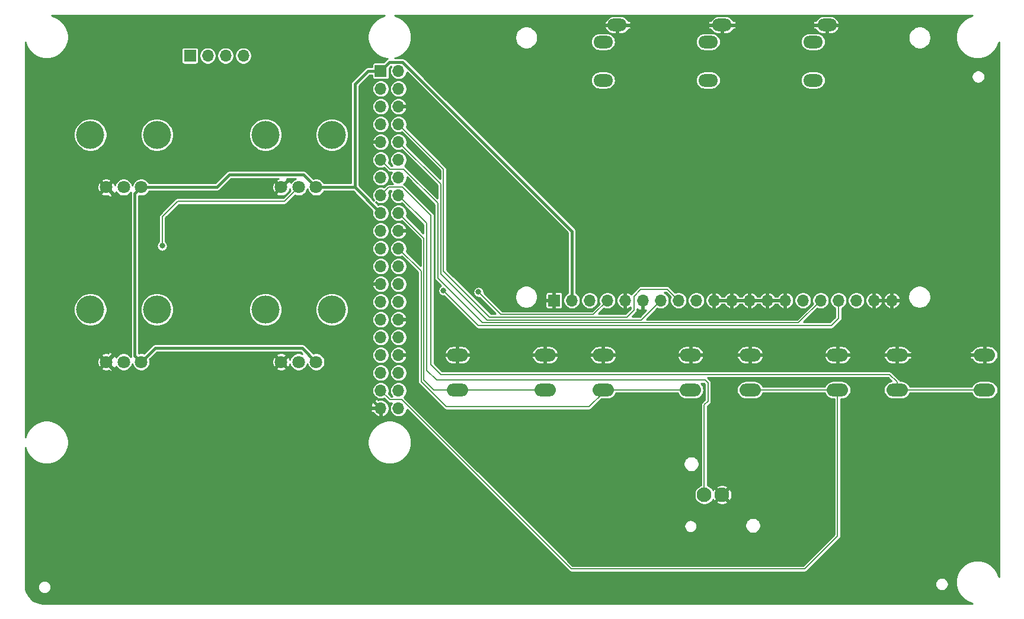
<source format=gbr>
%TF.GenerationSoftware,KiCad,Pcbnew,5.1.6-c6e7f7d~87~ubuntu18.04.1*%
%TF.CreationDate,2021-03-25T20:54:19+01:00*%
%TF.ProjectId,bz-hat,627a2d68-6174-42e6-9b69-6361645f7063,rev?*%
%TF.SameCoordinates,Original*%
%TF.FileFunction,Copper,L1,Top*%
%TF.FilePolarity,Positive*%
%FSLAX46Y46*%
G04 Gerber Fmt 4.6, Leading zero omitted, Abs format (unit mm)*
G04 Created by KiCad (PCBNEW 5.1.6-c6e7f7d~87~ubuntu18.04.1) date 2021-03-25 20:54:19*
%MOMM*%
%LPD*%
G01*
G04 APERTURE LIST*
%TA.AperFunction,ComponentPad*%
%ADD10O,1.700000X1.700000*%
%TD*%
%TA.AperFunction,ComponentPad*%
%ADD11R,1.700000X1.700000*%
%TD*%
%TA.AperFunction,WasherPad*%
%ADD12C,4.000000*%
%TD*%
%TA.AperFunction,ComponentPad*%
%ADD13C,1.800000*%
%TD*%
%TA.AperFunction,ComponentPad*%
%ADD14O,2.800000X1.800000*%
%TD*%
%TA.AperFunction,ComponentPad*%
%ADD15O,3.048000X1.850000*%
%TD*%
%TA.AperFunction,ComponentPad*%
%ADD16C,2.100000*%
%TD*%
%TA.AperFunction,ViaPad*%
%ADD17C,0.800000*%
%TD*%
%TA.AperFunction,Conductor*%
%ADD18C,0.400000*%
%TD*%
%TA.AperFunction,Conductor*%
%ADD19C,0.200000*%
%TD*%
%TA.AperFunction,Conductor*%
%ADD20C,0.254000*%
%TD*%
G04 APERTURE END LIST*
D10*
%TO.P,J6,20*%
%TO.N,GNDD*%
X204260000Y-86200000D03*
%TO.P,J6,19*%
X201720000Y-86200000D03*
%TO.P,J6,18*%
%TO.N,Net-(J6-Pad18)*%
X199180000Y-86200000D03*
%TO.P,J6,17*%
%TO.N,/D_CE*%
X196640000Y-86200000D03*
%TO.P,J6,16*%
%TO.N,/D_RES*%
X194100000Y-86200000D03*
%TO.P,J6,15*%
%TO.N,Net-(J6-Pad15)*%
X191560000Y-86200000D03*
%TO.P,J6,14*%
%TO.N,GNDD*%
X189020000Y-86200000D03*
%TO.P,J6,13*%
X186480000Y-86200000D03*
%TO.P,J6,12*%
X183940000Y-86200000D03*
%TO.P,J6,11*%
X181400000Y-86200000D03*
%TO.P,J6,10*%
X178860000Y-86200000D03*
%TO.P,J6,9*%
%TO.N,Net-(J6-Pad9)*%
X176320000Y-86200000D03*
%TO.P,J6,8*%
%TO.N,/D_MOSI*%
X173780000Y-86200000D03*
%TO.P,J6,7*%
%TO.N,/D_SCLK*%
X171240000Y-86200000D03*
%TO.P,J6,6*%
%TO.N,GNDD*%
X168700000Y-86200000D03*
%TO.P,J6,5*%
X166160000Y-86200000D03*
%TO.P,J6,4*%
%TO.N,/D_DC*%
X163620000Y-86200000D03*
%TO.P,J6,3*%
%TO.N,Net-(J6-Pad3)*%
X161080000Y-86200000D03*
%TO.P,J6,2*%
%TO.N,+3V3*%
X158540000Y-86200000D03*
D11*
%TO.P,J6,1*%
%TO.N,GNDD*%
X156000000Y-86200000D03*
%TD*%
D12*
%TO.P,RV1,*%
%TO.N,*%
X99250000Y-62500000D03*
X89750000Y-62500000D03*
D13*
%TO.P,RV1,1*%
%TO.N,+3V3*%
X97000000Y-70000000D03*
%TO.P,RV1,2*%
%TO.N,/CTRL_D*%
X94500000Y-70000000D03*
%TO.P,RV1,3*%
%TO.N,GNDA*%
X92000000Y-70000000D03*
%TD*%
D12*
%TO.P,RV4,*%
%TO.N,*%
X99250000Y-87500000D03*
X89750000Y-87500000D03*
D13*
%TO.P,RV4,1*%
%TO.N,+3V3*%
X97000000Y-95000000D03*
%TO.P,RV4,2*%
%TO.N,/CTRL_A*%
X94500000Y-95000000D03*
%TO.P,RV4,3*%
%TO.N,GNDA*%
X92000000Y-95000000D03*
%TD*%
D12*
%TO.P,RV3,*%
%TO.N,*%
X124250000Y-87500000D03*
X114750000Y-87500000D03*
D13*
%TO.P,RV3,1*%
%TO.N,+3V3*%
X122000000Y-95000000D03*
%TO.P,RV3,2*%
%TO.N,/CTRL_B*%
X119500000Y-95000000D03*
%TO.P,RV3,3*%
%TO.N,GNDA*%
X117000000Y-95000000D03*
%TD*%
D12*
%TO.P,RV2,*%
%TO.N,*%
X124250000Y-62500000D03*
X114750000Y-62500000D03*
D13*
%TO.P,RV2,1*%
%TO.N,+3V3*%
X122000000Y-70000000D03*
%TO.P,RV2,2*%
%TO.N,/CTRL_C*%
X119500000Y-70000000D03*
%TO.P,RV2,3*%
%TO.N,GNDA*%
X117000000Y-70000000D03*
%TD*%
D11*
%TO.P,J4,1*%
%TO.N,+3V3*%
X131230000Y-53370000D03*
D10*
%TO.P,J4,2*%
%TO.N,Net-(J4-Pad2)*%
X133770000Y-53370000D03*
%TO.P,J4,3*%
%TO.N,/SDAT*%
X131230000Y-55910000D03*
%TO.P,J4,4*%
%TO.N,Net-(J4-Pad4)*%
X133770000Y-55910000D03*
%TO.P,J4,5*%
%TO.N,/SCLK*%
X131230000Y-58450000D03*
%TO.P,J4,6*%
%TO.N,GNDD*%
X133770000Y-58450000D03*
%TO.P,J4,7*%
%TO.N,Net-(J4-Pad7)*%
X131230000Y-60990000D03*
%TO.P,J4,8*%
%TO.N,/D_MOSI*%
X133770000Y-60990000D03*
%TO.P,J4,9*%
%TO.N,GNDD*%
X131230000Y-63530000D03*
%TO.P,J4,10*%
%TO.N,/D_SCLK*%
X133770000Y-63530000D03*
%TO.P,J4,11*%
%TO.N,/D_RES*%
X131230000Y-66070000D03*
%TO.P,J4,12*%
%TO.N,/BCLK*%
X133770000Y-66070000D03*
%TO.P,J4,13*%
%TO.N,Net-(J4-Pad13)*%
X131230000Y-68610000D03*
%TO.P,J4,14*%
%TO.N,GNDD*%
X133770000Y-68610000D03*
%TO.P,J4,15*%
%TO.N,/BTN_f*%
X131230000Y-71150000D03*
%TO.P,J4,16*%
%TO.N,/BTN_big*%
X133770000Y-71150000D03*
%TO.P,J4,17*%
%TO.N,+3V3*%
X131230000Y-73690000D03*
%TO.P,J4,18*%
%TO.N,/BTN_1*%
X133770000Y-73690000D03*
%TO.P,J4,19*%
%TO.N,/MOSI0*%
X131230000Y-76230000D03*
%TO.P,J4,20*%
%TO.N,GNDD*%
X133770000Y-76230000D03*
%TO.P,J4,21*%
%TO.N,/MISO0*%
X131230000Y-78770000D03*
%TO.P,J4,22*%
%TO.N,/BTN_2*%
X133770000Y-78770000D03*
%TO.P,J4,23*%
%TO.N,/SCLK0*%
X131230000Y-81310000D03*
%TO.P,J4,24*%
%TO.N,/SPI0_CS0*%
X133770000Y-81310000D03*
%TO.P,J4,25*%
%TO.N,GNDA*%
X131230000Y-83850000D03*
%TO.P,J4,26*%
%TO.N,/SPI0_CS1*%
X133770000Y-83850000D03*
%TO.P,J4,27*%
%TO.N,Net-(J4-Pad27)*%
X131230000Y-86390000D03*
%TO.P,J4,28*%
%TO.N,Net-(J4-Pad28)*%
X133770000Y-86390000D03*
%TO.P,J4,29*%
%TO.N,Net-(J4-Pad29)*%
X131230000Y-88930000D03*
%TO.P,J4,30*%
%TO.N,GNDA*%
X133770000Y-88930000D03*
%TO.P,J4,31*%
%TO.N,Net-(J4-Pad31)*%
X131230000Y-91470000D03*
%TO.P,J4,32*%
%TO.N,/D_CE*%
X133770000Y-91470000D03*
%TO.P,J4,33*%
%TO.N,Net-(J4-Pad33)*%
X131230000Y-94010000D03*
%TO.P,J4,34*%
%TO.N,GNDA*%
X133770000Y-94010000D03*
%TO.P,J4,35*%
%TO.N,/LRC*%
X131230000Y-96550000D03*
%TO.P,J4,36*%
%TO.N,/D_DC*%
X133770000Y-96550000D03*
%TO.P,J4,37*%
%TO.N,/BTN_3*%
X131230000Y-99090000D03*
%TO.P,J4,38*%
%TO.N,/ADCDAT*%
X133770000Y-99090000D03*
%TO.P,J4,39*%
%TO.N,GNDA*%
X131230000Y-101630000D03*
%TO.P,J4,40*%
%TO.N,/DACDAT*%
X133770000Y-101630000D03*
%TD*%
D14*
%TO.P,J3,2*%
%TO.N,Net-(C6-Pad2)*%
X178000000Y-54700000D03*
%TO.P,J3,3*%
%TO.N,Net-(C5-Pad2)*%
X178000000Y-49200000D03*
%TO.P,J3,1*%
%TO.N,GNDA*%
X180000000Y-46800000D03*
%TD*%
%TO.P,J2,2*%
%TO.N,Net-(J2-Pad2)*%
X193000000Y-54700000D03*
%TO.P,J2,3*%
%TO.N,Net-(J2-Pad3)*%
X193000000Y-49200000D03*
%TO.P,J2,1*%
%TO.N,GNDA*%
X195000000Y-46800000D03*
%TD*%
%TO.P,J1,2*%
%TO.N,Net-(J1-Pad2)*%
X163000000Y-54700000D03*
%TO.P,J1,3*%
%TO.N,Net-(J1-Pad3)*%
X163000000Y-49200000D03*
%TO.P,J1,1*%
%TO.N,GNDA*%
X165000000Y-46800000D03*
%TD*%
D15*
%TO.P,SW3,2*%
%TO.N,/BTN_1*%
X142200000Y-99000000D03*
%TO.P,SW3,1*%
%TO.N,GNDD*%
X142200000Y-94000000D03*
%TO.P,SW3,2*%
%TO.N,/BTN_1*%
X154700000Y-99000000D03*
%TO.P,SW3,1*%
%TO.N,GNDD*%
X154700000Y-94000000D03*
%TD*%
D16*
%TO.P,SW2,2*%
%TO.N,/BTN_big*%
X177460000Y-114000000D03*
%TO.P,SW2,1*%
%TO.N,GNDD*%
X180000000Y-114000000D03*
%TD*%
D10*
%TO.P,J5,4*%
%TO.N,Net-(J5-Pad4)*%
X111600000Y-51200000D03*
%TO.P,J5,3*%
%TO.N,Net-(J5-Pad3)*%
X109060000Y-51200000D03*
%TO.P,J5,2*%
%TO.N,Net-(J5-Pad2)*%
X106520000Y-51200000D03*
D11*
%TO.P,J5,1*%
%TO.N,Net-(J5-Pad1)*%
X103980000Y-51200000D03*
%TD*%
D15*
%TO.P,SW1,2*%
%TO.N,/BTN_f*%
X205000000Y-99000000D03*
%TO.P,SW1,1*%
%TO.N,GNDD*%
X205000000Y-94000000D03*
%TO.P,SW1,2*%
%TO.N,/BTN_f*%
X217500000Y-99000000D03*
%TO.P,SW1,1*%
%TO.N,GNDD*%
X217500000Y-94000000D03*
%TD*%
%TO.P,SW5,2*%
%TO.N,/BTN_3*%
X184000000Y-99000000D03*
%TO.P,SW5,1*%
%TO.N,GNDD*%
X184000000Y-94000000D03*
%TO.P,SW5,2*%
%TO.N,/BTN_3*%
X196500000Y-99000000D03*
%TO.P,SW5,1*%
%TO.N,GNDD*%
X196500000Y-94000000D03*
%TD*%
%TO.P,SW4,2*%
%TO.N,/BTN_2*%
X163000000Y-99000000D03*
%TO.P,SW4,1*%
%TO.N,GNDD*%
X163000000Y-94000000D03*
%TO.P,SW4,2*%
%TO.N,/BTN_2*%
X175500000Y-99000000D03*
%TO.P,SW4,1*%
%TO.N,GNDD*%
X175500000Y-94000000D03*
%TD*%
D17*
%TO.N,GNDA*%
X156790000Y-82090000D03*
X146110000Y-74190000D03*
%TO.N,GNDD*%
X96430000Y-55450000D03*
X103980000Y-67820000D03*
X136610000Y-78450000D03*
%TO.N,/D_DC*%
X145200000Y-85000000D03*
%TO.N,/D_CE*%
X140200000Y-84800000D03*
%TO.N,/CTRL_C*%
X100000000Y-78400000D03*
%TD*%
D18*
%TO.N,GNDA*%
X165000000Y-46800000D02*
X195000000Y-46800000D01*
X98630000Y-101630000D02*
X131230000Y-101630000D01*
X92000000Y-95000000D02*
X98630000Y-101630000D01*
X92899999Y-94100001D02*
X92000000Y-95000000D01*
X92899999Y-70899999D02*
X92899999Y-94100001D01*
X92000000Y-70000000D02*
X92899999Y-70899999D01*
X131230000Y-101630000D02*
X129600000Y-100000000D01*
%TO.N,GNDD*%
X178860000Y-86200000D02*
X187200000Y-86200000D01*
X186480000Y-86200000D02*
X187200000Y-86200000D01*
X187200000Y-86200000D02*
X189020000Y-86200000D01*
X205000000Y-94000000D02*
X217500000Y-94000000D01*
%TO.N,+3V3*%
X127540000Y-70000000D02*
X131230000Y-73690000D01*
X122000000Y-70000000D02*
X127540000Y-70000000D01*
X97000000Y-70000000D02*
X107800000Y-70000000D01*
X107800000Y-70000000D02*
X109600000Y-68200000D01*
X120200000Y-68200000D02*
X122000000Y-70000000D01*
X109600000Y-68200000D02*
X120200000Y-68200000D01*
X131230000Y-53370000D02*
X129430000Y-53370000D01*
X127540000Y-55260000D02*
X127540000Y-70000000D01*
X129430000Y-53370000D02*
X127540000Y-55260000D01*
X134370001Y-52119999D02*
X132480001Y-52119999D01*
X158540000Y-76289998D02*
X134370001Y-52119999D01*
X132480001Y-52119999D02*
X131230000Y-53370000D01*
X158540000Y-86200000D02*
X158540000Y-76289998D01*
X120000000Y-93000000D02*
X122000000Y-95000000D01*
X97000000Y-95000000D02*
X99000000Y-93000000D01*
X99000000Y-93000000D02*
X120000000Y-93000000D01*
X96100001Y-70899999D02*
X96100001Y-94100001D01*
X96100001Y-94100001D02*
X97000000Y-95000000D01*
X97000000Y-70000000D02*
X96100001Y-70899999D01*
D19*
%TO.N,/BTN_3*%
X184000000Y-99000000D02*
X196500000Y-99000000D01*
X196500000Y-99000000D02*
X196500000Y-119900000D01*
X196500000Y-119900000D02*
X191800000Y-124600000D01*
X158442002Y-124600000D02*
X134242002Y-100400000D01*
X191800000Y-124600000D02*
X158442002Y-124600000D01*
X132540000Y-100400000D02*
X131230000Y-99090000D01*
X134242002Y-100400000D02*
X132540000Y-100400000D01*
%TO.N,/D_DC*%
X163620000Y-86200000D02*
X161620040Y-88199960D01*
X148399960Y-88199960D02*
X145200000Y-85000000D01*
X161620040Y-88199960D02*
X148399960Y-88199960D01*
%TO.N,/D_CE*%
X196640000Y-86200000D02*
X196640000Y-88760000D01*
X196640000Y-88760000D02*
X195600000Y-89800000D01*
X195600000Y-89800000D02*
X145200000Y-89800000D01*
X145200000Y-89800000D02*
X140200000Y-84800000D01*
X140200000Y-84800000D02*
X140200000Y-84800000D01*
%TO.N,/BTN_2*%
X163000000Y-99000000D02*
X175500000Y-99000000D01*
X137000000Y-97800000D02*
X137000000Y-82000000D01*
X161000000Y-101400000D02*
X140600000Y-101400000D01*
X140600000Y-101400000D02*
X137000000Y-97800000D01*
X163000000Y-99000000D02*
X163000000Y-99400000D01*
X137000000Y-82000000D02*
X133770000Y-78770000D01*
X163000000Y-99400000D02*
X161000000Y-101400000D01*
%TO.N,/BTN_1*%
X142200000Y-99000000D02*
X154700000Y-99000000D01*
X137400000Y-77320000D02*
X133770000Y-73690000D01*
X137400000Y-97600000D02*
X137400000Y-77320000D01*
X142200000Y-99000000D02*
X138800000Y-99000000D01*
X138800000Y-99000000D02*
X137400000Y-97600000D01*
%TO.N,/BTN_big*%
X137800008Y-75180008D02*
X133770000Y-71150000D01*
X137800000Y-96200000D02*
X137800000Y-80400000D01*
X137800000Y-80400000D02*
X137800008Y-80399992D01*
X177460000Y-114000000D02*
X177460000Y-101140000D01*
X137800008Y-80399992D02*
X137800008Y-75180008D01*
X177460000Y-101140000D02*
X178000000Y-100600000D01*
X178000000Y-100600000D02*
X178000000Y-98000000D01*
X177600000Y-97600000D02*
X139200000Y-97600000D01*
X178000000Y-98000000D02*
X177600000Y-97600000D01*
X139200000Y-97600000D02*
X137800000Y-96200000D01*
%TO.N,/BTN_f*%
X205000000Y-99000000D02*
X217500000Y-99000000D01*
X132380001Y-69999999D02*
X131230000Y-71150000D01*
X205000000Y-99000000D02*
X205000000Y-97875000D01*
X205000000Y-97875000D02*
X203925000Y-96800000D01*
X203925000Y-96800000D02*
X139800000Y-96800000D01*
X139800000Y-96800000D02*
X138400000Y-95400000D01*
X138400000Y-95400000D02*
X138400000Y-74077998D01*
X134322001Y-69999999D02*
X132380001Y-69999999D01*
X138400000Y-74077998D02*
X134322001Y-69999999D01*
%TO.N,/D_RES*%
X194100000Y-86200000D02*
X190900010Y-89399990D01*
X190900010Y-89399990D02*
X145799990Y-89399990D01*
X145799990Y-89399990D02*
X139400000Y-83000000D01*
X139400000Y-72298000D02*
X134502000Y-67400000D01*
X139400000Y-83000000D02*
X139400000Y-72298000D01*
X132560000Y-67400000D02*
X131230000Y-66070000D01*
X134502000Y-67400000D02*
X132560000Y-67400000D01*
%TO.N,/D_SCLK*%
X171240000Y-86200000D02*
X168440020Y-88999980D01*
X168440020Y-88999980D02*
X146399980Y-88999980D01*
X139800010Y-69560010D02*
X133770000Y-63530000D01*
X139800010Y-82400010D02*
X139800010Y-69560010D01*
X146399980Y-88999980D02*
X139800010Y-82400010D01*
%TO.N,/D_MOSI*%
X140200020Y-82000020D02*
X140200020Y-67420020D01*
X146799970Y-88599970D02*
X140200020Y-82000020D01*
X172180000Y-84600000D02*
X168400000Y-84600000D01*
X168400000Y-84600000D02*
X167400000Y-85600000D01*
X167400000Y-87600000D02*
X166400030Y-88599970D01*
X173780000Y-86200000D02*
X172180000Y-84600000D01*
X167400000Y-85600000D02*
X167400000Y-87600000D01*
X140200020Y-67420020D02*
X133770000Y-60990000D01*
X166400030Y-88599970D02*
X146799970Y-88599970D01*
%TO.N,/CTRL_C*%
X119500000Y-70000000D02*
X117500000Y-72000000D01*
X117500000Y-72000000D02*
X107800000Y-72000000D01*
X107800000Y-72000000D02*
X102200000Y-72000000D01*
X102200000Y-72000000D02*
X100000000Y-74200000D01*
X100000000Y-74200000D02*
X100000000Y-78400000D01*
X100000000Y-78400000D02*
X100000000Y-78400000D01*
%TD*%
D20*
%TO.N,GNDD*%
G36*
X131587888Y-45493169D02*
G01*
X131018810Y-45728889D01*
X130506654Y-46071101D01*
X130071101Y-46506654D01*
X129728889Y-47018810D01*
X129493169Y-47587888D01*
X129373000Y-48192017D01*
X129373000Y-48807983D01*
X129493169Y-49412112D01*
X129728889Y-49981190D01*
X130071101Y-50493346D01*
X130506654Y-50928899D01*
X131018810Y-51271111D01*
X131587888Y-51506831D01*
X132182032Y-51625014D01*
X132157886Y-51637920D01*
X132070027Y-51710025D01*
X132051962Y-51732037D01*
X131642823Y-52141176D01*
X130380000Y-52141176D01*
X130306095Y-52148455D01*
X130235030Y-52170012D01*
X130169537Y-52205019D01*
X130112131Y-52252131D01*
X130065019Y-52309537D01*
X130030012Y-52375030D01*
X130008455Y-52446095D01*
X130001176Y-52520000D01*
X130001176Y-52793000D01*
X129458339Y-52793000D01*
X129430000Y-52790209D01*
X129316888Y-52801349D01*
X129252782Y-52820796D01*
X129208124Y-52834343D01*
X129107885Y-52887921D01*
X129020026Y-52960026D01*
X129001963Y-52982036D01*
X127152038Y-54831961D01*
X127130026Y-54850026D01*
X127057921Y-54937886D01*
X127004343Y-55038125D01*
X127002398Y-55044538D01*
X126971349Y-55146889D01*
X126960210Y-55260000D01*
X126963000Y-55288331D01*
X126963001Y-69423000D01*
X123143214Y-69423000D01*
X123131663Y-69395114D01*
X122991911Y-69185960D01*
X122814040Y-69008089D01*
X122604886Y-68868337D01*
X122372487Y-68772074D01*
X122125774Y-68723000D01*
X121874226Y-68723000D01*
X121627513Y-68772074D01*
X121599626Y-68783625D01*
X120628039Y-67812038D01*
X120609974Y-67790026D01*
X120522115Y-67717921D01*
X120421876Y-67664343D01*
X120357770Y-67644897D01*
X120313111Y-67631349D01*
X120258045Y-67625926D01*
X120228336Y-67623000D01*
X120228331Y-67623000D01*
X120200000Y-67620210D01*
X120171669Y-67623000D01*
X109628328Y-67623000D01*
X109599999Y-67620210D01*
X109571670Y-67623000D01*
X109571664Y-67623000D01*
X109486888Y-67631350D01*
X109378124Y-67664343D01*
X109277885Y-67717921D01*
X109190026Y-67790026D01*
X109171961Y-67812038D01*
X107560999Y-69423000D01*
X98143214Y-69423000D01*
X98131663Y-69395114D01*
X97991911Y-69185960D01*
X97814040Y-69008089D01*
X97604886Y-68868337D01*
X97372487Y-68772074D01*
X97125774Y-68723000D01*
X96874226Y-68723000D01*
X96627513Y-68772074D01*
X96395114Y-68868337D01*
X96185960Y-69008089D01*
X96008089Y-69185960D01*
X95868337Y-69395114D01*
X95772074Y-69627513D01*
X95750000Y-69738487D01*
X95727926Y-69627513D01*
X95631663Y-69395114D01*
X95491911Y-69185960D01*
X95314040Y-69008089D01*
X95104886Y-68868337D01*
X94872487Y-68772074D01*
X94625774Y-68723000D01*
X94374226Y-68723000D01*
X94127513Y-68772074D01*
X93895114Y-68868337D01*
X93685960Y-69008089D01*
X93508089Y-69185960D01*
X93368337Y-69395114D01*
X93272074Y-69627513D01*
X93250000Y-69738487D01*
X93227926Y-69627513D01*
X93131663Y-69395114D01*
X92991911Y-69185960D01*
X92814040Y-69008089D01*
X92604886Y-68868337D01*
X92372487Y-68772074D01*
X92125774Y-68723000D01*
X91874226Y-68723000D01*
X91627513Y-68772074D01*
X91395114Y-68868337D01*
X91185960Y-69008089D01*
X91008089Y-69185960D01*
X90868337Y-69395114D01*
X90772074Y-69627513D01*
X90723000Y-69874226D01*
X90723000Y-70125774D01*
X90772074Y-70372487D01*
X90868337Y-70604886D01*
X91008089Y-70814040D01*
X91185960Y-70991911D01*
X91395114Y-71131663D01*
X91627513Y-71227926D01*
X91874226Y-71277000D01*
X92125774Y-71277000D01*
X92322999Y-71237770D01*
X92323000Y-93762230D01*
X92125774Y-93723000D01*
X91874226Y-93723000D01*
X91627513Y-93772074D01*
X91395114Y-93868337D01*
X91185960Y-94008089D01*
X91008089Y-94185960D01*
X90868337Y-94395114D01*
X90772074Y-94627513D01*
X90723000Y-94874226D01*
X90723000Y-95125774D01*
X90772074Y-95372487D01*
X90868337Y-95604886D01*
X91008089Y-95814040D01*
X91185960Y-95991911D01*
X91395114Y-96131663D01*
X91627513Y-96227926D01*
X91874226Y-96277000D01*
X92125774Y-96277000D01*
X92372487Y-96227926D01*
X92400374Y-96216375D01*
X98201961Y-102017962D01*
X98220026Y-102039974D01*
X98307885Y-102112079D01*
X98408124Y-102165657D01*
X98452782Y-102179204D01*
X98516888Y-102198651D01*
X98574886Y-102204363D01*
X98601664Y-102207000D01*
X98601669Y-102207000D01*
X98630000Y-102209790D01*
X98658331Y-102207000D01*
X130140906Y-102207000D01*
X130142647Y-102211202D01*
X130276927Y-102412167D01*
X130447833Y-102583073D01*
X130648798Y-102717353D01*
X130872097Y-102809847D01*
X131109151Y-102857000D01*
X131350849Y-102857000D01*
X131587903Y-102809847D01*
X131811202Y-102717353D01*
X132012167Y-102583073D01*
X132183073Y-102412167D01*
X132317353Y-102211202D01*
X132409847Y-101987903D01*
X132457000Y-101750849D01*
X132457000Y-101509151D01*
X132409847Y-101272097D01*
X132317353Y-101048798D01*
X132183073Y-100847833D01*
X132012167Y-100676927D01*
X131811202Y-100542647D01*
X131587903Y-100450153D01*
X131350849Y-100403000D01*
X131109151Y-100403000D01*
X130872097Y-100450153D01*
X130867895Y-100451894D01*
X130481710Y-100065709D01*
X130648798Y-100177353D01*
X130872097Y-100269847D01*
X131109151Y-100317000D01*
X131350849Y-100317000D01*
X131587903Y-100269847D01*
X131692105Y-100226685D01*
X132186147Y-100720727D01*
X132201079Y-100738921D01*
X132273711Y-100798529D01*
X132356577Y-100842822D01*
X132446492Y-100870097D01*
X132516577Y-100877000D01*
X132516585Y-100877000D01*
X132540000Y-100879306D01*
X132563415Y-100877000D01*
X132797438Y-100877000D01*
X132682647Y-101048798D01*
X132590153Y-101272097D01*
X132543000Y-101509151D01*
X132543000Y-101750849D01*
X132590153Y-101987903D01*
X132682647Y-102211202D01*
X132816927Y-102412167D01*
X132987833Y-102583073D01*
X133188798Y-102717353D01*
X133412097Y-102809847D01*
X133649151Y-102857000D01*
X133890849Y-102857000D01*
X134127903Y-102809847D01*
X134351202Y-102717353D01*
X134552167Y-102583073D01*
X134723073Y-102412167D01*
X134857353Y-102211202D01*
X134949847Y-101987903D01*
X134983938Y-101816515D01*
X158088152Y-124920730D01*
X158103081Y-124938921D01*
X158175713Y-124998529D01*
X158258579Y-125042822D01*
X158348494Y-125070097D01*
X158418579Y-125077000D01*
X158418586Y-125077000D01*
X158442001Y-125079306D01*
X158465416Y-125077000D01*
X191776585Y-125077000D01*
X191800000Y-125079306D01*
X191823415Y-125077000D01*
X191823423Y-125077000D01*
X191893508Y-125070097D01*
X191983423Y-125042822D01*
X192066289Y-124998529D01*
X192138921Y-124938921D01*
X192153855Y-124920724D01*
X196820730Y-120253850D01*
X196838921Y-120238921D01*
X196898529Y-120166289D01*
X196942822Y-120083423D01*
X196970097Y-119993508D01*
X196977000Y-119923423D01*
X196977000Y-119923415D01*
X196979306Y-119900000D01*
X196977000Y-119876585D01*
X196977000Y-100302000D01*
X197162954Y-100302000D01*
X197354236Y-100283160D01*
X197599664Y-100208711D01*
X197825852Y-100087811D01*
X198024107Y-99925107D01*
X198186811Y-99726852D01*
X198307711Y-99500664D01*
X198382160Y-99255236D01*
X198407299Y-99000000D01*
X198382160Y-98744764D01*
X198307711Y-98499336D01*
X198186811Y-98273148D01*
X198024107Y-98074893D01*
X197825852Y-97912189D01*
X197599664Y-97791289D01*
X197354236Y-97716840D01*
X197162954Y-97698000D01*
X195837046Y-97698000D01*
X195645764Y-97716840D01*
X195400336Y-97791289D01*
X195174148Y-97912189D01*
X194975893Y-98074893D01*
X194813189Y-98273148D01*
X194692289Y-98499336D01*
X194685111Y-98523000D01*
X185814889Y-98523000D01*
X185807711Y-98499336D01*
X185686811Y-98273148D01*
X185524107Y-98074893D01*
X185325852Y-97912189D01*
X185099664Y-97791289D01*
X184854236Y-97716840D01*
X184662954Y-97698000D01*
X183337046Y-97698000D01*
X183145764Y-97716840D01*
X182900336Y-97791289D01*
X182674148Y-97912189D01*
X182475893Y-98074893D01*
X182313189Y-98273148D01*
X182192289Y-98499336D01*
X182117840Y-98744764D01*
X182092701Y-99000000D01*
X182117840Y-99255236D01*
X182192289Y-99500664D01*
X182313189Y-99726852D01*
X182475893Y-99925107D01*
X182674148Y-100087811D01*
X182900336Y-100208711D01*
X183145764Y-100283160D01*
X183337046Y-100302000D01*
X184662954Y-100302000D01*
X184854236Y-100283160D01*
X185099664Y-100208711D01*
X185325852Y-100087811D01*
X185524107Y-99925107D01*
X185686811Y-99726852D01*
X185807711Y-99500664D01*
X185814889Y-99477000D01*
X194685111Y-99477000D01*
X194692289Y-99500664D01*
X194813189Y-99726852D01*
X194975893Y-99925107D01*
X195174148Y-100087811D01*
X195400336Y-100208711D01*
X195645764Y-100283160D01*
X195837046Y-100302000D01*
X196023000Y-100302000D01*
X196023001Y-119702419D01*
X191602421Y-124123000D01*
X158639582Y-124123000D01*
X152925281Y-118408699D01*
X174573000Y-118408699D01*
X174573000Y-118591301D01*
X174608624Y-118770396D01*
X174678504Y-118939099D01*
X174779952Y-119090928D01*
X174909072Y-119220048D01*
X175060901Y-119321496D01*
X175229604Y-119391376D01*
X175408699Y-119427000D01*
X175591301Y-119427000D01*
X175770396Y-119391376D01*
X175939099Y-119321496D01*
X176090928Y-119220048D01*
X176220048Y-119090928D01*
X176321496Y-118939099D01*
X176391376Y-118770396D01*
X176427000Y-118591301D01*
X176427000Y-118408699D01*
X176403191Y-118289000D01*
X183273000Y-118289000D01*
X183273000Y-118511000D01*
X183316310Y-118728734D01*
X183401266Y-118933835D01*
X183524602Y-119118421D01*
X183681579Y-119275398D01*
X183866165Y-119398734D01*
X184071266Y-119483690D01*
X184289000Y-119527000D01*
X184511000Y-119527000D01*
X184728734Y-119483690D01*
X184933835Y-119398734D01*
X185118421Y-119275398D01*
X185275398Y-119118421D01*
X185398734Y-118933835D01*
X185483690Y-118728734D01*
X185527000Y-118511000D01*
X185527000Y-118289000D01*
X185483690Y-118071266D01*
X185398734Y-117866165D01*
X185275398Y-117681579D01*
X185118421Y-117524602D01*
X184933835Y-117401266D01*
X184728734Y-117316310D01*
X184511000Y-117273000D01*
X184289000Y-117273000D01*
X184071266Y-117316310D01*
X183866165Y-117401266D01*
X183681579Y-117524602D01*
X183524602Y-117681579D01*
X183401266Y-117866165D01*
X183316310Y-118071266D01*
X183273000Y-118289000D01*
X176403191Y-118289000D01*
X176391376Y-118229604D01*
X176321496Y-118060901D01*
X176220048Y-117909072D01*
X176090928Y-117779952D01*
X175939099Y-117678504D01*
X175770396Y-117608624D01*
X175591301Y-117573000D01*
X175408699Y-117573000D01*
X175229604Y-117608624D01*
X175060901Y-117678504D01*
X174909072Y-117779952D01*
X174779952Y-117909072D01*
X174678504Y-118060901D01*
X174608624Y-118229604D01*
X174573000Y-118408699D01*
X152925281Y-118408699D01*
X144005582Y-109489000D01*
X174473000Y-109489000D01*
X174473000Y-109711000D01*
X174516310Y-109928734D01*
X174601266Y-110133835D01*
X174724602Y-110318421D01*
X174881579Y-110475398D01*
X175066165Y-110598734D01*
X175271266Y-110683690D01*
X175489000Y-110727000D01*
X175711000Y-110727000D01*
X175928734Y-110683690D01*
X176133835Y-110598734D01*
X176318421Y-110475398D01*
X176475398Y-110318421D01*
X176598734Y-110133835D01*
X176683690Y-109928734D01*
X176727000Y-109711000D01*
X176727000Y-109489000D01*
X176683690Y-109271266D01*
X176598734Y-109066165D01*
X176475398Y-108881579D01*
X176318421Y-108724602D01*
X176133835Y-108601266D01*
X175928734Y-108516310D01*
X175711000Y-108473000D01*
X175489000Y-108473000D01*
X175271266Y-108516310D01*
X175066165Y-108601266D01*
X174881579Y-108724602D01*
X174724602Y-108881579D01*
X174601266Y-109066165D01*
X174516310Y-109271266D01*
X174473000Y-109489000D01*
X144005582Y-109489000D01*
X134595857Y-100079276D01*
X134580923Y-100061079D01*
X134555239Y-100040001D01*
X134723073Y-99872167D01*
X134857353Y-99671202D01*
X134949847Y-99447903D01*
X134997000Y-99210849D01*
X134997000Y-98969151D01*
X134949847Y-98732097D01*
X134857353Y-98508798D01*
X134723073Y-98307833D01*
X134552167Y-98136927D01*
X134351202Y-98002647D01*
X134127903Y-97910153D01*
X133890849Y-97863000D01*
X133649151Y-97863000D01*
X133412097Y-97910153D01*
X133188798Y-98002647D01*
X132987833Y-98136927D01*
X132816927Y-98307833D01*
X132682647Y-98508798D01*
X132590153Y-98732097D01*
X132543000Y-98969151D01*
X132543000Y-99210849D01*
X132590153Y-99447903D01*
X132682647Y-99671202D01*
X132816927Y-99872167D01*
X132867760Y-99923000D01*
X132737580Y-99923000D01*
X132366685Y-99552105D01*
X132409847Y-99447903D01*
X132457000Y-99210849D01*
X132457000Y-98969151D01*
X132409847Y-98732097D01*
X132317353Y-98508798D01*
X132183073Y-98307833D01*
X132012167Y-98136927D01*
X131811202Y-98002647D01*
X131587903Y-97910153D01*
X131350849Y-97863000D01*
X131109151Y-97863000D01*
X130872097Y-97910153D01*
X130648798Y-98002647D01*
X130447833Y-98136927D01*
X130276927Y-98307833D01*
X130142647Y-98508798D01*
X130050153Y-98732097D01*
X130003000Y-98969151D01*
X130003000Y-99210849D01*
X130050153Y-99447903D01*
X130142647Y-99671202D01*
X130254291Y-99838290D01*
X129987964Y-99571963D01*
X129922114Y-99517922D01*
X129821876Y-99464344D01*
X129713111Y-99431349D01*
X129600000Y-99420210D01*
X129486889Y-99431349D01*
X129378124Y-99464344D01*
X129277886Y-99517922D01*
X129190026Y-99590026D01*
X129117922Y-99677886D01*
X129064344Y-99778124D01*
X129031349Y-99886889D01*
X129020210Y-100000000D01*
X129031349Y-100113111D01*
X129064344Y-100221876D01*
X129117922Y-100322114D01*
X129171963Y-100387964D01*
X129836999Y-101053000D01*
X98869001Y-101053000D01*
X94245152Y-96429151D01*
X130003000Y-96429151D01*
X130003000Y-96670849D01*
X130050153Y-96907903D01*
X130142647Y-97131202D01*
X130276927Y-97332167D01*
X130447833Y-97503073D01*
X130648798Y-97637353D01*
X130872097Y-97729847D01*
X131109151Y-97777000D01*
X131350849Y-97777000D01*
X131587903Y-97729847D01*
X131811202Y-97637353D01*
X132012167Y-97503073D01*
X132183073Y-97332167D01*
X132317353Y-97131202D01*
X132409847Y-96907903D01*
X132457000Y-96670849D01*
X132457000Y-96429151D01*
X132543000Y-96429151D01*
X132543000Y-96670849D01*
X132590153Y-96907903D01*
X132682647Y-97131202D01*
X132816927Y-97332167D01*
X132987833Y-97503073D01*
X133188798Y-97637353D01*
X133412097Y-97729847D01*
X133649151Y-97777000D01*
X133890849Y-97777000D01*
X134127903Y-97729847D01*
X134351202Y-97637353D01*
X134552167Y-97503073D01*
X134723073Y-97332167D01*
X134857353Y-97131202D01*
X134949847Y-96907903D01*
X134997000Y-96670849D01*
X134997000Y-96429151D01*
X134949847Y-96192097D01*
X134857353Y-95968798D01*
X134723073Y-95767833D01*
X134552167Y-95596927D01*
X134351202Y-95462647D01*
X134127903Y-95370153D01*
X133890849Y-95323000D01*
X133649151Y-95323000D01*
X133412097Y-95370153D01*
X133188798Y-95462647D01*
X132987833Y-95596927D01*
X132816927Y-95767833D01*
X132682647Y-95968798D01*
X132590153Y-96192097D01*
X132543000Y-96429151D01*
X132457000Y-96429151D01*
X132409847Y-96192097D01*
X132317353Y-95968798D01*
X132183073Y-95767833D01*
X132012167Y-95596927D01*
X131811202Y-95462647D01*
X131587903Y-95370153D01*
X131350849Y-95323000D01*
X131109151Y-95323000D01*
X130872097Y-95370153D01*
X130648798Y-95462647D01*
X130447833Y-95596927D01*
X130276927Y-95767833D01*
X130142647Y-95968798D01*
X130050153Y-96192097D01*
X130003000Y-96429151D01*
X94245152Y-96429151D01*
X93984823Y-96168822D01*
X94127513Y-96227926D01*
X94374226Y-96277000D01*
X94625774Y-96277000D01*
X94872487Y-96227926D01*
X95104886Y-96131663D01*
X95314040Y-95991911D01*
X95491911Y-95814040D01*
X95631663Y-95604886D01*
X95727926Y-95372487D01*
X95750000Y-95261513D01*
X95772074Y-95372487D01*
X95868337Y-95604886D01*
X96008089Y-95814040D01*
X96185960Y-95991911D01*
X96395114Y-96131663D01*
X96627513Y-96227926D01*
X96874226Y-96277000D01*
X97125774Y-96277000D01*
X97372487Y-96227926D01*
X97604886Y-96131663D01*
X97814040Y-95991911D01*
X97991911Y-95814040D01*
X98131663Y-95604886D01*
X98227926Y-95372487D01*
X98277000Y-95125774D01*
X98277000Y-94874226D01*
X98227926Y-94627513D01*
X98216375Y-94599626D01*
X99239002Y-93577000D01*
X119760999Y-93577000D01*
X120015177Y-93831178D01*
X119872487Y-93772074D01*
X119625774Y-93723000D01*
X119374226Y-93723000D01*
X119127513Y-93772074D01*
X118895114Y-93868337D01*
X118685960Y-94008089D01*
X118508089Y-94185960D01*
X118368337Y-94395114D01*
X118272074Y-94627513D01*
X118250000Y-94738487D01*
X118227926Y-94627513D01*
X118131663Y-94395114D01*
X117991911Y-94185960D01*
X117814040Y-94008089D01*
X117604886Y-93868337D01*
X117372487Y-93772074D01*
X117125774Y-93723000D01*
X116874226Y-93723000D01*
X116627513Y-93772074D01*
X116395114Y-93868337D01*
X116185960Y-94008089D01*
X116008089Y-94185960D01*
X115868337Y-94395114D01*
X115772074Y-94627513D01*
X115723000Y-94874226D01*
X115723000Y-95125774D01*
X115772074Y-95372487D01*
X115868337Y-95604886D01*
X116008089Y-95814040D01*
X116185960Y-95991911D01*
X116395114Y-96131663D01*
X116627513Y-96227926D01*
X116874226Y-96277000D01*
X117125774Y-96277000D01*
X117372487Y-96227926D01*
X117604886Y-96131663D01*
X117814040Y-95991911D01*
X117991911Y-95814040D01*
X118131663Y-95604886D01*
X118227926Y-95372487D01*
X118250000Y-95261513D01*
X118272074Y-95372487D01*
X118368337Y-95604886D01*
X118508089Y-95814040D01*
X118685960Y-95991911D01*
X118895114Y-96131663D01*
X119127513Y-96227926D01*
X119374226Y-96277000D01*
X119625774Y-96277000D01*
X119872487Y-96227926D01*
X120104886Y-96131663D01*
X120314040Y-95991911D01*
X120491911Y-95814040D01*
X120631663Y-95604886D01*
X120727926Y-95372487D01*
X120750000Y-95261513D01*
X120772074Y-95372487D01*
X120868337Y-95604886D01*
X121008089Y-95814040D01*
X121185960Y-95991911D01*
X121395114Y-96131663D01*
X121627513Y-96227926D01*
X121874226Y-96277000D01*
X122125774Y-96277000D01*
X122372487Y-96227926D01*
X122604886Y-96131663D01*
X122814040Y-95991911D01*
X122991911Y-95814040D01*
X123131663Y-95604886D01*
X123227926Y-95372487D01*
X123277000Y-95125774D01*
X123277000Y-94874226D01*
X123227926Y-94627513D01*
X123131663Y-94395114D01*
X122991911Y-94185960D01*
X122814040Y-94008089D01*
X122636037Y-93889151D01*
X130003000Y-93889151D01*
X130003000Y-94130849D01*
X130050153Y-94367903D01*
X130142647Y-94591202D01*
X130276927Y-94792167D01*
X130447833Y-94963073D01*
X130648798Y-95097353D01*
X130872097Y-95189847D01*
X131109151Y-95237000D01*
X131350849Y-95237000D01*
X131587903Y-95189847D01*
X131811202Y-95097353D01*
X132012167Y-94963073D01*
X132183073Y-94792167D01*
X132317353Y-94591202D01*
X132409847Y-94367903D01*
X132457000Y-94130849D01*
X132457000Y-93889151D01*
X132543000Y-93889151D01*
X132543000Y-94130849D01*
X132590153Y-94367903D01*
X132682647Y-94591202D01*
X132816927Y-94792167D01*
X132987833Y-94963073D01*
X133188798Y-95097353D01*
X133412097Y-95189847D01*
X133649151Y-95237000D01*
X133890849Y-95237000D01*
X134127903Y-95189847D01*
X134351202Y-95097353D01*
X134552167Y-94963073D01*
X134723073Y-94792167D01*
X134857353Y-94591202D01*
X134949847Y-94367903D01*
X134997000Y-94130849D01*
X134997000Y-93889151D01*
X134949847Y-93652097D01*
X134857353Y-93428798D01*
X134723073Y-93227833D01*
X134552167Y-93056927D01*
X134351202Y-92922647D01*
X134127903Y-92830153D01*
X133890849Y-92783000D01*
X133649151Y-92783000D01*
X133412097Y-92830153D01*
X133188798Y-92922647D01*
X132987833Y-93056927D01*
X132816927Y-93227833D01*
X132682647Y-93428798D01*
X132590153Y-93652097D01*
X132543000Y-93889151D01*
X132457000Y-93889151D01*
X132409847Y-93652097D01*
X132317353Y-93428798D01*
X132183073Y-93227833D01*
X132012167Y-93056927D01*
X131811202Y-92922647D01*
X131587903Y-92830153D01*
X131350849Y-92783000D01*
X131109151Y-92783000D01*
X130872097Y-92830153D01*
X130648798Y-92922647D01*
X130447833Y-93056927D01*
X130276927Y-93227833D01*
X130142647Y-93428798D01*
X130050153Y-93652097D01*
X130003000Y-93889151D01*
X122636037Y-93889151D01*
X122604886Y-93868337D01*
X122372487Y-93772074D01*
X122125774Y-93723000D01*
X121874226Y-93723000D01*
X121627513Y-93772074D01*
X121599627Y-93783625D01*
X120428039Y-92612038D01*
X120409974Y-92590026D01*
X120322115Y-92517921D01*
X120221876Y-92464343D01*
X120157770Y-92444897D01*
X120113111Y-92431349D01*
X120058045Y-92425926D01*
X120028336Y-92423000D01*
X120028331Y-92423000D01*
X120000000Y-92420210D01*
X119971669Y-92423000D01*
X99028328Y-92423000D01*
X98999999Y-92420210D01*
X98971670Y-92423000D01*
X98971664Y-92423000D01*
X98886888Y-92431350D01*
X98778124Y-92464343D01*
X98677885Y-92517921D01*
X98631980Y-92555595D01*
X98612035Y-92571963D01*
X98612033Y-92571965D01*
X98590026Y-92590026D01*
X98571965Y-92612033D01*
X97400374Y-93783625D01*
X97372487Y-93772074D01*
X97125774Y-93723000D01*
X96874226Y-93723000D01*
X96677001Y-93762230D01*
X96677001Y-91349151D01*
X130003000Y-91349151D01*
X130003000Y-91590849D01*
X130050153Y-91827903D01*
X130142647Y-92051202D01*
X130276927Y-92252167D01*
X130447833Y-92423073D01*
X130648798Y-92557353D01*
X130872097Y-92649847D01*
X131109151Y-92697000D01*
X131350849Y-92697000D01*
X131587903Y-92649847D01*
X131811202Y-92557353D01*
X132012167Y-92423073D01*
X132183073Y-92252167D01*
X132317353Y-92051202D01*
X132409847Y-91827903D01*
X132457000Y-91590849D01*
X132457000Y-91349151D01*
X132543000Y-91349151D01*
X132543000Y-91590849D01*
X132590153Y-91827903D01*
X132682647Y-92051202D01*
X132816927Y-92252167D01*
X132987833Y-92423073D01*
X133188798Y-92557353D01*
X133412097Y-92649847D01*
X133649151Y-92697000D01*
X133890849Y-92697000D01*
X134127903Y-92649847D01*
X134351202Y-92557353D01*
X134552167Y-92423073D01*
X134723073Y-92252167D01*
X134857353Y-92051202D01*
X134949847Y-91827903D01*
X134997000Y-91590849D01*
X134997000Y-91349151D01*
X134949847Y-91112097D01*
X134857353Y-90888798D01*
X134723073Y-90687833D01*
X134552167Y-90516927D01*
X134351202Y-90382647D01*
X134127903Y-90290153D01*
X133890849Y-90243000D01*
X133649151Y-90243000D01*
X133412097Y-90290153D01*
X133188798Y-90382647D01*
X132987833Y-90516927D01*
X132816927Y-90687833D01*
X132682647Y-90888798D01*
X132590153Y-91112097D01*
X132543000Y-91349151D01*
X132457000Y-91349151D01*
X132409847Y-91112097D01*
X132317353Y-90888798D01*
X132183073Y-90687833D01*
X132012167Y-90516927D01*
X131811202Y-90382647D01*
X131587903Y-90290153D01*
X131350849Y-90243000D01*
X131109151Y-90243000D01*
X130872097Y-90290153D01*
X130648798Y-90382647D01*
X130447833Y-90516927D01*
X130276927Y-90687833D01*
X130142647Y-90888798D01*
X130050153Y-91112097D01*
X130003000Y-91349151D01*
X96677001Y-91349151D01*
X96677001Y-87265886D01*
X96873000Y-87265886D01*
X96873000Y-87734114D01*
X96964347Y-88193345D01*
X97143530Y-88625932D01*
X97403664Y-89015249D01*
X97734751Y-89346336D01*
X98124068Y-89606470D01*
X98556655Y-89785653D01*
X99015886Y-89877000D01*
X99484114Y-89877000D01*
X99943345Y-89785653D01*
X100375932Y-89606470D01*
X100765249Y-89346336D01*
X101096336Y-89015249D01*
X101356470Y-88625932D01*
X101535653Y-88193345D01*
X101627000Y-87734114D01*
X101627000Y-87265886D01*
X112373000Y-87265886D01*
X112373000Y-87734114D01*
X112464347Y-88193345D01*
X112643530Y-88625932D01*
X112903664Y-89015249D01*
X113234751Y-89346336D01*
X113624068Y-89606470D01*
X114056655Y-89785653D01*
X114515886Y-89877000D01*
X114984114Y-89877000D01*
X115443345Y-89785653D01*
X115875932Y-89606470D01*
X116265249Y-89346336D01*
X116596336Y-89015249D01*
X116856470Y-88625932D01*
X117035653Y-88193345D01*
X117127000Y-87734114D01*
X117127000Y-87265886D01*
X121873000Y-87265886D01*
X121873000Y-87734114D01*
X121964347Y-88193345D01*
X122143530Y-88625932D01*
X122403664Y-89015249D01*
X122734751Y-89346336D01*
X123124068Y-89606470D01*
X123556655Y-89785653D01*
X124015886Y-89877000D01*
X124484114Y-89877000D01*
X124943345Y-89785653D01*
X125375932Y-89606470D01*
X125765249Y-89346336D01*
X126096336Y-89015249D01*
X126234046Y-88809151D01*
X130003000Y-88809151D01*
X130003000Y-89050849D01*
X130050153Y-89287903D01*
X130142647Y-89511202D01*
X130276927Y-89712167D01*
X130447833Y-89883073D01*
X130648798Y-90017353D01*
X130872097Y-90109847D01*
X131109151Y-90157000D01*
X131350849Y-90157000D01*
X131587903Y-90109847D01*
X131811202Y-90017353D01*
X132012167Y-89883073D01*
X132183073Y-89712167D01*
X132317353Y-89511202D01*
X132409847Y-89287903D01*
X132457000Y-89050849D01*
X132457000Y-88809151D01*
X132543000Y-88809151D01*
X132543000Y-89050849D01*
X132590153Y-89287903D01*
X132682647Y-89511202D01*
X132816927Y-89712167D01*
X132987833Y-89883073D01*
X133188798Y-90017353D01*
X133412097Y-90109847D01*
X133649151Y-90157000D01*
X133890849Y-90157000D01*
X134127903Y-90109847D01*
X134351202Y-90017353D01*
X134552167Y-89883073D01*
X134723073Y-89712167D01*
X134857353Y-89511202D01*
X134949847Y-89287903D01*
X134997000Y-89050849D01*
X134997000Y-88809151D01*
X134949847Y-88572097D01*
X134857353Y-88348798D01*
X134723073Y-88147833D01*
X134552167Y-87976927D01*
X134351202Y-87842647D01*
X134127903Y-87750153D01*
X133890849Y-87703000D01*
X133649151Y-87703000D01*
X133412097Y-87750153D01*
X133188798Y-87842647D01*
X132987833Y-87976927D01*
X132816927Y-88147833D01*
X132682647Y-88348798D01*
X132590153Y-88572097D01*
X132543000Y-88809151D01*
X132457000Y-88809151D01*
X132409847Y-88572097D01*
X132317353Y-88348798D01*
X132183073Y-88147833D01*
X132012167Y-87976927D01*
X131811202Y-87842647D01*
X131587903Y-87750153D01*
X131350849Y-87703000D01*
X131109151Y-87703000D01*
X130872097Y-87750153D01*
X130648798Y-87842647D01*
X130447833Y-87976927D01*
X130276927Y-88147833D01*
X130142647Y-88348798D01*
X130050153Y-88572097D01*
X130003000Y-88809151D01*
X126234046Y-88809151D01*
X126356470Y-88625932D01*
X126535653Y-88193345D01*
X126627000Y-87734114D01*
X126627000Y-87265886D01*
X126535653Y-86806655D01*
X126356470Y-86374068D01*
X126286367Y-86269151D01*
X130003000Y-86269151D01*
X130003000Y-86510849D01*
X130050153Y-86747903D01*
X130142647Y-86971202D01*
X130276927Y-87172167D01*
X130447833Y-87343073D01*
X130648798Y-87477353D01*
X130872097Y-87569847D01*
X131109151Y-87617000D01*
X131350849Y-87617000D01*
X131587903Y-87569847D01*
X131811202Y-87477353D01*
X132012167Y-87343073D01*
X132183073Y-87172167D01*
X132317353Y-86971202D01*
X132409847Y-86747903D01*
X132457000Y-86510849D01*
X132457000Y-86269151D01*
X132543000Y-86269151D01*
X132543000Y-86510849D01*
X132590153Y-86747903D01*
X132682647Y-86971202D01*
X132816927Y-87172167D01*
X132987833Y-87343073D01*
X133188798Y-87477353D01*
X133412097Y-87569847D01*
X133649151Y-87617000D01*
X133890849Y-87617000D01*
X134127903Y-87569847D01*
X134351202Y-87477353D01*
X134552167Y-87343073D01*
X134723073Y-87172167D01*
X134857353Y-86971202D01*
X134949847Y-86747903D01*
X134997000Y-86510849D01*
X134997000Y-86269151D01*
X134949847Y-86032097D01*
X134857353Y-85808798D01*
X134723073Y-85607833D01*
X134552167Y-85436927D01*
X134351202Y-85302647D01*
X134127903Y-85210153D01*
X133890849Y-85163000D01*
X133649151Y-85163000D01*
X133412097Y-85210153D01*
X133188798Y-85302647D01*
X132987833Y-85436927D01*
X132816927Y-85607833D01*
X132682647Y-85808798D01*
X132590153Y-86032097D01*
X132543000Y-86269151D01*
X132457000Y-86269151D01*
X132409847Y-86032097D01*
X132317353Y-85808798D01*
X132183073Y-85607833D01*
X132012167Y-85436927D01*
X131811202Y-85302647D01*
X131587903Y-85210153D01*
X131350849Y-85163000D01*
X131109151Y-85163000D01*
X130872097Y-85210153D01*
X130648798Y-85302647D01*
X130447833Y-85436927D01*
X130276927Y-85607833D01*
X130142647Y-85808798D01*
X130050153Y-86032097D01*
X130003000Y-86269151D01*
X126286367Y-86269151D01*
X126096336Y-85984751D01*
X125765249Y-85653664D01*
X125375932Y-85393530D01*
X124943345Y-85214347D01*
X124484114Y-85123000D01*
X124015886Y-85123000D01*
X123556655Y-85214347D01*
X123124068Y-85393530D01*
X122734751Y-85653664D01*
X122403664Y-85984751D01*
X122143530Y-86374068D01*
X121964347Y-86806655D01*
X121873000Y-87265886D01*
X117127000Y-87265886D01*
X117035653Y-86806655D01*
X116856470Y-86374068D01*
X116596336Y-85984751D01*
X116265249Y-85653664D01*
X115875932Y-85393530D01*
X115443345Y-85214347D01*
X114984114Y-85123000D01*
X114515886Y-85123000D01*
X114056655Y-85214347D01*
X113624068Y-85393530D01*
X113234751Y-85653664D01*
X112903664Y-85984751D01*
X112643530Y-86374068D01*
X112464347Y-86806655D01*
X112373000Y-87265886D01*
X101627000Y-87265886D01*
X101535653Y-86806655D01*
X101356470Y-86374068D01*
X101096336Y-85984751D01*
X100765249Y-85653664D01*
X100375932Y-85393530D01*
X99943345Y-85214347D01*
X99484114Y-85123000D01*
X99015886Y-85123000D01*
X98556655Y-85214347D01*
X98124068Y-85393530D01*
X97734751Y-85653664D01*
X97403664Y-85984751D01*
X97143530Y-86374068D01*
X96964347Y-86806655D01*
X96873000Y-87265886D01*
X96677001Y-87265886D01*
X96677001Y-83729151D01*
X130003000Y-83729151D01*
X130003000Y-83970849D01*
X130050153Y-84207903D01*
X130142647Y-84431202D01*
X130276927Y-84632167D01*
X130447833Y-84803073D01*
X130648798Y-84937353D01*
X130872097Y-85029847D01*
X131109151Y-85077000D01*
X131350849Y-85077000D01*
X131587903Y-85029847D01*
X131811202Y-84937353D01*
X132012167Y-84803073D01*
X132183073Y-84632167D01*
X132317353Y-84431202D01*
X132409847Y-84207903D01*
X132457000Y-83970849D01*
X132457000Y-83729151D01*
X132543000Y-83729151D01*
X132543000Y-83970849D01*
X132590153Y-84207903D01*
X132682647Y-84431202D01*
X132816927Y-84632167D01*
X132987833Y-84803073D01*
X133188798Y-84937353D01*
X133412097Y-85029847D01*
X133649151Y-85077000D01*
X133890849Y-85077000D01*
X134127903Y-85029847D01*
X134351202Y-84937353D01*
X134552167Y-84803073D01*
X134723073Y-84632167D01*
X134857353Y-84431202D01*
X134949847Y-84207903D01*
X134997000Y-83970849D01*
X134997000Y-83729151D01*
X134949847Y-83492097D01*
X134857353Y-83268798D01*
X134723073Y-83067833D01*
X134552167Y-82896927D01*
X134351202Y-82762647D01*
X134127903Y-82670153D01*
X133890849Y-82623000D01*
X133649151Y-82623000D01*
X133412097Y-82670153D01*
X133188798Y-82762647D01*
X132987833Y-82896927D01*
X132816927Y-83067833D01*
X132682647Y-83268798D01*
X132590153Y-83492097D01*
X132543000Y-83729151D01*
X132457000Y-83729151D01*
X132409847Y-83492097D01*
X132317353Y-83268798D01*
X132183073Y-83067833D01*
X132012167Y-82896927D01*
X131811202Y-82762647D01*
X131587903Y-82670153D01*
X131350849Y-82623000D01*
X131109151Y-82623000D01*
X130872097Y-82670153D01*
X130648798Y-82762647D01*
X130447833Y-82896927D01*
X130276927Y-83067833D01*
X130142647Y-83268798D01*
X130050153Y-83492097D01*
X130003000Y-83729151D01*
X96677001Y-83729151D01*
X96677001Y-81189151D01*
X130003000Y-81189151D01*
X130003000Y-81430849D01*
X130050153Y-81667903D01*
X130142647Y-81891202D01*
X130276927Y-82092167D01*
X130447833Y-82263073D01*
X130648798Y-82397353D01*
X130872097Y-82489847D01*
X131109151Y-82537000D01*
X131350849Y-82537000D01*
X131587903Y-82489847D01*
X131811202Y-82397353D01*
X132012167Y-82263073D01*
X132183073Y-82092167D01*
X132317353Y-81891202D01*
X132409847Y-81667903D01*
X132457000Y-81430849D01*
X132457000Y-81189151D01*
X132543000Y-81189151D01*
X132543000Y-81430849D01*
X132590153Y-81667903D01*
X132682647Y-81891202D01*
X132816927Y-82092167D01*
X132987833Y-82263073D01*
X133188798Y-82397353D01*
X133412097Y-82489847D01*
X133649151Y-82537000D01*
X133890849Y-82537000D01*
X134127903Y-82489847D01*
X134351202Y-82397353D01*
X134552167Y-82263073D01*
X134723073Y-82092167D01*
X134857353Y-81891202D01*
X134949847Y-81667903D01*
X134997000Y-81430849D01*
X134997000Y-81189151D01*
X134949847Y-80952097D01*
X134857353Y-80728798D01*
X134723073Y-80527833D01*
X134552167Y-80356927D01*
X134351202Y-80222647D01*
X134127903Y-80130153D01*
X133890849Y-80083000D01*
X133649151Y-80083000D01*
X133412097Y-80130153D01*
X133188798Y-80222647D01*
X132987833Y-80356927D01*
X132816927Y-80527833D01*
X132682647Y-80728798D01*
X132590153Y-80952097D01*
X132543000Y-81189151D01*
X132457000Y-81189151D01*
X132409847Y-80952097D01*
X132317353Y-80728798D01*
X132183073Y-80527833D01*
X132012167Y-80356927D01*
X131811202Y-80222647D01*
X131587903Y-80130153D01*
X131350849Y-80083000D01*
X131109151Y-80083000D01*
X130872097Y-80130153D01*
X130648798Y-80222647D01*
X130447833Y-80356927D01*
X130276927Y-80527833D01*
X130142647Y-80728798D01*
X130050153Y-80952097D01*
X130003000Y-81189151D01*
X96677001Y-81189151D01*
X96677001Y-71237770D01*
X96874226Y-71277000D01*
X97125774Y-71277000D01*
X97372487Y-71227926D01*
X97604886Y-71131663D01*
X97814040Y-70991911D01*
X97991911Y-70814040D01*
X98131663Y-70604886D01*
X98143214Y-70577000D01*
X107771669Y-70577000D01*
X107800000Y-70579790D01*
X107828331Y-70577000D01*
X107828336Y-70577000D01*
X107858045Y-70574074D01*
X107913111Y-70568651D01*
X107957770Y-70555103D01*
X108021876Y-70535657D01*
X108122115Y-70482079D01*
X108209974Y-70409974D01*
X108228039Y-70387962D01*
X109839001Y-68777000D01*
X116615621Y-68777000D01*
X116395114Y-68868337D01*
X116185960Y-69008089D01*
X116008089Y-69185960D01*
X115868337Y-69395114D01*
X115772074Y-69627513D01*
X115723000Y-69874226D01*
X115723000Y-70125774D01*
X115772074Y-70372487D01*
X115868337Y-70604886D01*
X116008089Y-70814040D01*
X116185960Y-70991911D01*
X116395114Y-71131663D01*
X116627513Y-71227926D01*
X116874226Y-71277000D01*
X117125774Y-71277000D01*
X117372487Y-71227926D01*
X117604886Y-71131663D01*
X117814040Y-70991911D01*
X117991911Y-70814040D01*
X118131663Y-70604886D01*
X118227926Y-70372487D01*
X118250000Y-70261513D01*
X118272074Y-70372487D01*
X118325047Y-70500374D01*
X117302421Y-71523000D01*
X102223415Y-71523000D01*
X102200000Y-71520694D01*
X102176585Y-71523000D01*
X102176577Y-71523000D01*
X102106492Y-71529903D01*
X102016577Y-71557178D01*
X101933711Y-71601471D01*
X101861079Y-71661079D01*
X101846149Y-71679271D01*
X99679276Y-73846145D01*
X99661079Y-73861079D01*
X99601471Y-73933711D01*
X99557178Y-74016578D01*
X99529903Y-74106493D01*
X99523000Y-74176578D01*
X99523000Y-74176585D01*
X99520694Y-74200000D01*
X99523000Y-74223415D01*
X99523001Y-77784230D01*
X99504691Y-77796464D01*
X99396464Y-77904691D01*
X99311431Y-78031952D01*
X99252859Y-78173357D01*
X99223000Y-78323472D01*
X99223000Y-78476528D01*
X99252859Y-78626643D01*
X99311431Y-78768048D01*
X99396464Y-78895309D01*
X99504691Y-79003536D01*
X99631952Y-79088569D01*
X99773357Y-79147141D01*
X99923472Y-79177000D01*
X100076528Y-79177000D01*
X100226643Y-79147141D01*
X100368048Y-79088569D01*
X100495309Y-79003536D01*
X100603536Y-78895309D01*
X100688569Y-78768048D01*
X100737817Y-78649151D01*
X130003000Y-78649151D01*
X130003000Y-78890849D01*
X130050153Y-79127903D01*
X130142647Y-79351202D01*
X130276927Y-79552167D01*
X130447833Y-79723073D01*
X130648798Y-79857353D01*
X130872097Y-79949847D01*
X131109151Y-79997000D01*
X131350849Y-79997000D01*
X131587903Y-79949847D01*
X131811202Y-79857353D01*
X132012167Y-79723073D01*
X132183073Y-79552167D01*
X132317353Y-79351202D01*
X132409847Y-79127903D01*
X132457000Y-78890849D01*
X132457000Y-78649151D01*
X132409847Y-78412097D01*
X132317353Y-78188798D01*
X132183073Y-77987833D01*
X132012167Y-77816927D01*
X131811202Y-77682647D01*
X131587903Y-77590153D01*
X131350849Y-77543000D01*
X131109151Y-77543000D01*
X130872097Y-77590153D01*
X130648798Y-77682647D01*
X130447833Y-77816927D01*
X130276927Y-77987833D01*
X130142647Y-78188798D01*
X130050153Y-78412097D01*
X130003000Y-78649151D01*
X100737817Y-78649151D01*
X100747141Y-78626643D01*
X100777000Y-78476528D01*
X100777000Y-78323472D01*
X100747141Y-78173357D01*
X100688569Y-78031952D01*
X100603536Y-77904691D01*
X100495309Y-77796464D01*
X100477000Y-77784230D01*
X100477000Y-74397579D01*
X102397580Y-72477000D01*
X117476585Y-72477000D01*
X117500000Y-72479306D01*
X117523415Y-72477000D01*
X117523423Y-72477000D01*
X117593508Y-72470097D01*
X117683423Y-72442822D01*
X117766289Y-72398529D01*
X117838921Y-72338921D01*
X117853855Y-72320724D01*
X118999626Y-71174953D01*
X119127513Y-71227926D01*
X119374226Y-71277000D01*
X119625774Y-71277000D01*
X119872487Y-71227926D01*
X120104886Y-71131663D01*
X120314040Y-70991911D01*
X120491911Y-70814040D01*
X120631663Y-70604886D01*
X120727926Y-70372487D01*
X120750000Y-70261513D01*
X120772074Y-70372487D01*
X120868337Y-70604886D01*
X121008089Y-70814040D01*
X121185960Y-70991911D01*
X121395114Y-71131663D01*
X121627513Y-71227926D01*
X121874226Y-71277000D01*
X122125774Y-71277000D01*
X122372487Y-71227926D01*
X122604886Y-71131663D01*
X122814040Y-70991911D01*
X122991911Y-70814040D01*
X123131663Y-70604886D01*
X123143214Y-70577000D01*
X127300999Y-70577000D01*
X130051893Y-73327895D01*
X130050153Y-73332097D01*
X130003000Y-73569151D01*
X130003000Y-73810849D01*
X130050153Y-74047903D01*
X130142647Y-74271202D01*
X130276927Y-74472167D01*
X130447833Y-74643073D01*
X130648798Y-74777353D01*
X130872097Y-74869847D01*
X131109151Y-74917000D01*
X131350849Y-74917000D01*
X131587903Y-74869847D01*
X131811202Y-74777353D01*
X132012167Y-74643073D01*
X132183073Y-74472167D01*
X132317353Y-74271202D01*
X132409847Y-74047903D01*
X132457000Y-73810849D01*
X132457000Y-73569151D01*
X132409847Y-73332097D01*
X132317353Y-73108798D01*
X132183073Y-72907833D01*
X132012167Y-72736927D01*
X131811202Y-72602647D01*
X131587903Y-72510153D01*
X131350849Y-72463000D01*
X131109151Y-72463000D01*
X130872097Y-72510153D01*
X130867895Y-72511893D01*
X130481711Y-72125710D01*
X130648798Y-72237353D01*
X130872097Y-72329847D01*
X131109151Y-72377000D01*
X131350849Y-72377000D01*
X131587903Y-72329847D01*
X131811202Y-72237353D01*
X132012167Y-72103073D01*
X132183073Y-71932167D01*
X132317353Y-71731202D01*
X132409847Y-71507903D01*
X132457000Y-71270849D01*
X132457000Y-71029151D01*
X132409847Y-70792097D01*
X132366685Y-70687895D01*
X132577581Y-70476999D01*
X132743985Y-70476999D01*
X132682647Y-70568798D01*
X132590153Y-70792097D01*
X132543000Y-71029151D01*
X132543000Y-71270849D01*
X132590153Y-71507903D01*
X132682647Y-71731202D01*
X132816927Y-71932167D01*
X132987833Y-72103073D01*
X133188798Y-72237353D01*
X133412097Y-72329847D01*
X133649151Y-72377000D01*
X133890849Y-72377000D01*
X134127903Y-72329847D01*
X134232105Y-72286685D01*
X137323009Y-75377589D01*
X137323009Y-76568429D01*
X134906685Y-74152105D01*
X134949847Y-74047903D01*
X134997000Y-73810849D01*
X134997000Y-73569151D01*
X134949847Y-73332097D01*
X134857353Y-73108798D01*
X134723073Y-72907833D01*
X134552167Y-72736927D01*
X134351202Y-72602647D01*
X134127903Y-72510153D01*
X133890849Y-72463000D01*
X133649151Y-72463000D01*
X133412097Y-72510153D01*
X133188798Y-72602647D01*
X132987833Y-72736927D01*
X132816927Y-72907833D01*
X132682647Y-73108798D01*
X132590153Y-73332097D01*
X132543000Y-73569151D01*
X132543000Y-73810849D01*
X132590153Y-74047903D01*
X132682647Y-74271202D01*
X132816927Y-74472167D01*
X132987833Y-74643073D01*
X133188798Y-74777353D01*
X133306798Y-74826231D01*
X133138748Y-74885843D01*
X132888645Y-75034822D01*
X132672412Y-75229731D01*
X132498359Y-75463080D01*
X132373175Y-75725901D01*
X132363078Y-75759188D01*
X132317353Y-75648798D01*
X132183073Y-75447833D01*
X132012167Y-75276927D01*
X131811202Y-75142647D01*
X131587903Y-75050153D01*
X131350849Y-75003000D01*
X131109151Y-75003000D01*
X130872097Y-75050153D01*
X130648798Y-75142647D01*
X130447833Y-75276927D01*
X130276927Y-75447833D01*
X130142647Y-75648798D01*
X130050153Y-75872097D01*
X130003000Y-76109151D01*
X130003000Y-76350849D01*
X130050153Y-76587903D01*
X130142647Y-76811202D01*
X130276927Y-77012167D01*
X130447833Y-77183073D01*
X130648798Y-77317353D01*
X130872097Y-77409847D01*
X131109151Y-77457000D01*
X131350849Y-77457000D01*
X131587903Y-77409847D01*
X131811202Y-77317353D01*
X132012167Y-77183073D01*
X132183073Y-77012167D01*
X132317353Y-76811202D01*
X132363078Y-76700812D01*
X132373175Y-76734099D01*
X132498359Y-76996920D01*
X132672412Y-77230269D01*
X132888645Y-77425178D01*
X133138748Y-77574157D01*
X133306798Y-77633769D01*
X133188798Y-77682647D01*
X132987833Y-77816927D01*
X132816927Y-77987833D01*
X132682647Y-78188798D01*
X132590153Y-78412097D01*
X132543000Y-78649151D01*
X132543000Y-78890849D01*
X132590153Y-79127903D01*
X132682647Y-79351202D01*
X132816927Y-79552167D01*
X132987833Y-79723073D01*
X133188798Y-79857353D01*
X133412097Y-79949847D01*
X133649151Y-79997000D01*
X133890849Y-79997000D01*
X134127903Y-79949847D01*
X134232105Y-79906685D01*
X136523001Y-82197581D01*
X136523000Y-97776585D01*
X136520694Y-97800000D01*
X136523000Y-97823415D01*
X136523000Y-97823422D01*
X136529903Y-97893507D01*
X136557178Y-97983422D01*
X136601471Y-98066289D01*
X136661079Y-98138921D01*
X136679276Y-98153855D01*
X140246149Y-101720729D01*
X140261079Y-101738921D01*
X140333711Y-101798529D01*
X140416577Y-101842822D01*
X140506492Y-101870097D01*
X140576577Y-101877000D01*
X140576585Y-101877000D01*
X140600000Y-101879306D01*
X140623415Y-101877000D01*
X160976585Y-101877000D01*
X161000000Y-101879306D01*
X161023415Y-101877000D01*
X161023423Y-101877000D01*
X161093508Y-101870097D01*
X161183423Y-101842822D01*
X161266289Y-101798529D01*
X161338921Y-101738921D01*
X161353855Y-101720724D01*
X162772580Y-100302000D01*
X163662954Y-100302000D01*
X163854236Y-100283160D01*
X164099664Y-100208711D01*
X164325852Y-100087811D01*
X164524107Y-99925107D01*
X164686811Y-99726852D01*
X164807711Y-99500664D01*
X164814889Y-99477000D01*
X173685111Y-99477000D01*
X173692289Y-99500664D01*
X173813189Y-99726852D01*
X173975893Y-99925107D01*
X174174148Y-100087811D01*
X174400336Y-100208711D01*
X174645764Y-100283160D01*
X174837046Y-100302000D01*
X176162954Y-100302000D01*
X176354236Y-100283160D01*
X176599664Y-100208711D01*
X176825852Y-100087811D01*
X177024107Y-99925107D01*
X177186811Y-99726852D01*
X177307711Y-99500664D01*
X177382160Y-99255236D01*
X177407299Y-99000000D01*
X177382160Y-98744764D01*
X177307711Y-98499336D01*
X177186811Y-98273148D01*
X177025836Y-98077000D01*
X177402421Y-98077000D01*
X177523001Y-98197581D01*
X177523000Y-100402420D01*
X177139271Y-100786150D01*
X177121080Y-100801079D01*
X177061472Y-100873711D01*
X177037796Y-100918005D01*
X177017178Y-100956578D01*
X176989903Y-101046493D01*
X176980694Y-101140000D01*
X176983001Y-101163425D01*
X176983000Y-112653005D01*
X176784062Y-112735409D01*
X176550340Y-112891576D01*
X176351576Y-113090340D01*
X176195409Y-113324062D01*
X176087838Y-113583759D01*
X176033000Y-113859453D01*
X176033000Y-114140547D01*
X176087838Y-114416241D01*
X176195409Y-114675938D01*
X176351576Y-114909660D01*
X176550340Y-115108424D01*
X176784062Y-115264591D01*
X177043759Y-115372162D01*
X177319453Y-115427000D01*
X177600547Y-115427000D01*
X177876241Y-115372162D01*
X178135938Y-115264591D01*
X178275908Y-115171066D01*
X179008539Y-115171066D01*
X179110339Y-115440579D01*
X179408477Y-115586463D01*
X179729346Y-115671380D01*
X180060617Y-115692066D01*
X180389557Y-115647728D01*
X180703527Y-115540069D01*
X180889661Y-115440579D01*
X180991461Y-115171066D01*
X180000000Y-114179605D01*
X179008539Y-115171066D01*
X178275908Y-115171066D01*
X178369660Y-115108424D01*
X178568424Y-114909660D01*
X178577280Y-114896407D01*
X178828934Y-114991461D01*
X179820395Y-114000000D01*
X180179605Y-114000000D01*
X181171066Y-114991461D01*
X181440579Y-114889661D01*
X181586463Y-114591523D01*
X181671380Y-114270654D01*
X181692066Y-113939383D01*
X181647728Y-113610443D01*
X181540069Y-113296473D01*
X181440579Y-113110339D01*
X181171066Y-113008539D01*
X180179605Y-114000000D01*
X179820395Y-114000000D01*
X178828934Y-113008539D01*
X178577280Y-113103593D01*
X178568424Y-113090340D01*
X178369660Y-112891576D01*
X178275909Y-112828934D01*
X179008539Y-112828934D01*
X180000000Y-113820395D01*
X180991461Y-112828934D01*
X180889661Y-112559421D01*
X180591523Y-112413537D01*
X180270654Y-112328620D01*
X179939383Y-112307934D01*
X179610443Y-112352272D01*
X179296473Y-112459931D01*
X179110339Y-112559421D01*
X179008539Y-112828934D01*
X178275909Y-112828934D01*
X178135938Y-112735409D01*
X177937000Y-112653005D01*
X177937000Y-101337579D01*
X178320729Y-100953851D01*
X178338921Y-100938921D01*
X178398529Y-100866289D01*
X178442822Y-100783423D01*
X178470097Y-100693508D01*
X178477000Y-100623423D01*
X178477000Y-100623416D01*
X178479306Y-100600001D01*
X178477000Y-100576586D01*
X178477000Y-98023414D01*
X178479306Y-97999999D01*
X178477000Y-97976584D01*
X178477000Y-97976577D01*
X178470097Y-97906492D01*
X178466159Y-97893508D01*
X178453439Y-97851577D01*
X178442822Y-97816577D01*
X178398529Y-97733711D01*
X178338921Y-97661079D01*
X178320729Y-97646149D01*
X177953855Y-97279276D01*
X177951987Y-97277000D01*
X203727421Y-97277000D01*
X204165333Y-97714913D01*
X204145764Y-97716840D01*
X203900336Y-97791289D01*
X203674148Y-97912189D01*
X203475893Y-98074893D01*
X203313189Y-98273148D01*
X203192289Y-98499336D01*
X203117840Y-98744764D01*
X203092701Y-99000000D01*
X203117840Y-99255236D01*
X203192289Y-99500664D01*
X203313189Y-99726852D01*
X203475893Y-99925107D01*
X203674148Y-100087811D01*
X203900336Y-100208711D01*
X204145764Y-100283160D01*
X204337046Y-100302000D01*
X205662954Y-100302000D01*
X205854236Y-100283160D01*
X206099664Y-100208711D01*
X206325852Y-100087811D01*
X206524107Y-99925107D01*
X206686811Y-99726852D01*
X206807711Y-99500664D01*
X206814889Y-99477000D01*
X215685111Y-99477000D01*
X215692289Y-99500664D01*
X215813189Y-99726852D01*
X215975893Y-99925107D01*
X216174148Y-100087811D01*
X216400336Y-100208711D01*
X216645764Y-100283160D01*
X216837046Y-100302000D01*
X218162954Y-100302000D01*
X218354236Y-100283160D01*
X218599664Y-100208711D01*
X218825852Y-100087811D01*
X219024107Y-99925107D01*
X219186811Y-99726852D01*
X219307711Y-99500664D01*
X219382160Y-99255236D01*
X219407299Y-99000000D01*
X219382160Y-98744764D01*
X219307711Y-98499336D01*
X219186811Y-98273148D01*
X219024107Y-98074893D01*
X218825852Y-97912189D01*
X218599664Y-97791289D01*
X218354236Y-97716840D01*
X218162954Y-97698000D01*
X216837046Y-97698000D01*
X216645764Y-97716840D01*
X216400336Y-97791289D01*
X216174148Y-97912189D01*
X215975893Y-98074893D01*
X215813189Y-98273148D01*
X215692289Y-98499336D01*
X215685111Y-98523000D01*
X206814889Y-98523000D01*
X206807711Y-98499336D01*
X206686811Y-98273148D01*
X206524107Y-98074893D01*
X206325852Y-97912189D01*
X206099664Y-97791289D01*
X205854236Y-97716840D01*
X205662954Y-97698000D01*
X205444770Y-97698000D01*
X205442822Y-97691577D01*
X205398529Y-97608711D01*
X205338921Y-97536079D01*
X205320729Y-97521149D01*
X204278855Y-96479276D01*
X204263921Y-96461079D01*
X204191289Y-96401471D01*
X204108423Y-96357178D01*
X204018508Y-96329903D01*
X203948423Y-96323000D01*
X203948415Y-96323000D01*
X203925000Y-96320694D01*
X203901585Y-96323000D01*
X139997580Y-96323000D01*
X138877000Y-95202421D01*
X138877000Y-94368664D01*
X140085188Y-94368664D01*
X140111147Y-94479655D01*
X140233350Y-94761094D01*
X140408111Y-95013285D01*
X140628714Y-95226536D01*
X140886681Y-95392652D01*
X141172099Y-95505249D01*
X141474000Y-95560000D01*
X142073000Y-95560000D01*
X142073000Y-94127000D01*
X142327000Y-94127000D01*
X142327000Y-95560000D01*
X142926000Y-95560000D01*
X143227901Y-95505249D01*
X143513319Y-95392652D01*
X143771286Y-95226536D01*
X143991889Y-95013285D01*
X144166650Y-94761094D01*
X144288853Y-94479655D01*
X144314812Y-94368664D01*
X152585188Y-94368664D01*
X152611147Y-94479655D01*
X152733350Y-94761094D01*
X152908111Y-95013285D01*
X153128714Y-95226536D01*
X153386681Y-95392652D01*
X153672099Y-95505249D01*
X153974000Y-95560000D01*
X154573000Y-95560000D01*
X154573000Y-94127000D01*
X154827000Y-94127000D01*
X154827000Y-95560000D01*
X155426000Y-95560000D01*
X155727901Y-95505249D01*
X156013319Y-95392652D01*
X156271286Y-95226536D01*
X156491889Y-95013285D01*
X156666650Y-94761094D01*
X156788853Y-94479655D01*
X156814812Y-94368664D01*
X160885188Y-94368664D01*
X160911147Y-94479655D01*
X161033350Y-94761094D01*
X161208111Y-95013285D01*
X161428714Y-95226536D01*
X161686681Y-95392652D01*
X161972099Y-95505249D01*
X162274000Y-95560000D01*
X162873000Y-95560000D01*
X162873000Y-94127000D01*
X163127000Y-94127000D01*
X163127000Y-95560000D01*
X163726000Y-95560000D01*
X164027901Y-95505249D01*
X164313319Y-95392652D01*
X164571286Y-95226536D01*
X164791889Y-95013285D01*
X164966650Y-94761094D01*
X165088853Y-94479655D01*
X165114812Y-94368664D01*
X173385188Y-94368664D01*
X173411147Y-94479655D01*
X173533350Y-94761094D01*
X173708111Y-95013285D01*
X173928714Y-95226536D01*
X174186681Y-95392652D01*
X174472099Y-95505249D01*
X174774000Y-95560000D01*
X175373000Y-95560000D01*
X175373000Y-94127000D01*
X175627000Y-94127000D01*
X175627000Y-95560000D01*
X176226000Y-95560000D01*
X176527901Y-95505249D01*
X176813319Y-95392652D01*
X177071286Y-95226536D01*
X177291889Y-95013285D01*
X177466650Y-94761094D01*
X177588853Y-94479655D01*
X177614812Y-94368664D01*
X181885188Y-94368664D01*
X181911147Y-94479655D01*
X182033350Y-94761094D01*
X182208111Y-95013285D01*
X182428714Y-95226536D01*
X182686681Y-95392652D01*
X182972099Y-95505249D01*
X183274000Y-95560000D01*
X183873000Y-95560000D01*
X183873000Y-94127000D01*
X184127000Y-94127000D01*
X184127000Y-95560000D01*
X184726000Y-95560000D01*
X185027901Y-95505249D01*
X185313319Y-95392652D01*
X185571286Y-95226536D01*
X185791889Y-95013285D01*
X185966650Y-94761094D01*
X186088853Y-94479655D01*
X186114812Y-94368664D01*
X194385188Y-94368664D01*
X194411147Y-94479655D01*
X194533350Y-94761094D01*
X194708111Y-95013285D01*
X194928714Y-95226536D01*
X195186681Y-95392652D01*
X195472099Y-95505249D01*
X195774000Y-95560000D01*
X196373000Y-95560000D01*
X196373000Y-94127000D01*
X196627000Y-94127000D01*
X196627000Y-95560000D01*
X197226000Y-95560000D01*
X197527901Y-95505249D01*
X197813319Y-95392652D01*
X198071286Y-95226536D01*
X198291889Y-95013285D01*
X198466650Y-94761094D01*
X198588853Y-94479655D01*
X198614812Y-94368664D01*
X202885188Y-94368664D01*
X202911147Y-94479655D01*
X203033350Y-94761094D01*
X203208111Y-95013285D01*
X203428714Y-95226536D01*
X203686681Y-95392652D01*
X203972099Y-95505249D01*
X204274000Y-95560000D01*
X204873000Y-95560000D01*
X204873000Y-94127000D01*
X205127000Y-94127000D01*
X205127000Y-95560000D01*
X205726000Y-95560000D01*
X206027901Y-95505249D01*
X206313319Y-95392652D01*
X206571286Y-95226536D01*
X206791889Y-95013285D01*
X206966650Y-94761094D01*
X207088853Y-94479655D01*
X207114812Y-94368664D01*
X215385188Y-94368664D01*
X215411147Y-94479655D01*
X215533350Y-94761094D01*
X215708111Y-95013285D01*
X215928714Y-95226536D01*
X216186681Y-95392652D01*
X216472099Y-95505249D01*
X216774000Y-95560000D01*
X217373000Y-95560000D01*
X217373000Y-94127000D01*
X215505517Y-94127000D01*
X215385188Y-94368664D01*
X207114812Y-94368664D01*
X206994483Y-94127000D01*
X205127000Y-94127000D01*
X204873000Y-94127000D01*
X203005517Y-94127000D01*
X202885188Y-94368664D01*
X198614812Y-94368664D01*
X198494483Y-94127000D01*
X196627000Y-94127000D01*
X196373000Y-94127000D01*
X194505517Y-94127000D01*
X194385188Y-94368664D01*
X186114812Y-94368664D01*
X185994483Y-94127000D01*
X184127000Y-94127000D01*
X183873000Y-94127000D01*
X182005517Y-94127000D01*
X181885188Y-94368664D01*
X177614812Y-94368664D01*
X177494483Y-94127000D01*
X175627000Y-94127000D01*
X175373000Y-94127000D01*
X173505517Y-94127000D01*
X173385188Y-94368664D01*
X165114812Y-94368664D01*
X164994483Y-94127000D01*
X163127000Y-94127000D01*
X162873000Y-94127000D01*
X161005517Y-94127000D01*
X160885188Y-94368664D01*
X156814812Y-94368664D01*
X156694483Y-94127000D01*
X154827000Y-94127000D01*
X154573000Y-94127000D01*
X152705517Y-94127000D01*
X152585188Y-94368664D01*
X144314812Y-94368664D01*
X144194483Y-94127000D01*
X142327000Y-94127000D01*
X142073000Y-94127000D01*
X140205517Y-94127000D01*
X140085188Y-94368664D01*
X138877000Y-94368664D01*
X138877000Y-93631336D01*
X140085188Y-93631336D01*
X140205517Y-93873000D01*
X142073000Y-93873000D01*
X142073000Y-92440000D01*
X142327000Y-92440000D01*
X142327000Y-93873000D01*
X144194483Y-93873000D01*
X144314812Y-93631336D01*
X152585188Y-93631336D01*
X152705517Y-93873000D01*
X154573000Y-93873000D01*
X154573000Y-92440000D01*
X154827000Y-92440000D01*
X154827000Y-93873000D01*
X156694483Y-93873000D01*
X156814812Y-93631336D01*
X160885188Y-93631336D01*
X161005517Y-93873000D01*
X162873000Y-93873000D01*
X162873000Y-92440000D01*
X163127000Y-92440000D01*
X163127000Y-93873000D01*
X164994483Y-93873000D01*
X165114812Y-93631336D01*
X173385188Y-93631336D01*
X173505517Y-93873000D01*
X175373000Y-93873000D01*
X175373000Y-92440000D01*
X175627000Y-92440000D01*
X175627000Y-93873000D01*
X177494483Y-93873000D01*
X177614812Y-93631336D01*
X181885188Y-93631336D01*
X182005517Y-93873000D01*
X183873000Y-93873000D01*
X183873000Y-92440000D01*
X184127000Y-92440000D01*
X184127000Y-93873000D01*
X185994483Y-93873000D01*
X186114812Y-93631336D01*
X194385188Y-93631336D01*
X194505517Y-93873000D01*
X196373000Y-93873000D01*
X196373000Y-92440000D01*
X196627000Y-92440000D01*
X196627000Y-93873000D01*
X198494483Y-93873000D01*
X198614812Y-93631336D01*
X202885188Y-93631336D01*
X203005517Y-93873000D01*
X204873000Y-93873000D01*
X204873000Y-92440000D01*
X205127000Y-92440000D01*
X205127000Y-93873000D01*
X206994483Y-93873000D01*
X207114812Y-93631336D01*
X215385188Y-93631336D01*
X215505517Y-93873000D01*
X217373000Y-93873000D01*
X217373000Y-92440000D01*
X216774000Y-92440000D01*
X216472099Y-92494751D01*
X216186681Y-92607348D01*
X215928714Y-92773464D01*
X215708111Y-92986715D01*
X215533350Y-93238906D01*
X215411147Y-93520345D01*
X215385188Y-93631336D01*
X207114812Y-93631336D01*
X207088853Y-93520345D01*
X206966650Y-93238906D01*
X206791889Y-92986715D01*
X206571286Y-92773464D01*
X206313319Y-92607348D01*
X206027901Y-92494751D01*
X205726000Y-92440000D01*
X205127000Y-92440000D01*
X204873000Y-92440000D01*
X204274000Y-92440000D01*
X203972099Y-92494751D01*
X203686681Y-92607348D01*
X203428714Y-92773464D01*
X203208111Y-92986715D01*
X203033350Y-93238906D01*
X202911147Y-93520345D01*
X202885188Y-93631336D01*
X198614812Y-93631336D01*
X198588853Y-93520345D01*
X198466650Y-93238906D01*
X198291889Y-92986715D01*
X198071286Y-92773464D01*
X197813319Y-92607348D01*
X197527901Y-92494751D01*
X197226000Y-92440000D01*
X196627000Y-92440000D01*
X196373000Y-92440000D01*
X195774000Y-92440000D01*
X195472099Y-92494751D01*
X195186681Y-92607348D01*
X194928714Y-92773464D01*
X194708111Y-92986715D01*
X194533350Y-93238906D01*
X194411147Y-93520345D01*
X194385188Y-93631336D01*
X186114812Y-93631336D01*
X186088853Y-93520345D01*
X185966650Y-93238906D01*
X185791889Y-92986715D01*
X185571286Y-92773464D01*
X185313319Y-92607348D01*
X185027901Y-92494751D01*
X184726000Y-92440000D01*
X184127000Y-92440000D01*
X183873000Y-92440000D01*
X183274000Y-92440000D01*
X182972099Y-92494751D01*
X182686681Y-92607348D01*
X182428714Y-92773464D01*
X182208111Y-92986715D01*
X182033350Y-93238906D01*
X181911147Y-93520345D01*
X181885188Y-93631336D01*
X177614812Y-93631336D01*
X177588853Y-93520345D01*
X177466650Y-93238906D01*
X177291889Y-92986715D01*
X177071286Y-92773464D01*
X176813319Y-92607348D01*
X176527901Y-92494751D01*
X176226000Y-92440000D01*
X175627000Y-92440000D01*
X175373000Y-92440000D01*
X174774000Y-92440000D01*
X174472099Y-92494751D01*
X174186681Y-92607348D01*
X173928714Y-92773464D01*
X173708111Y-92986715D01*
X173533350Y-93238906D01*
X173411147Y-93520345D01*
X173385188Y-93631336D01*
X165114812Y-93631336D01*
X165088853Y-93520345D01*
X164966650Y-93238906D01*
X164791889Y-92986715D01*
X164571286Y-92773464D01*
X164313319Y-92607348D01*
X164027901Y-92494751D01*
X163726000Y-92440000D01*
X163127000Y-92440000D01*
X162873000Y-92440000D01*
X162274000Y-92440000D01*
X161972099Y-92494751D01*
X161686681Y-92607348D01*
X161428714Y-92773464D01*
X161208111Y-92986715D01*
X161033350Y-93238906D01*
X160911147Y-93520345D01*
X160885188Y-93631336D01*
X156814812Y-93631336D01*
X156788853Y-93520345D01*
X156666650Y-93238906D01*
X156491889Y-92986715D01*
X156271286Y-92773464D01*
X156013319Y-92607348D01*
X155727901Y-92494751D01*
X155426000Y-92440000D01*
X154827000Y-92440000D01*
X154573000Y-92440000D01*
X153974000Y-92440000D01*
X153672099Y-92494751D01*
X153386681Y-92607348D01*
X153128714Y-92773464D01*
X152908111Y-92986715D01*
X152733350Y-93238906D01*
X152611147Y-93520345D01*
X152585188Y-93631336D01*
X144314812Y-93631336D01*
X144288853Y-93520345D01*
X144166650Y-93238906D01*
X143991889Y-92986715D01*
X143771286Y-92773464D01*
X143513319Y-92607348D01*
X143227901Y-92494751D01*
X142926000Y-92440000D01*
X142327000Y-92440000D01*
X142073000Y-92440000D01*
X141474000Y-92440000D01*
X141172099Y-92494751D01*
X140886681Y-92607348D01*
X140628714Y-92773464D01*
X140408111Y-92986715D01*
X140233350Y-93238906D01*
X140111147Y-93520345D01*
X140085188Y-93631336D01*
X138877000Y-93631336D01*
X138877000Y-74101410D01*
X138879306Y-74077997D01*
X138877000Y-74054584D01*
X138877000Y-74054575D01*
X138870097Y-73984490D01*
X138842822Y-73894575D01*
X138798529Y-73811709D01*
X138738921Y-73739077D01*
X138720729Y-73724148D01*
X134730457Y-69733876D01*
X134867588Y-69610269D01*
X135041641Y-69376920D01*
X135166825Y-69114099D01*
X135211476Y-68966890D01*
X135090156Y-68737002D01*
X135164423Y-68737002D01*
X138923001Y-72495581D01*
X138923000Y-82976585D01*
X138920694Y-83000000D01*
X138923000Y-83023415D01*
X138923000Y-83023422D01*
X138929903Y-83093507D01*
X138957178Y-83183422D01*
X139001471Y-83266289D01*
X139061079Y-83338921D01*
X139079276Y-83353855D01*
X139835417Y-84109996D01*
X139831952Y-84111431D01*
X139704691Y-84196464D01*
X139596464Y-84304691D01*
X139511431Y-84431952D01*
X139452859Y-84573357D01*
X139423000Y-84723472D01*
X139423000Y-84876528D01*
X139452859Y-85026643D01*
X139511431Y-85168048D01*
X139596464Y-85295309D01*
X139704691Y-85403536D01*
X139831952Y-85488569D01*
X139973357Y-85547141D01*
X140123472Y-85577000D01*
X140276528Y-85577000D01*
X140298125Y-85572704D01*
X144846150Y-90120730D01*
X144861079Y-90138921D01*
X144933711Y-90198529D01*
X145016577Y-90242822D01*
X145106492Y-90270097D01*
X145176577Y-90277000D01*
X145176585Y-90277000D01*
X145200000Y-90279306D01*
X145223415Y-90277000D01*
X195576585Y-90277000D01*
X195600000Y-90279306D01*
X195623415Y-90277000D01*
X195623423Y-90277000D01*
X195693508Y-90270097D01*
X195783423Y-90242822D01*
X195866289Y-90198529D01*
X195938921Y-90138921D01*
X195953855Y-90120724D01*
X196960729Y-89113851D01*
X196978921Y-89098921D01*
X196995044Y-89079276D01*
X197003516Y-89068952D01*
X197038529Y-89026289D01*
X197082822Y-88943423D01*
X197110097Y-88853508D01*
X197117000Y-88783423D01*
X197117000Y-88783416D01*
X197119306Y-88760001D01*
X197117000Y-88736586D01*
X197117000Y-87330515D01*
X197221202Y-87287353D01*
X197422167Y-87153073D01*
X197593073Y-86982167D01*
X197727353Y-86781202D01*
X197819847Y-86557903D01*
X197867000Y-86320849D01*
X197867000Y-86079151D01*
X197953000Y-86079151D01*
X197953000Y-86320849D01*
X198000153Y-86557903D01*
X198092647Y-86781202D01*
X198226927Y-86982167D01*
X198397833Y-87153073D01*
X198598798Y-87287353D01*
X198822097Y-87379847D01*
X199059151Y-87427000D01*
X199300849Y-87427000D01*
X199537903Y-87379847D01*
X199761202Y-87287353D01*
X199962167Y-87153073D01*
X200133073Y-86982167D01*
X200267353Y-86781202D01*
X200316231Y-86663202D01*
X200375843Y-86831252D01*
X200524822Y-87081355D01*
X200719731Y-87297588D01*
X200953080Y-87471641D01*
X201215901Y-87596825D01*
X201363110Y-87641476D01*
X201593000Y-87520155D01*
X201593000Y-86327000D01*
X201847000Y-86327000D01*
X201847000Y-87520155D01*
X202076890Y-87641476D01*
X202224099Y-87596825D01*
X202486920Y-87471641D01*
X202720269Y-87297588D01*
X202915178Y-87081355D01*
X202990000Y-86955745D01*
X203064822Y-87081355D01*
X203259731Y-87297588D01*
X203493080Y-87471641D01*
X203755901Y-87596825D01*
X203903110Y-87641476D01*
X204133000Y-87520155D01*
X204133000Y-86327000D01*
X204387000Y-86327000D01*
X204387000Y-87520155D01*
X204616890Y-87641476D01*
X204764099Y-87596825D01*
X205026920Y-87471641D01*
X205260269Y-87297588D01*
X205455178Y-87081355D01*
X205604157Y-86831252D01*
X205701481Y-86556891D01*
X205580814Y-86327000D01*
X204387000Y-86327000D01*
X204133000Y-86327000D01*
X201847000Y-86327000D01*
X201593000Y-86327000D01*
X201573000Y-86327000D01*
X201573000Y-86073000D01*
X201593000Y-86073000D01*
X201593000Y-84879845D01*
X201847000Y-84879845D01*
X201847000Y-86073000D01*
X204133000Y-86073000D01*
X204133000Y-84879845D01*
X204387000Y-84879845D01*
X204387000Y-86073000D01*
X205580814Y-86073000D01*
X205701481Y-85843109D01*
X205604157Y-85568748D01*
X205583313Y-85533755D01*
X206576000Y-85533755D01*
X206576000Y-85854245D01*
X206638525Y-86168578D01*
X206761172Y-86464673D01*
X206939227Y-86731152D01*
X207165848Y-86957773D01*
X207432327Y-87135828D01*
X207728422Y-87258475D01*
X208042755Y-87321000D01*
X208363245Y-87321000D01*
X208677578Y-87258475D01*
X208973673Y-87135828D01*
X209240152Y-86957773D01*
X209466773Y-86731152D01*
X209644828Y-86464673D01*
X209767475Y-86168578D01*
X209830000Y-85854245D01*
X209830000Y-85533755D01*
X209767475Y-85219422D01*
X209644828Y-84923327D01*
X209466773Y-84656848D01*
X209240152Y-84430227D01*
X208973673Y-84252172D01*
X208677578Y-84129525D01*
X208363245Y-84067000D01*
X208042755Y-84067000D01*
X207728422Y-84129525D01*
X207432327Y-84252172D01*
X207165848Y-84430227D01*
X206939227Y-84656848D01*
X206761172Y-84923327D01*
X206638525Y-85219422D01*
X206576000Y-85533755D01*
X205583313Y-85533755D01*
X205455178Y-85318645D01*
X205260269Y-85102412D01*
X205026920Y-84928359D01*
X204764099Y-84803175D01*
X204616890Y-84758524D01*
X204387000Y-84879845D01*
X204133000Y-84879845D01*
X203903110Y-84758524D01*
X203755901Y-84803175D01*
X203493080Y-84928359D01*
X203259731Y-85102412D01*
X203064822Y-85318645D01*
X202990000Y-85444255D01*
X202915178Y-85318645D01*
X202720269Y-85102412D01*
X202486920Y-84928359D01*
X202224099Y-84803175D01*
X202076890Y-84758524D01*
X201847000Y-84879845D01*
X201593000Y-84879845D01*
X201363110Y-84758524D01*
X201215901Y-84803175D01*
X200953080Y-84928359D01*
X200719731Y-85102412D01*
X200524822Y-85318645D01*
X200375843Y-85568748D01*
X200316231Y-85736798D01*
X200267353Y-85618798D01*
X200133073Y-85417833D01*
X199962167Y-85246927D01*
X199761202Y-85112647D01*
X199537903Y-85020153D01*
X199300849Y-84973000D01*
X199059151Y-84973000D01*
X198822097Y-85020153D01*
X198598798Y-85112647D01*
X198397833Y-85246927D01*
X198226927Y-85417833D01*
X198092647Y-85618798D01*
X198000153Y-85842097D01*
X197953000Y-86079151D01*
X197867000Y-86079151D01*
X197819847Y-85842097D01*
X197727353Y-85618798D01*
X197593073Y-85417833D01*
X197422167Y-85246927D01*
X197221202Y-85112647D01*
X196997903Y-85020153D01*
X196760849Y-84973000D01*
X196519151Y-84973000D01*
X196282097Y-85020153D01*
X196058798Y-85112647D01*
X195857833Y-85246927D01*
X195686927Y-85417833D01*
X195552647Y-85618798D01*
X195460153Y-85842097D01*
X195413000Y-86079151D01*
X195413000Y-86320849D01*
X195460153Y-86557903D01*
X195552647Y-86781202D01*
X195686927Y-86982167D01*
X195857833Y-87153073D01*
X196058798Y-87287353D01*
X196163000Y-87330515D01*
X196163001Y-88562419D01*
X195402421Y-89323000D01*
X191651579Y-89323000D01*
X193637895Y-87336685D01*
X193742097Y-87379847D01*
X193979151Y-87427000D01*
X194220849Y-87427000D01*
X194457903Y-87379847D01*
X194681202Y-87287353D01*
X194882167Y-87153073D01*
X195053073Y-86982167D01*
X195187353Y-86781202D01*
X195279847Y-86557903D01*
X195327000Y-86320849D01*
X195327000Y-86079151D01*
X195279847Y-85842097D01*
X195187353Y-85618798D01*
X195053073Y-85417833D01*
X194882167Y-85246927D01*
X194681202Y-85112647D01*
X194457903Y-85020153D01*
X194220849Y-84973000D01*
X193979151Y-84973000D01*
X193742097Y-85020153D01*
X193518798Y-85112647D01*
X193317833Y-85246927D01*
X193146927Y-85417833D01*
X193012647Y-85618798D01*
X192920153Y-85842097D01*
X192873000Y-86079151D01*
X192873000Y-86320849D01*
X192920153Y-86557903D01*
X192963315Y-86662105D01*
X190702431Y-88922990D01*
X169191589Y-88922990D01*
X170777895Y-87336685D01*
X170882097Y-87379847D01*
X171119151Y-87427000D01*
X171360849Y-87427000D01*
X171597903Y-87379847D01*
X171821202Y-87287353D01*
X172022167Y-87153073D01*
X172193073Y-86982167D01*
X172327353Y-86781202D01*
X172419847Y-86557903D01*
X172467000Y-86320849D01*
X172467000Y-86079151D01*
X172419847Y-85842097D01*
X172327353Y-85618798D01*
X172193073Y-85417833D01*
X172022167Y-85246927D01*
X171821202Y-85112647D01*
X171735143Y-85077000D01*
X171982421Y-85077000D01*
X172643315Y-85737895D01*
X172600153Y-85842097D01*
X172553000Y-86079151D01*
X172553000Y-86320849D01*
X172600153Y-86557903D01*
X172692647Y-86781202D01*
X172826927Y-86982167D01*
X172997833Y-87153073D01*
X173198798Y-87287353D01*
X173422097Y-87379847D01*
X173659151Y-87427000D01*
X173900849Y-87427000D01*
X174137903Y-87379847D01*
X174361202Y-87287353D01*
X174562167Y-87153073D01*
X174733073Y-86982167D01*
X174867353Y-86781202D01*
X174959847Y-86557903D01*
X175007000Y-86320849D01*
X175007000Y-86079151D01*
X175093000Y-86079151D01*
X175093000Y-86320849D01*
X175140153Y-86557903D01*
X175232647Y-86781202D01*
X175366927Y-86982167D01*
X175537833Y-87153073D01*
X175738798Y-87287353D01*
X175962097Y-87379847D01*
X176199151Y-87427000D01*
X176440849Y-87427000D01*
X176677903Y-87379847D01*
X176901202Y-87287353D01*
X177102167Y-87153073D01*
X177273073Y-86982167D01*
X177407353Y-86781202D01*
X177456231Y-86663202D01*
X177515843Y-86831252D01*
X177664822Y-87081355D01*
X177859731Y-87297588D01*
X178093080Y-87471641D01*
X178355901Y-87596825D01*
X178503110Y-87641476D01*
X178733000Y-87520155D01*
X178733000Y-86327000D01*
X178987000Y-86327000D01*
X178987000Y-87520155D01*
X179216890Y-87641476D01*
X179364099Y-87596825D01*
X179626920Y-87471641D01*
X179860269Y-87297588D01*
X180055178Y-87081355D01*
X180130000Y-86955745D01*
X180204822Y-87081355D01*
X180399731Y-87297588D01*
X180633080Y-87471641D01*
X180895901Y-87596825D01*
X181043110Y-87641476D01*
X181273000Y-87520155D01*
X181273000Y-86327000D01*
X181527000Y-86327000D01*
X181527000Y-87520155D01*
X181756890Y-87641476D01*
X181904099Y-87596825D01*
X182166920Y-87471641D01*
X182400269Y-87297588D01*
X182595178Y-87081355D01*
X182670000Y-86955745D01*
X182744822Y-87081355D01*
X182939731Y-87297588D01*
X183173080Y-87471641D01*
X183435901Y-87596825D01*
X183583110Y-87641476D01*
X183813000Y-87520155D01*
X183813000Y-86327000D01*
X184067000Y-86327000D01*
X184067000Y-87520155D01*
X184296890Y-87641476D01*
X184444099Y-87596825D01*
X184706920Y-87471641D01*
X184940269Y-87297588D01*
X185135178Y-87081355D01*
X185210000Y-86955745D01*
X185284822Y-87081355D01*
X185479731Y-87297588D01*
X185713080Y-87471641D01*
X185975901Y-87596825D01*
X186123110Y-87641476D01*
X186353000Y-87520155D01*
X186353000Y-86327000D01*
X186607000Y-86327000D01*
X186607000Y-87520155D01*
X186836890Y-87641476D01*
X186984099Y-87596825D01*
X187246920Y-87471641D01*
X187480269Y-87297588D01*
X187675178Y-87081355D01*
X187750000Y-86955745D01*
X187824822Y-87081355D01*
X188019731Y-87297588D01*
X188253080Y-87471641D01*
X188515901Y-87596825D01*
X188663110Y-87641476D01*
X188893000Y-87520155D01*
X188893000Y-86327000D01*
X186607000Y-86327000D01*
X186353000Y-86327000D01*
X184067000Y-86327000D01*
X183813000Y-86327000D01*
X181527000Y-86327000D01*
X181273000Y-86327000D01*
X178987000Y-86327000D01*
X178733000Y-86327000D01*
X178713000Y-86327000D01*
X178713000Y-86073000D01*
X178733000Y-86073000D01*
X178733000Y-84879845D01*
X178987000Y-84879845D01*
X178987000Y-86073000D01*
X181273000Y-86073000D01*
X181273000Y-84879845D01*
X181527000Y-84879845D01*
X181527000Y-86073000D01*
X183813000Y-86073000D01*
X183813000Y-84879845D01*
X184067000Y-84879845D01*
X184067000Y-86073000D01*
X186353000Y-86073000D01*
X186353000Y-84879845D01*
X186607000Y-84879845D01*
X186607000Y-86073000D01*
X188893000Y-86073000D01*
X188893000Y-84879845D01*
X189147000Y-84879845D01*
X189147000Y-86073000D01*
X189167000Y-86073000D01*
X189167000Y-86327000D01*
X189147000Y-86327000D01*
X189147000Y-87520155D01*
X189376890Y-87641476D01*
X189524099Y-87596825D01*
X189786920Y-87471641D01*
X190020269Y-87297588D01*
X190215178Y-87081355D01*
X190364157Y-86831252D01*
X190423769Y-86663202D01*
X190472647Y-86781202D01*
X190606927Y-86982167D01*
X190777833Y-87153073D01*
X190978798Y-87287353D01*
X191202097Y-87379847D01*
X191439151Y-87427000D01*
X191680849Y-87427000D01*
X191917903Y-87379847D01*
X192141202Y-87287353D01*
X192342167Y-87153073D01*
X192513073Y-86982167D01*
X192647353Y-86781202D01*
X192739847Y-86557903D01*
X192787000Y-86320849D01*
X192787000Y-86079151D01*
X192739847Y-85842097D01*
X192647353Y-85618798D01*
X192513073Y-85417833D01*
X192342167Y-85246927D01*
X192141202Y-85112647D01*
X191917903Y-85020153D01*
X191680849Y-84973000D01*
X191439151Y-84973000D01*
X191202097Y-85020153D01*
X190978798Y-85112647D01*
X190777833Y-85246927D01*
X190606927Y-85417833D01*
X190472647Y-85618798D01*
X190423769Y-85736798D01*
X190364157Y-85568748D01*
X190215178Y-85318645D01*
X190020269Y-85102412D01*
X189786920Y-84928359D01*
X189524099Y-84803175D01*
X189376890Y-84758524D01*
X189147000Y-84879845D01*
X188893000Y-84879845D01*
X188663110Y-84758524D01*
X188515901Y-84803175D01*
X188253080Y-84928359D01*
X188019731Y-85102412D01*
X187824822Y-85318645D01*
X187750000Y-85444255D01*
X187675178Y-85318645D01*
X187480269Y-85102412D01*
X187246920Y-84928359D01*
X186984099Y-84803175D01*
X186836890Y-84758524D01*
X186607000Y-84879845D01*
X186353000Y-84879845D01*
X186123110Y-84758524D01*
X185975901Y-84803175D01*
X185713080Y-84928359D01*
X185479731Y-85102412D01*
X185284822Y-85318645D01*
X185210000Y-85444255D01*
X185135178Y-85318645D01*
X184940269Y-85102412D01*
X184706920Y-84928359D01*
X184444099Y-84803175D01*
X184296890Y-84758524D01*
X184067000Y-84879845D01*
X183813000Y-84879845D01*
X183583110Y-84758524D01*
X183435901Y-84803175D01*
X183173080Y-84928359D01*
X182939731Y-85102412D01*
X182744822Y-85318645D01*
X182670000Y-85444255D01*
X182595178Y-85318645D01*
X182400269Y-85102412D01*
X182166920Y-84928359D01*
X181904099Y-84803175D01*
X181756890Y-84758524D01*
X181527000Y-84879845D01*
X181273000Y-84879845D01*
X181043110Y-84758524D01*
X180895901Y-84803175D01*
X180633080Y-84928359D01*
X180399731Y-85102412D01*
X180204822Y-85318645D01*
X180130000Y-85444255D01*
X180055178Y-85318645D01*
X179860269Y-85102412D01*
X179626920Y-84928359D01*
X179364099Y-84803175D01*
X179216890Y-84758524D01*
X178987000Y-84879845D01*
X178733000Y-84879845D01*
X178503110Y-84758524D01*
X178355901Y-84803175D01*
X178093080Y-84928359D01*
X177859731Y-85102412D01*
X177664822Y-85318645D01*
X177515843Y-85568748D01*
X177456231Y-85736798D01*
X177407353Y-85618798D01*
X177273073Y-85417833D01*
X177102167Y-85246927D01*
X176901202Y-85112647D01*
X176677903Y-85020153D01*
X176440849Y-84973000D01*
X176199151Y-84973000D01*
X175962097Y-85020153D01*
X175738798Y-85112647D01*
X175537833Y-85246927D01*
X175366927Y-85417833D01*
X175232647Y-85618798D01*
X175140153Y-85842097D01*
X175093000Y-86079151D01*
X175007000Y-86079151D01*
X174959847Y-85842097D01*
X174867353Y-85618798D01*
X174733073Y-85417833D01*
X174562167Y-85246927D01*
X174361202Y-85112647D01*
X174137903Y-85020153D01*
X173900849Y-84973000D01*
X173659151Y-84973000D01*
X173422097Y-85020153D01*
X173317895Y-85063315D01*
X172533855Y-84279276D01*
X172518921Y-84261079D01*
X172446289Y-84201471D01*
X172363423Y-84157178D01*
X172273508Y-84129903D01*
X172203423Y-84123000D01*
X172203415Y-84123000D01*
X172180000Y-84120694D01*
X172156585Y-84123000D01*
X168423415Y-84123000D01*
X168400000Y-84120694D01*
X168376585Y-84123000D01*
X168376577Y-84123000D01*
X168306492Y-84129903D01*
X168216577Y-84157178D01*
X168133711Y-84201471D01*
X168061079Y-84261079D01*
X168046149Y-84279271D01*
X167190012Y-85135409D01*
X167160269Y-85102412D01*
X166926920Y-84928359D01*
X166664099Y-84803175D01*
X166516890Y-84758524D01*
X166287000Y-84879845D01*
X166287000Y-86073000D01*
X166307000Y-86073000D01*
X166307000Y-86327000D01*
X166287000Y-86327000D01*
X166287000Y-87520155D01*
X166516890Y-87641476D01*
X166664099Y-87596825D01*
X166787256Y-87538164D01*
X166202451Y-88122970D01*
X162371609Y-88122970D01*
X163157895Y-87336685D01*
X163262097Y-87379847D01*
X163499151Y-87427000D01*
X163740849Y-87427000D01*
X163977903Y-87379847D01*
X164201202Y-87287353D01*
X164402167Y-87153073D01*
X164573073Y-86982167D01*
X164707353Y-86781202D01*
X164756231Y-86663202D01*
X164815843Y-86831252D01*
X164964822Y-87081355D01*
X165159731Y-87297588D01*
X165393080Y-87471641D01*
X165655901Y-87596825D01*
X165803110Y-87641476D01*
X166033000Y-87520155D01*
X166033000Y-86327000D01*
X166013000Y-86327000D01*
X166013000Y-86073000D01*
X166033000Y-86073000D01*
X166033000Y-84879845D01*
X165803110Y-84758524D01*
X165655901Y-84803175D01*
X165393080Y-84928359D01*
X165159731Y-85102412D01*
X164964822Y-85318645D01*
X164815843Y-85568748D01*
X164756231Y-85736798D01*
X164707353Y-85618798D01*
X164573073Y-85417833D01*
X164402167Y-85246927D01*
X164201202Y-85112647D01*
X163977903Y-85020153D01*
X163740849Y-84973000D01*
X163499151Y-84973000D01*
X163262097Y-85020153D01*
X163038798Y-85112647D01*
X162837833Y-85246927D01*
X162666927Y-85417833D01*
X162532647Y-85618798D01*
X162440153Y-85842097D01*
X162393000Y-86079151D01*
X162393000Y-86320849D01*
X162440153Y-86557903D01*
X162483315Y-86662105D01*
X161422461Y-87722960D01*
X148597540Y-87722960D01*
X146414335Y-85539755D01*
X150398000Y-85539755D01*
X150398000Y-85860245D01*
X150460525Y-86174578D01*
X150583172Y-86470673D01*
X150761227Y-86737152D01*
X150987848Y-86963773D01*
X151254327Y-87141828D01*
X151550422Y-87264475D01*
X151864755Y-87327000D01*
X152185245Y-87327000D01*
X152499578Y-87264475D01*
X152795673Y-87141828D01*
X152933103Y-87050000D01*
X154511928Y-87050000D01*
X154524188Y-87174482D01*
X154560498Y-87294180D01*
X154619463Y-87404494D01*
X154698815Y-87501185D01*
X154795506Y-87580537D01*
X154905820Y-87639502D01*
X155025518Y-87675812D01*
X155150000Y-87688072D01*
X155714250Y-87685000D01*
X155873000Y-87526250D01*
X155873000Y-86327000D01*
X154673750Y-86327000D01*
X154515000Y-86485750D01*
X154511928Y-87050000D01*
X152933103Y-87050000D01*
X153062152Y-86963773D01*
X153288773Y-86737152D01*
X153466828Y-86470673D01*
X153589475Y-86174578D01*
X153652000Y-85860245D01*
X153652000Y-85539755D01*
X153614256Y-85350000D01*
X154511928Y-85350000D01*
X154515000Y-85914250D01*
X154673750Y-86073000D01*
X155873000Y-86073000D01*
X155873000Y-84873750D01*
X155714250Y-84715000D01*
X155150000Y-84711928D01*
X155025518Y-84724188D01*
X154905820Y-84760498D01*
X154795506Y-84819463D01*
X154698815Y-84898815D01*
X154619463Y-84995506D01*
X154560498Y-85105820D01*
X154524188Y-85225518D01*
X154511928Y-85350000D01*
X153614256Y-85350000D01*
X153589475Y-85225422D01*
X153466828Y-84929327D01*
X153288773Y-84662848D01*
X153062152Y-84436227D01*
X152795673Y-84258172D01*
X152499578Y-84135525D01*
X152185245Y-84073000D01*
X151864755Y-84073000D01*
X151550422Y-84135525D01*
X151254327Y-84258172D01*
X150987848Y-84436227D01*
X150761227Y-84662848D01*
X150583172Y-84929327D01*
X150460525Y-85225422D01*
X150398000Y-85539755D01*
X146414335Y-85539755D01*
X145972704Y-85098125D01*
X145977000Y-85076528D01*
X145977000Y-84923472D01*
X145947141Y-84773357D01*
X145888569Y-84631952D01*
X145803536Y-84504691D01*
X145695309Y-84396464D01*
X145568048Y-84311431D01*
X145426643Y-84252859D01*
X145276528Y-84223000D01*
X145123472Y-84223000D01*
X144973357Y-84252859D01*
X144831952Y-84311431D01*
X144704691Y-84396464D01*
X144596464Y-84504691D01*
X144511431Y-84631952D01*
X144452859Y-84773357D01*
X144423000Y-84923472D01*
X144423000Y-85076528D01*
X144452859Y-85226643D01*
X144511431Y-85368048D01*
X144596464Y-85495309D01*
X144704691Y-85603536D01*
X144831952Y-85688569D01*
X144973357Y-85747141D01*
X145123472Y-85777000D01*
X145276528Y-85777000D01*
X145298125Y-85772704D01*
X147648390Y-88122970D01*
X146997550Y-88122970D01*
X140888052Y-82013472D01*
X156013000Y-82013472D01*
X156013000Y-82166528D01*
X156042859Y-82316643D01*
X156101431Y-82458048D01*
X156186464Y-82585309D01*
X156294691Y-82693536D01*
X156421952Y-82778569D01*
X156563357Y-82837141D01*
X156713472Y-82867000D01*
X156866528Y-82867000D01*
X157016643Y-82837141D01*
X157158048Y-82778569D01*
X157285309Y-82693536D01*
X157393536Y-82585309D01*
X157478569Y-82458048D01*
X157537141Y-82316643D01*
X157567000Y-82166528D01*
X157567000Y-82013472D01*
X157537141Y-81863357D01*
X157478569Y-81721952D01*
X157393536Y-81594691D01*
X157285309Y-81486464D01*
X157158048Y-81401431D01*
X157016643Y-81342859D01*
X156866528Y-81313000D01*
X156713472Y-81313000D01*
X156563357Y-81342859D01*
X156421952Y-81401431D01*
X156294691Y-81486464D01*
X156186464Y-81594691D01*
X156101431Y-81721952D01*
X156042859Y-81863357D01*
X156013000Y-82013472D01*
X140888052Y-82013472D01*
X140677020Y-81802441D01*
X140677020Y-74113472D01*
X145333000Y-74113472D01*
X145333000Y-74266528D01*
X145362859Y-74416643D01*
X145421431Y-74558048D01*
X145506464Y-74685309D01*
X145614691Y-74793536D01*
X145741952Y-74878569D01*
X145883357Y-74937141D01*
X146033472Y-74967000D01*
X146186528Y-74967000D01*
X146336643Y-74937141D01*
X146478048Y-74878569D01*
X146605309Y-74793536D01*
X146713536Y-74685309D01*
X146798569Y-74558048D01*
X146857141Y-74416643D01*
X146887000Y-74266528D01*
X146887000Y-74113472D01*
X146857141Y-73963357D01*
X146798569Y-73821952D01*
X146713536Y-73694691D01*
X146605309Y-73586464D01*
X146478048Y-73501431D01*
X146336643Y-73442859D01*
X146186528Y-73413000D01*
X146033472Y-73413000D01*
X145883357Y-73442859D01*
X145741952Y-73501431D01*
X145614691Y-73586464D01*
X145506464Y-73694691D01*
X145421431Y-73821952D01*
X145362859Y-73963357D01*
X145333000Y-74113472D01*
X140677020Y-74113472D01*
X140677020Y-67443432D01*
X140679326Y-67420019D01*
X140677020Y-67396606D01*
X140677020Y-67396597D01*
X140670117Y-67326512D01*
X140642842Y-67236597D01*
X140598549Y-67153731D01*
X140538941Y-67081099D01*
X140520750Y-67066170D01*
X134906685Y-61452106D01*
X134949847Y-61347903D01*
X134997000Y-61110849D01*
X134997000Y-60869151D01*
X134949847Y-60632097D01*
X134857353Y-60408798D01*
X134723073Y-60207833D01*
X134552167Y-60036927D01*
X134351202Y-59902647D01*
X134233202Y-59853769D01*
X134401252Y-59794157D01*
X134651355Y-59645178D01*
X134867588Y-59450269D01*
X135041641Y-59216920D01*
X135166825Y-58954099D01*
X135211476Y-58806890D01*
X135090155Y-58577000D01*
X133897000Y-58577000D01*
X133897000Y-58597000D01*
X133643000Y-58597000D01*
X133643000Y-58577000D01*
X133623000Y-58577000D01*
X133623000Y-58323000D01*
X133643000Y-58323000D01*
X133643000Y-58303000D01*
X133897000Y-58303000D01*
X133897000Y-58323000D01*
X135090155Y-58323000D01*
X135211476Y-58093110D01*
X135166825Y-57945901D01*
X135041641Y-57683080D01*
X134867588Y-57449731D01*
X134651355Y-57254822D01*
X134401252Y-57105843D01*
X134233202Y-57046231D01*
X134351202Y-56997353D01*
X134552167Y-56863073D01*
X134723073Y-56692167D01*
X134857353Y-56491202D01*
X134949847Y-56267903D01*
X134997000Y-56030849D01*
X134997000Y-55789151D01*
X134949847Y-55552097D01*
X134857353Y-55328798D01*
X134723073Y-55127833D01*
X134552167Y-54956927D01*
X134351202Y-54822647D01*
X134127903Y-54730153D01*
X133890849Y-54683000D01*
X133649151Y-54683000D01*
X133412097Y-54730153D01*
X133188798Y-54822647D01*
X132987833Y-54956927D01*
X132816927Y-55127833D01*
X132682647Y-55328798D01*
X132590153Y-55552097D01*
X132543000Y-55789151D01*
X132543000Y-56030849D01*
X132590153Y-56267903D01*
X132682647Y-56491202D01*
X132816927Y-56692167D01*
X132987833Y-56863073D01*
X133188798Y-56997353D01*
X133306798Y-57046231D01*
X133138748Y-57105843D01*
X132888645Y-57254822D01*
X132672412Y-57449731D01*
X132498359Y-57683080D01*
X132373175Y-57945901D01*
X132363078Y-57979188D01*
X132317353Y-57868798D01*
X132183073Y-57667833D01*
X132012167Y-57496927D01*
X131811202Y-57362647D01*
X131587903Y-57270153D01*
X131350849Y-57223000D01*
X131109151Y-57223000D01*
X130872097Y-57270153D01*
X130648798Y-57362647D01*
X130447833Y-57496927D01*
X130276927Y-57667833D01*
X130142647Y-57868798D01*
X130050153Y-58092097D01*
X130003000Y-58329151D01*
X130003000Y-58570849D01*
X130050153Y-58807903D01*
X130142647Y-59031202D01*
X130276927Y-59232167D01*
X130447833Y-59403073D01*
X130648798Y-59537353D01*
X130872097Y-59629847D01*
X131109151Y-59677000D01*
X131350849Y-59677000D01*
X131587903Y-59629847D01*
X131811202Y-59537353D01*
X132012167Y-59403073D01*
X132183073Y-59232167D01*
X132317353Y-59031202D01*
X132363078Y-58920812D01*
X132373175Y-58954099D01*
X132498359Y-59216920D01*
X132672412Y-59450269D01*
X132888645Y-59645178D01*
X133138748Y-59794157D01*
X133306798Y-59853769D01*
X133188798Y-59902647D01*
X132987833Y-60036927D01*
X132816927Y-60207833D01*
X132682647Y-60408798D01*
X132590153Y-60632097D01*
X132543000Y-60869151D01*
X132543000Y-61110849D01*
X132590153Y-61347903D01*
X132682647Y-61571202D01*
X132816927Y-61772167D01*
X132987833Y-61943073D01*
X133188798Y-62077353D01*
X133412097Y-62169847D01*
X133649151Y-62217000D01*
X133890849Y-62217000D01*
X134127903Y-62169847D01*
X134232106Y-62126685D01*
X139723021Y-67617601D01*
X139723021Y-68808441D01*
X134906685Y-63992106D01*
X134949847Y-63887903D01*
X134997000Y-63650849D01*
X134997000Y-63409151D01*
X134949847Y-63172097D01*
X134857353Y-62948798D01*
X134723073Y-62747833D01*
X134552167Y-62576927D01*
X134351202Y-62442647D01*
X134127903Y-62350153D01*
X133890849Y-62303000D01*
X133649151Y-62303000D01*
X133412097Y-62350153D01*
X133188798Y-62442647D01*
X132987833Y-62576927D01*
X132816927Y-62747833D01*
X132682647Y-62948798D01*
X132636922Y-63059188D01*
X132626825Y-63025901D01*
X132501641Y-62763080D01*
X132327588Y-62529731D01*
X132111355Y-62334822D01*
X131861252Y-62185843D01*
X131693202Y-62126231D01*
X131811202Y-62077353D01*
X132012167Y-61943073D01*
X132183073Y-61772167D01*
X132317353Y-61571202D01*
X132409847Y-61347903D01*
X132457000Y-61110849D01*
X132457000Y-60869151D01*
X132409847Y-60632097D01*
X132317353Y-60408798D01*
X132183073Y-60207833D01*
X132012167Y-60036927D01*
X131811202Y-59902647D01*
X131587903Y-59810153D01*
X131350849Y-59763000D01*
X131109151Y-59763000D01*
X130872097Y-59810153D01*
X130648798Y-59902647D01*
X130447833Y-60036927D01*
X130276927Y-60207833D01*
X130142647Y-60408798D01*
X130050153Y-60632097D01*
X130003000Y-60869151D01*
X130003000Y-61110849D01*
X130050153Y-61347903D01*
X130142647Y-61571202D01*
X130276927Y-61772167D01*
X130447833Y-61943073D01*
X130648798Y-62077353D01*
X130766798Y-62126231D01*
X130598748Y-62185843D01*
X130348645Y-62334822D01*
X130132412Y-62529731D01*
X129958359Y-62763080D01*
X129833175Y-63025901D01*
X129788524Y-63173110D01*
X129909845Y-63403000D01*
X131103000Y-63403000D01*
X131103000Y-63383000D01*
X131357000Y-63383000D01*
X131357000Y-63403000D01*
X131377000Y-63403000D01*
X131377000Y-63657000D01*
X131357000Y-63657000D01*
X131357000Y-63677000D01*
X131103000Y-63677000D01*
X131103000Y-63657000D01*
X129909845Y-63657000D01*
X129788524Y-63886890D01*
X129833175Y-64034099D01*
X129958359Y-64296920D01*
X130132412Y-64530269D01*
X130348645Y-64725178D01*
X130598748Y-64874157D01*
X130766798Y-64933769D01*
X130648798Y-64982647D01*
X130447833Y-65116927D01*
X130276927Y-65287833D01*
X130142647Y-65488798D01*
X130050153Y-65712097D01*
X130003000Y-65949151D01*
X130003000Y-66190849D01*
X130050153Y-66427903D01*
X130142647Y-66651202D01*
X130276927Y-66852167D01*
X130447833Y-67023073D01*
X130648798Y-67157353D01*
X130872097Y-67249847D01*
X131109151Y-67297000D01*
X131350849Y-67297000D01*
X131587903Y-67249847D01*
X131692105Y-67206685D01*
X132206147Y-67720727D01*
X132221079Y-67738921D01*
X132293711Y-67798529D01*
X132376577Y-67842822D01*
X132466492Y-67870097D01*
X132484639Y-67871884D01*
X132373175Y-68105901D01*
X132363078Y-68139188D01*
X132317353Y-68028798D01*
X132183073Y-67827833D01*
X132012167Y-67656927D01*
X131811202Y-67522647D01*
X131587903Y-67430153D01*
X131350849Y-67383000D01*
X131109151Y-67383000D01*
X130872097Y-67430153D01*
X130648798Y-67522647D01*
X130447833Y-67656927D01*
X130276927Y-67827833D01*
X130142647Y-68028798D01*
X130050153Y-68252097D01*
X130003000Y-68489151D01*
X130003000Y-68730849D01*
X130050153Y-68967903D01*
X130142647Y-69191202D01*
X130276927Y-69392167D01*
X130447833Y-69563073D01*
X130648798Y-69697353D01*
X130872097Y-69789847D01*
X131109151Y-69837000D01*
X131350849Y-69837000D01*
X131587903Y-69789847D01*
X131811202Y-69697353D01*
X132012167Y-69563073D01*
X132183073Y-69392167D01*
X132317353Y-69191202D01*
X132363078Y-69080812D01*
X132373175Y-69114099D01*
X132498359Y-69376920D01*
X132607318Y-69522999D01*
X132403415Y-69522999D01*
X132380000Y-69520693D01*
X132356585Y-69522999D01*
X132356578Y-69522999D01*
X132286493Y-69529902D01*
X132196578Y-69557177D01*
X132113712Y-69601470D01*
X132041080Y-69661078D01*
X132026150Y-69679270D01*
X131692105Y-70013315D01*
X131587903Y-69970153D01*
X131350849Y-69923000D01*
X131109151Y-69923000D01*
X130872097Y-69970153D01*
X130648798Y-70062647D01*
X130447833Y-70196927D01*
X130276927Y-70367833D01*
X130142647Y-70568798D01*
X130050153Y-70792097D01*
X130003000Y-71029151D01*
X130003000Y-71270849D01*
X130050153Y-71507903D01*
X130142647Y-71731202D01*
X130254290Y-71898289D01*
X128117000Y-69760999D01*
X128117000Y-55789151D01*
X130003000Y-55789151D01*
X130003000Y-56030849D01*
X130050153Y-56267903D01*
X130142647Y-56491202D01*
X130276927Y-56692167D01*
X130447833Y-56863073D01*
X130648798Y-56997353D01*
X130872097Y-57089847D01*
X131109151Y-57137000D01*
X131350849Y-57137000D01*
X131587903Y-57089847D01*
X131811202Y-56997353D01*
X132012167Y-56863073D01*
X132183073Y-56692167D01*
X132317353Y-56491202D01*
X132409847Y-56267903D01*
X132457000Y-56030849D01*
X132457000Y-55789151D01*
X132409847Y-55552097D01*
X132317353Y-55328798D01*
X132183073Y-55127833D01*
X132012167Y-54956927D01*
X131811202Y-54822647D01*
X131587903Y-54730153D01*
X131350849Y-54683000D01*
X131109151Y-54683000D01*
X130872097Y-54730153D01*
X130648798Y-54822647D01*
X130447833Y-54956927D01*
X130276927Y-55127833D01*
X130142647Y-55328798D01*
X130050153Y-55552097D01*
X130003000Y-55789151D01*
X128117000Y-55789151D01*
X128117000Y-55499001D01*
X129669001Y-53947000D01*
X130001176Y-53947000D01*
X130001176Y-54220000D01*
X130008455Y-54293905D01*
X130030012Y-54364970D01*
X130065019Y-54430463D01*
X130112131Y-54487869D01*
X130169537Y-54534981D01*
X130235030Y-54569988D01*
X130306095Y-54591545D01*
X130380000Y-54598824D01*
X132080000Y-54598824D01*
X132153905Y-54591545D01*
X132224970Y-54569988D01*
X132290463Y-54534981D01*
X132347869Y-54487869D01*
X132394981Y-54430463D01*
X132429988Y-54364970D01*
X132451545Y-54293905D01*
X132458824Y-54220000D01*
X132458824Y-52957177D01*
X132719002Y-52696999D01*
X132743985Y-52696999D01*
X132682647Y-52788798D01*
X132590153Y-53012097D01*
X132543000Y-53249151D01*
X132543000Y-53490849D01*
X132590153Y-53727903D01*
X132682647Y-53951202D01*
X132816927Y-54152167D01*
X132987833Y-54323073D01*
X133188798Y-54457353D01*
X133412097Y-54549847D01*
X133649151Y-54597000D01*
X133890849Y-54597000D01*
X134127903Y-54549847D01*
X134351202Y-54457353D01*
X134552167Y-54323073D01*
X134723073Y-54152167D01*
X134857353Y-53951202D01*
X134949847Y-53727903D01*
X134985030Y-53551029D01*
X157963001Y-76529000D01*
X157963000Y-85110906D01*
X157958798Y-85112647D01*
X157757833Y-85246927D01*
X157586927Y-85417833D01*
X157486888Y-85567553D01*
X157488072Y-85350000D01*
X157475812Y-85225518D01*
X157439502Y-85105820D01*
X157380537Y-84995506D01*
X157301185Y-84898815D01*
X157204494Y-84819463D01*
X157094180Y-84760498D01*
X156974482Y-84724188D01*
X156850000Y-84711928D01*
X156285750Y-84715000D01*
X156127000Y-84873750D01*
X156127000Y-86073000D01*
X156147000Y-86073000D01*
X156147000Y-86327000D01*
X156127000Y-86327000D01*
X156127000Y-87526250D01*
X156285750Y-87685000D01*
X156850000Y-87688072D01*
X156974482Y-87675812D01*
X157094180Y-87639502D01*
X157204494Y-87580537D01*
X157301185Y-87501185D01*
X157380537Y-87404494D01*
X157439502Y-87294180D01*
X157475812Y-87174482D01*
X157488072Y-87050000D01*
X157486888Y-86832447D01*
X157586927Y-86982167D01*
X157757833Y-87153073D01*
X157958798Y-87287353D01*
X158182097Y-87379847D01*
X158419151Y-87427000D01*
X158660849Y-87427000D01*
X158897903Y-87379847D01*
X159121202Y-87287353D01*
X159322167Y-87153073D01*
X159493073Y-86982167D01*
X159627353Y-86781202D01*
X159719847Y-86557903D01*
X159767000Y-86320849D01*
X159767000Y-86079151D01*
X159853000Y-86079151D01*
X159853000Y-86320849D01*
X159900153Y-86557903D01*
X159992647Y-86781202D01*
X160126927Y-86982167D01*
X160297833Y-87153073D01*
X160498798Y-87287353D01*
X160722097Y-87379847D01*
X160959151Y-87427000D01*
X161200849Y-87427000D01*
X161437903Y-87379847D01*
X161661202Y-87287353D01*
X161862167Y-87153073D01*
X162033073Y-86982167D01*
X162167353Y-86781202D01*
X162259847Y-86557903D01*
X162307000Y-86320849D01*
X162307000Y-86079151D01*
X162259847Y-85842097D01*
X162167353Y-85618798D01*
X162033073Y-85417833D01*
X161862167Y-85246927D01*
X161661202Y-85112647D01*
X161437903Y-85020153D01*
X161200849Y-84973000D01*
X160959151Y-84973000D01*
X160722097Y-85020153D01*
X160498798Y-85112647D01*
X160297833Y-85246927D01*
X160126927Y-85417833D01*
X159992647Y-85618798D01*
X159900153Y-85842097D01*
X159853000Y-86079151D01*
X159767000Y-86079151D01*
X159719847Y-85842097D01*
X159627353Y-85618798D01*
X159493073Y-85417833D01*
X159322167Y-85246927D01*
X159121202Y-85112647D01*
X159117000Y-85110906D01*
X159117000Y-76318326D01*
X159119790Y-76289997D01*
X159117000Y-76261668D01*
X159117000Y-76261662D01*
X159108650Y-76176886D01*
X159075657Y-76068122D01*
X159022079Y-75967883D01*
X158949974Y-75880024D01*
X158927962Y-75861959D01*
X137766003Y-54700000D01*
X161216822Y-54700000D01*
X161241478Y-54950336D01*
X161314498Y-55191051D01*
X161433076Y-55412896D01*
X161592656Y-55607344D01*
X161787104Y-55766924D01*
X162008949Y-55885502D01*
X162249664Y-55958522D01*
X162437274Y-55977000D01*
X163562726Y-55977000D01*
X163750336Y-55958522D01*
X163991051Y-55885502D01*
X164212896Y-55766924D01*
X164407344Y-55607344D01*
X164566924Y-55412896D01*
X164685502Y-55191051D01*
X164758522Y-54950336D01*
X164783178Y-54700000D01*
X176216822Y-54700000D01*
X176241478Y-54950336D01*
X176314498Y-55191051D01*
X176433076Y-55412896D01*
X176592656Y-55607344D01*
X176787104Y-55766924D01*
X177008949Y-55885502D01*
X177249664Y-55958522D01*
X177437274Y-55977000D01*
X178562726Y-55977000D01*
X178750336Y-55958522D01*
X178991051Y-55885502D01*
X179212896Y-55766924D01*
X179407344Y-55607344D01*
X179566924Y-55412896D01*
X179685502Y-55191051D01*
X179758522Y-54950336D01*
X179783178Y-54700000D01*
X191216822Y-54700000D01*
X191241478Y-54950336D01*
X191314498Y-55191051D01*
X191433076Y-55412896D01*
X191592656Y-55607344D01*
X191787104Y-55766924D01*
X192008949Y-55885502D01*
X192249664Y-55958522D01*
X192437274Y-55977000D01*
X193562726Y-55977000D01*
X193750336Y-55958522D01*
X193991051Y-55885502D01*
X194212896Y-55766924D01*
X194407344Y-55607344D01*
X194566924Y-55412896D01*
X194685502Y-55191051D01*
X194758522Y-54950336D01*
X194783178Y-54700000D01*
X194758522Y-54449664D01*
X194685502Y-54208949D01*
X194630549Y-54106138D01*
X215647000Y-54106138D01*
X215647000Y-54293862D01*
X215683623Y-54477980D01*
X215755462Y-54651415D01*
X215859757Y-54807502D01*
X215992498Y-54940243D01*
X216148585Y-55044538D01*
X216322020Y-55116377D01*
X216506138Y-55153000D01*
X216693862Y-55153000D01*
X216877980Y-55116377D01*
X217051415Y-55044538D01*
X217207502Y-54940243D01*
X217340243Y-54807502D01*
X217444538Y-54651415D01*
X217516377Y-54477980D01*
X217553000Y-54293862D01*
X217553000Y-54106138D01*
X217516377Y-53922020D01*
X217444538Y-53748585D01*
X217340243Y-53592498D01*
X217207502Y-53459757D01*
X217051415Y-53355462D01*
X216877980Y-53283623D01*
X216693862Y-53247000D01*
X216506138Y-53247000D01*
X216322020Y-53283623D01*
X216148585Y-53355462D01*
X215992498Y-53459757D01*
X215859757Y-53592498D01*
X215755462Y-53748585D01*
X215683623Y-53922020D01*
X215647000Y-54106138D01*
X194630549Y-54106138D01*
X194566924Y-53987104D01*
X194407344Y-53792656D01*
X194212896Y-53633076D01*
X193991051Y-53514498D01*
X193750336Y-53441478D01*
X193562726Y-53423000D01*
X192437274Y-53423000D01*
X192249664Y-53441478D01*
X192008949Y-53514498D01*
X191787104Y-53633076D01*
X191592656Y-53792656D01*
X191433076Y-53987104D01*
X191314498Y-54208949D01*
X191241478Y-54449664D01*
X191216822Y-54700000D01*
X179783178Y-54700000D01*
X179758522Y-54449664D01*
X179685502Y-54208949D01*
X179566924Y-53987104D01*
X179407344Y-53792656D01*
X179212896Y-53633076D01*
X178991051Y-53514498D01*
X178750336Y-53441478D01*
X178562726Y-53423000D01*
X177437274Y-53423000D01*
X177249664Y-53441478D01*
X177008949Y-53514498D01*
X176787104Y-53633076D01*
X176592656Y-53792656D01*
X176433076Y-53987104D01*
X176314498Y-54208949D01*
X176241478Y-54449664D01*
X176216822Y-54700000D01*
X164783178Y-54700000D01*
X164758522Y-54449664D01*
X164685502Y-54208949D01*
X164566924Y-53987104D01*
X164407344Y-53792656D01*
X164212896Y-53633076D01*
X163991051Y-53514498D01*
X163750336Y-53441478D01*
X163562726Y-53423000D01*
X162437274Y-53423000D01*
X162249664Y-53441478D01*
X162008949Y-53514498D01*
X161787104Y-53633076D01*
X161592656Y-53792656D01*
X161433076Y-53987104D01*
X161314498Y-54208949D01*
X161241478Y-54449664D01*
X161216822Y-54700000D01*
X137766003Y-54700000D01*
X134798040Y-51732037D01*
X134779975Y-51710025D01*
X134692116Y-51637920D01*
X134591877Y-51584342D01*
X134527771Y-51564896D01*
X134483112Y-51551348D01*
X134428046Y-51545925D01*
X134398337Y-51542999D01*
X134398332Y-51542999D01*
X134370001Y-51540209D01*
X134341670Y-51542999D01*
X133230284Y-51542999D01*
X133412112Y-51506831D01*
X133981190Y-51271111D01*
X134493346Y-50928899D01*
X134928899Y-50493346D01*
X135271111Y-49981190D01*
X135506831Y-49412112D01*
X135627000Y-48807983D01*
X135627000Y-48439755D01*
X150413000Y-48439755D01*
X150413000Y-48760245D01*
X150475525Y-49074578D01*
X150598172Y-49370673D01*
X150776227Y-49637152D01*
X151002848Y-49863773D01*
X151269327Y-50041828D01*
X151565422Y-50164475D01*
X151879755Y-50227000D01*
X152200245Y-50227000D01*
X152514578Y-50164475D01*
X152810673Y-50041828D01*
X153077152Y-49863773D01*
X153303773Y-49637152D01*
X153481828Y-49370673D01*
X153552523Y-49200000D01*
X161216822Y-49200000D01*
X161241478Y-49450336D01*
X161314498Y-49691051D01*
X161433076Y-49912896D01*
X161592656Y-50107344D01*
X161787104Y-50266924D01*
X162008949Y-50385502D01*
X162249664Y-50458522D01*
X162437274Y-50477000D01*
X163562726Y-50477000D01*
X163750336Y-50458522D01*
X163991051Y-50385502D01*
X164212896Y-50266924D01*
X164407344Y-50107344D01*
X164566924Y-49912896D01*
X164685502Y-49691051D01*
X164758522Y-49450336D01*
X164783178Y-49200000D01*
X176216822Y-49200000D01*
X176241478Y-49450336D01*
X176314498Y-49691051D01*
X176433076Y-49912896D01*
X176592656Y-50107344D01*
X176787104Y-50266924D01*
X177008949Y-50385502D01*
X177249664Y-50458522D01*
X177437274Y-50477000D01*
X178562726Y-50477000D01*
X178750336Y-50458522D01*
X178991051Y-50385502D01*
X179212896Y-50266924D01*
X179407344Y-50107344D01*
X179566924Y-49912896D01*
X179685502Y-49691051D01*
X179758522Y-49450336D01*
X179783178Y-49200000D01*
X191216822Y-49200000D01*
X191241478Y-49450336D01*
X191314498Y-49691051D01*
X191433076Y-49912896D01*
X191592656Y-50107344D01*
X191787104Y-50266924D01*
X192008949Y-50385502D01*
X192249664Y-50458522D01*
X192437274Y-50477000D01*
X193562726Y-50477000D01*
X193750336Y-50458522D01*
X193991051Y-50385502D01*
X194212896Y-50266924D01*
X194407344Y-50107344D01*
X194566924Y-49912896D01*
X194685502Y-49691051D01*
X194758522Y-49450336D01*
X194783178Y-49200000D01*
X194758522Y-48949664D01*
X194685502Y-48708949D01*
X194566924Y-48487104D01*
X194528066Y-48439755D01*
X206598000Y-48439755D01*
X206598000Y-48760245D01*
X206660525Y-49074578D01*
X206783172Y-49370673D01*
X206961227Y-49637152D01*
X207187848Y-49863773D01*
X207454327Y-50041828D01*
X207750422Y-50164475D01*
X208064755Y-50227000D01*
X208385245Y-50227000D01*
X208699578Y-50164475D01*
X208995673Y-50041828D01*
X209262152Y-49863773D01*
X209488773Y-49637152D01*
X209666828Y-49370673D01*
X209789475Y-49074578D01*
X209852000Y-48760245D01*
X209852000Y-48439755D01*
X209789475Y-48125422D01*
X209666828Y-47829327D01*
X209488773Y-47562848D01*
X209262152Y-47336227D01*
X208995673Y-47158172D01*
X208699578Y-47035525D01*
X208385245Y-46973000D01*
X208064755Y-46973000D01*
X207750422Y-47035525D01*
X207454327Y-47158172D01*
X207187848Y-47336227D01*
X206961227Y-47562848D01*
X206783172Y-47829327D01*
X206660525Y-48125422D01*
X206598000Y-48439755D01*
X194528066Y-48439755D01*
X194407344Y-48292656D01*
X194212896Y-48133076D01*
X193991051Y-48014498D01*
X193750336Y-47941478D01*
X193562726Y-47923000D01*
X192437274Y-47923000D01*
X192249664Y-47941478D01*
X192008949Y-48014498D01*
X191787104Y-48133076D01*
X191592656Y-48292656D01*
X191433076Y-48487104D01*
X191314498Y-48708949D01*
X191241478Y-48949664D01*
X191216822Y-49200000D01*
X179783178Y-49200000D01*
X179758522Y-48949664D01*
X179685502Y-48708949D01*
X179566924Y-48487104D01*
X179407344Y-48292656D01*
X179212896Y-48133076D01*
X178991051Y-48014498D01*
X178750336Y-47941478D01*
X178562726Y-47923000D01*
X177437274Y-47923000D01*
X177249664Y-47941478D01*
X177008949Y-48014498D01*
X176787104Y-48133076D01*
X176592656Y-48292656D01*
X176433076Y-48487104D01*
X176314498Y-48708949D01*
X176241478Y-48949664D01*
X176216822Y-49200000D01*
X164783178Y-49200000D01*
X164758522Y-48949664D01*
X164685502Y-48708949D01*
X164566924Y-48487104D01*
X164407344Y-48292656D01*
X164212896Y-48133076D01*
X163991051Y-48014498D01*
X163750336Y-47941478D01*
X163562726Y-47923000D01*
X162437274Y-47923000D01*
X162249664Y-47941478D01*
X162008949Y-48014498D01*
X161787104Y-48133076D01*
X161592656Y-48292656D01*
X161433076Y-48487104D01*
X161314498Y-48708949D01*
X161241478Y-48949664D01*
X161216822Y-49200000D01*
X153552523Y-49200000D01*
X153604475Y-49074578D01*
X153667000Y-48760245D01*
X153667000Y-48439755D01*
X153604475Y-48125422D01*
X153481828Y-47829327D01*
X153303773Y-47562848D01*
X153077152Y-47336227D01*
X152810673Y-47158172D01*
X152514578Y-47035525D01*
X152200245Y-46973000D01*
X151879755Y-46973000D01*
X151565422Y-47035525D01*
X151269327Y-47158172D01*
X151002848Y-47336227D01*
X150776227Y-47562848D01*
X150598172Y-47829327D01*
X150475525Y-48125422D01*
X150413000Y-48439755D01*
X135627000Y-48439755D01*
X135627000Y-48192017D01*
X135506831Y-47587888D01*
X135271111Y-47018810D01*
X135124907Y-46800000D01*
X163216822Y-46800000D01*
X163241478Y-47050336D01*
X163314498Y-47291051D01*
X163433076Y-47512896D01*
X163592656Y-47707344D01*
X163787104Y-47866924D01*
X164008949Y-47985502D01*
X164249664Y-48058522D01*
X164437274Y-48077000D01*
X165562726Y-48077000D01*
X165750336Y-48058522D01*
X165991051Y-47985502D01*
X166212896Y-47866924D01*
X166407344Y-47707344D01*
X166566924Y-47512896D01*
X166639562Y-47377000D01*
X178360438Y-47377000D01*
X178433076Y-47512896D01*
X178592656Y-47707344D01*
X178787104Y-47866924D01*
X179008949Y-47985502D01*
X179249664Y-48058522D01*
X179437274Y-48077000D01*
X180562726Y-48077000D01*
X180750336Y-48058522D01*
X180991051Y-47985502D01*
X181212896Y-47866924D01*
X181407344Y-47707344D01*
X181566924Y-47512896D01*
X181639562Y-47377000D01*
X193360438Y-47377000D01*
X193433076Y-47512896D01*
X193592656Y-47707344D01*
X193787104Y-47866924D01*
X194008949Y-47985502D01*
X194249664Y-48058522D01*
X194437274Y-48077000D01*
X195562726Y-48077000D01*
X195750336Y-48058522D01*
X195991051Y-47985502D01*
X196212896Y-47866924D01*
X196407344Y-47707344D01*
X196566924Y-47512896D01*
X196685502Y-47291051D01*
X196758522Y-47050336D01*
X196783178Y-46800000D01*
X196758522Y-46549664D01*
X196685502Y-46308949D01*
X196566924Y-46087104D01*
X196407344Y-45892656D01*
X196212896Y-45733076D01*
X195991051Y-45614498D01*
X195750336Y-45541478D01*
X195562726Y-45523000D01*
X194437274Y-45523000D01*
X194249664Y-45541478D01*
X194008949Y-45614498D01*
X193787104Y-45733076D01*
X193592656Y-45892656D01*
X193433076Y-46087104D01*
X193360438Y-46223000D01*
X181639562Y-46223000D01*
X181566924Y-46087104D01*
X181407344Y-45892656D01*
X181212896Y-45733076D01*
X180991051Y-45614498D01*
X180750336Y-45541478D01*
X180562726Y-45523000D01*
X179437274Y-45523000D01*
X179249664Y-45541478D01*
X179008949Y-45614498D01*
X178787104Y-45733076D01*
X178592656Y-45892656D01*
X178433076Y-46087104D01*
X178360438Y-46223000D01*
X166639562Y-46223000D01*
X166566924Y-46087104D01*
X166407344Y-45892656D01*
X166212896Y-45733076D01*
X165991051Y-45614498D01*
X165750336Y-45541478D01*
X165562726Y-45523000D01*
X164437274Y-45523000D01*
X164249664Y-45541478D01*
X164008949Y-45614498D01*
X163787104Y-45733076D01*
X163592656Y-45892656D01*
X163433076Y-46087104D01*
X163314498Y-46308949D01*
X163241478Y-46549664D01*
X163216822Y-46800000D01*
X135124907Y-46800000D01*
X134928899Y-46506654D01*
X134493346Y-46071101D01*
X133981190Y-45728889D01*
X133412112Y-45493169D01*
X133205142Y-45452000D01*
X215794858Y-45452000D01*
X215587888Y-45493169D01*
X215018810Y-45728889D01*
X214506654Y-46071101D01*
X214071101Y-46506654D01*
X213728889Y-47018810D01*
X213493169Y-47587888D01*
X213373000Y-48192017D01*
X213373000Y-48807983D01*
X213493169Y-49412112D01*
X213728889Y-49981190D01*
X214071101Y-50493346D01*
X214506654Y-50928899D01*
X215018810Y-51271111D01*
X215587888Y-51506831D01*
X216192017Y-51627000D01*
X216807983Y-51627000D01*
X217412112Y-51506831D01*
X217981190Y-51271111D01*
X218493346Y-50928899D01*
X218928899Y-50493346D01*
X219271111Y-49981190D01*
X219506831Y-49412112D01*
X219548001Y-49205137D01*
X219548000Y-93426260D01*
X219466650Y-93238906D01*
X219291889Y-92986715D01*
X219071286Y-92773464D01*
X218813319Y-92607348D01*
X218527901Y-92494751D01*
X218226000Y-92440000D01*
X217627000Y-92440000D01*
X217627000Y-93873000D01*
X217647000Y-93873000D01*
X217647000Y-94127000D01*
X217627000Y-94127000D01*
X217627000Y-95560000D01*
X218226000Y-95560000D01*
X218527901Y-95505249D01*
X218813319Y-95392652D01*
X219071286Y-95226536D01*
X219291889Y-95013285D01*
X219466650Y-94761094D01*
X219548000Y-94573740D01*
X219548000Y-125794858D01*
X219506831Y-125587888D01*
X219271111Y-125018810D01*
X218928899Y-124506654D01*
X218493346Y-124071101D01*
X217981190Y-123728889D01*
X217412112Y-123493169D01*
X216807983Y-123373000D01*
X216192017Y-123373000D01*
X215587888Y-123493169D01*
X215018810Y-123728889D01*
X214506654Y-124071101D01*
X214071101Y-124506654D01*
X213728889Y-125018810D01*
X213493169Y-125587888D01*
X213373000Y-126192017D01*
X213373000Y-126807983D01*
X213493169Y-127412112D01*
X213728889Y-127981190D01*
X214071101Y-128493346D01*
X214506654Y-128928899D01*
X215018810Y-129271111D01*
X215587888Y-129506831D01*
X215794858Y-129548000D01*
X83022108Y-129548000D01*
X82505513Y-129497347D01*
X82029859Y-129353740D01*
X81591158Y-129120478D01*
X81206120Y-128806449D01*
X80889408Y-128423610D01*
X80653092Y-127986552D01*
X80506165Y-127511909D01*
X80463518Y-127106138D01*
X82247000Y-127106138D01*
X82247000Y-127293862D01*
X82283623Y-127477980D01*
X82355462Y-127651415D01*
X82459757Y-127807502D01*
X82592498Y-127940243D01*
X82748585Y-128044538D01*
X82922020Y-128116377D01*
X83106138Y-128153000D01*
X83293862Y-128153000D01*
X83477980Y-128116377D01*
X83651415Y-128044538D01*
X83807502Y-127940243D01*
X83940243Y-127807502D01*
X84044538Y-127651415D01*
X84116377Y-127477980D01*
X84153000Y-127293862D01*
X84153000Y-127106138D01*
X84116377Y-126922020D01*
X84044538Y-126748585D01*
X84016176Y-126706138D01*
X210447000Y-126706138D01*
X210447000Y-126893862D01*
X210483623Y-127077980D01*
X210555462Y-127251415D01*
X210659757Y-127407502D01*
X210792498Y-127540243D01*
X210948585Y-127644538D01*
X211122020Y-127716377D01*
X211306138Y-127753000D01*
X211493862Y-127753000D01*
X211677980Y-127716377D01*
X211851415Y-127644538D01*
X212007502Y-127540243D01*
X212140243Y-127407502D01*
X212244538Y-127251415D01*
X212316377Y-127077980D01*
X212353000Y-126893862D01*
X212353000Y-126706138D01*
X212316377Y-126522020D01*
X212244538Y-126348585D01*
X212140243Y-126192498D01*
X212007502Y-126059757D01*
X211851415Y-125955462D01*
X211677980Y-125883623D01*
X211493862Y-125847000D01*
X211306138Y-125847000D01*
X211122020Y-125883623D01*
X210948585Y-125955462D01*
X210792498Y-126059757D01*
X210659757Y-126192498D01*
X210555462Y-126348585D01*
X210483623Y-126522020D01*
X210447000Y-126706138D01*
X84016176Y-126706138D01*
X83940243Y-126592498D01*
X83807502Y-126459757D01*
X83651415Y-126355462D01*
X83477980Y-126283623D01*
X83293862Y-126247000D01*
X83106138Y-126247000D01*
X82922020Y-126283623D01*
X82748585Y-126355462D01*
X82592498Y-126459757D01*
X82459757Y-126592498D01*
X82355462Y-126748585D01*
X82283623Y-126922020D01*
X82247000Y-127106138D01*
X80463518Y-127106138D01*
X80452000Y-126996560D01*
X80452000Y-107205142D01*
X80493169Y-107412112D01*
X80728889Y-107981190D01*
X81071101Y-108493346D01*
X81506654Y-108928899D01*
X82018810Y-109271111D01*
X82587888Y-109506831D01*
X83192017Y-109627000D01*
X83807983Y-109627000D01*
X84412112Y-109506831D01*
X84981190Y-109271111D01*
X85493346Y-108928899D01*
X85928899Y-108493346D01*
X86271111Y-107981190D01*
X86506831Y-107412112D01*
X86627000Y-106807983D01*
X86627000Y-106192017D01*
X129373000Y-106192017D01*
X129373000Y-106807983D01*
X129493169Y-107412112D01*
X129728889Y-107981190D01*
X130071101Y-108493346D01*
X130506654Y-108928899D01*
X131018810Y-109271111D01*
X131587888Y-109506831D01*
X132192017Y-109627000D01*
X132807983Y-109627000D01*
X133412112Y-109506831D01*
X133981190Y-109271111D01*
X134493346Y-108928899D01*
X134928899Y-108493346D01*
X135271111Y-107981190D01*
X135506831Y-107412112D01*
X135627000Y-106807983D01*
X135627000Y-106192017D01*
X135506831Y-105587888D01*
X135271111Y-105018810D01*
X134928899Y-104506654D01*
X134493346Y-104071101D01*
X133981190Y-103728889D01*
X133412112Y-103493169D01*
X132807983Y-103373000D01*
X132192017Y-103373000D01*
X131587888Y-103493169D01*
X131018810Y-103728889D01*
X130506654Y-104071101D01*
X130071101Y-104506654D01*
X129728889Y-105018810D01*
X129493169Y-105587888D01*
X129373000Y-106192017D01*
X86627000Y-106192017D01*
X86506831Y-105587888D01*
X86271111Y-105018810D01*
X85928899Y-104506654D01*
X85493346Y-104071101D01*
X84981190Y-103728889D01*
X84412112Y-103493169D01*
X83807983Y-103373000D01*
X83192017Y-103373000D01*
X82587888Y-103493169D01*
X82018810Y-103728889D01*
X81506654Y-104071101D01*
X81071101Y-104506654D01*
X80728889Y-105018810D01*
X80493169Y-105587888D01*
X80452000Y-105794858D01*
X80452000Y-87265886D01*
X87373000Y-87265886D01*
X87373000Y-87734114D01*
X87464347Y-88193345D01*
X87643530Y-88625932D01*
X87903664Y-89015249D01*
X88234751Y-89346336D01*
X88624068Y-89606470D01*
X89056655Y-89785653D01*
X89515886Y-89877000D01*
X89984114Y-89877000D01*
X90443345Y-89785653D01*
X90875932Y-89606470D01*
X91265249Y-89346336D01*
X91596336Y-89015249D01*
X91856470Y-88625932D01*
X92035653Y-88193345D01*
X92127000Y-87734114D01*
X92127000Y-87265886D01*
X92035653Y-86806655D01*
X91856470Y-86374068D01*
X91596336Y-85984751D01*
X91265249Y-85653664D01*
X90875932Y-85393530D01*
X90443345Y-85214347D01*
X89984114Y-85123000D01*
X89515886Y-85123000D01*
X89056655Y-85214347D01*
X88624068Y-85393530D01*
X88234751Y-85653664D01*
X87903664Y-85984751D01*
X87643530Y-86374068D01*
X87464347Y-86806655D01*
X87373000Y-87265886D01*
X80452000Y-87265886D01*
X80452000Y-62265886D01*
X87373000Y-62265886D01*
X87373000Y-62734114D01*
X87464347Y-63193345D01*
X87643530Y-63625932D01*
X87903664Y-64015249D01*
X88234751Y-64346336D01*
X88624068Y-64606470D01*
X89056655Y-64785653D01*
X89515886Y-64877000D01*
X89984114Y-64877000D01*
X90443345Y-64785653D01*
X90875932Y-64606470D01*
X91265249Y-64346336D01*
X91596336Y-64015249D01*
X91856470Y-63625932D01*
X92035653Y-63193345D01*
X92127000Y-62734114D01*
X92127000Y-62265886D01*
X96873000Y-62265886D01*
X96873000Y-62734114D01*
X96964347Y-63193345D01*
X97143530Y-63625932D01*
X97403664Y-64015249D01*
X97734751Y-64346336D01*
X98124068Y-64606470D01*
X98556655Y-64785653D01*
X99015886Y-64877000D01*
X99484114Y-64877000D01*
X99943345Y-64785653D01*
X100375932Y-64606470D01*
X100765249Y-64346336D01*
X101096336Y-64015249D01*
X101356470Y-63625932D01*
X101535653Y-63193345D01*
X101627000Y-62734114D01*
X101627000Y-62265886D01*
X112373000Y-62265886D01*
X112373000Y-62734114D01*
X112464347Y-63193345D01*
X112643530Y-63625932D01*
X112903664Y-64015249D01*
X113234751Y-64346336D01*
X113624068Y-64606470D01*
X114056655Y-64785653D01*
X114515886Y-64877000D01*
X114984114Y-64877000D01*
X115443345Y-64785653D01*
X115875932Y-64606470D01*
X116265249Y-64346336D01*
X116596336Y-64015249D01*
X116856470Y-63625932D01*
X117035653Y-63193345D01*
X117127000Y-62734114D01*
X117127000Y-62265886D01*
X121873000Y-62265886D01*
X121873000Y-62734114D01*
X121964347Y-63193345D01*
X122143530Y-63625932D01*
X122403664Y-64015249D01*
X122734751Y-64346336D01*
X123124068Y-64606470D01*
X123556655Y-64785653D01*
X124015886Y-64877000D01*
X124484114Y-64877000D01*
X124943345Y-64785653D01*
X125375932Y-64606470D01*
X125765249Y-64346336D01*
X126096336Y-64015249D01*
X126356470Y-63625932D01*
X126535653Y-63193345D01*
X126627000Y-62734114D01*
X126627000Y-62265886D01*
X126535653Y-61806655D01*
X126356470Y-61374068D01*
X126096336Y-60984751D01*
X125765249Y-60653664D01*
X125375932Y-60393530D01*
X124943345Y-60214347D01*
X124484114Y-60123000D01*
X124015886Y-60123000D01*
X123556655Y-60214347D01*
X123124068Y-60393530D01*
X122734751Y-60653664D01*
X122403664Y-60984751D01*
X122143530Y-61374068D01*
X121964347Y-61806655D01*
X121873000Y-62265886D01*
X117127000Y-62265886D01*
X117035653Y-61806655D01*
X116856470Y-61374068D01*
X116596336Y-60984751D01*
X116265249Y-60653664D01*
X115875932Y-60393530D01*
X115443345Y-60214347D01*
X114984114Y-60123000D01*
X114515886Y-60123000D01*
X114056655Y-60214347D01*
X113624068Y-60393530D01*
X113234751Y-60653664D01*
X112903664Y-60984751D01*
X112643530Y-61374068D01*
X112464347Y-61806655D01*
X112373000Y-62265886D01*
X101627000Y-62265886D01*
X101535653Y-61806655D01*
X101356470Y-61374068D01*
X101096336Y-60984751D01*
X100765249Y-60653664D01*
X100375932Y-60393530D01*
X99943345Y-60214347D01*
X99484114Y-60123000D01*
X99015886Y-60123000D01*
X98556655Y-60214347D01*
X98124068Y-60393530D01*
X97734751Y-60653664D01*
X97403664Y-60984751D01*
X97143530Y-61374068D01*
X96964347Y-61806655D01*
X96873000Y-62265886D01*
X92127000Y-62265886D01*
X92035653Y-61806655D01*
X91856470Y-61374068D01*
X91596336Y-60984751D01*
X91265249Y-60653664D01*
X90875932Y-60393530D01*
X90443345Y-60214347D01*
X89984114Y-60123000D01*
X89515886Y-60123000D01*
X89056655Y-60214347D01*
X88624068Y-60393530D01*
X88234751Y-60653664D01*
X87903664Y-60984751D01*
X87643530Y-61374068D01*
X87464347Y-61806655D01*
X87373000Y-62265886D01*
X80452000Y-62265886D01*
X80452000Y-49205142D01*
X80493169Y-49412112D01*
X80728889Y-49981190D01*
X81071101Y-50493346D01*
X81506654Y-50928899D01*
X82018810Y-51271111D01*
X82587888Y-51506831D01*
X83192017Y-51627000D01*
X83807983Y-51627000D01*
X84412112Y-51506831D01*
X84981190Y-51271111D01*
X85493346Y-50928899D01*
X85928899Y-50493346D01*
X86024679Y-50350000D01*
X102751176Y-50350000D01*
X102751176Y-52050000D01*
X102758455Y-52123905D01*
X102780012Y-52194970D01*
X102815019Y-52260463D01*
X102862131Y-52317869D01*
X102919537Y-52364981D01*
X102985030Y-52399988D01*
X103056095Y-52421545D01*
X103130000Y-52428824D01*
X104830000Y-52428824D01*
X104903905Y-52421545D01*
X104974970Y-52399988D01*
X105040463Y-52364981D01*
X105097869Y-52317869D01*
X105144981Y-52260463D01*
X105179988Y-52194970D01*
X105201545Y-52123905D01*
X105208824Y-52050000D01*
X105208824Y-51079151D01*
X105293000Y-51079151D01*
X105293000Y-51320849D01*
X105340153Y-51557903D01*
X105432647Y-51781202D01*
X105566927Y-51982167D01*
X105737833Y-52153073D01*
X105938798Y-52287353D01*
X106162097Y-52379847D01*
X106399151Y-52427000D01*
X106640849Y-52427000D01*
X106877903Y-52379847D01*
X107101202Y-52287353D01*
X107302167Y-52153073D01*
X107473073Y-51982167D01*
X107607353Y-51781202D01*
X107699847Y-51557903D01*
X107747000Y-51320849D01*
X107747000Y-51079151D01*
X107833000Y-51079151D01*
X107833000Y-51320849D01*
X107880153Y-51557903D01*
X107972647Y-51781202D01*
X108106927Y-51982167D01*
X108277833Y-52153073D01*
X108478798Y-52287353D01*
X108702097Y-52379847D01*
X108939151Y-52427000D01*
X109180849Y-52427000D01*
X109417903Y-52379847D01*
X109641202Y-52287353D01*
X109842167Y-52153073D01*
X110013073Y-51982167D01*
X110147353Y-51781202D01*
X110239847Y-51557903D01*
X110287000Y-51320849D01*
X110287000Y-51079151D01*
X110373000Y-51079151D01*
X110373000Y-51320849D01*
X110420153Y-51557903D01*
X110512647Y-51781202D01*
X110646927Y-51982167D01*
X110817833Y-52153073D01*
X111018798Y-52287353D01*
X111242097Y-52379847D01*
X111479151Y-52427000D01*
X111720849Y-52427000D01*
X111957903Y-52379847D01*
X112181202Y-52287353D01*
X112382167Y-52153073D01*
X112553073Y-51982167D01*
X112687353Y-51781202D01*
X112779847Y-51557903D01*
X112827000Y-51320849D01*
X112827000Y-51079151D01*
X112779847Y-50842097D01*
X112687353Y-50618798D01*
X112553073Y-50417833D01*
X112382167Y-50246927D01*
X112181202Y-50112647D01*
X111957903Y-50020153D01*
X111720849Y-49973000D01*
X111479151Y-49973000D01*
X111242097Y-50020153D01*
X111018798Y-50112647D01*
X110817833Y-50246927D01*
X110646927Y-50417833D01*
X110512647Y-50618798D01*
X110420153Y-50842097D01*
X110373000Y-51079151D01*
X110287000Y-51079151D01*
X110239847Y-50842097D01*
X110147353Y-50618798D01*
X110013073Y-50417833D01*
X109842167Y-50246927D01*
X109641202Y-50112647D01*
X109417903Y-50020153D01*
X109180849Y-49973000D01*
X108939151Y-49973000D01*
X108702097Y-50020153D01*
X108478798Y-50112647D01*
X108277833Y-50246927D01*
X108106927Y-50417833D01*
X107972647Y-50618798D01*
X107880153Y-50842097D01*
X107833000Y-51079151D01*
X107747000Y-51079151D01*
X107699847Y-50842097D01*
X107607353Y-50618798D01*
X107473073Y-50417833D01*
X107302167Y-50246927D01*
X107101202Y-50112647D01*
X106877903Y-50020153D01*
X106640849Y-49973000D01*
X106399151Y-49973000D01*
X106162097Y-50020153D01*
X105938798Y-50112647D01*
X105737833Y-50246927D01*
X105566927Y-50417833D01*
X105432647Y-50618798D01*
X105340153Y-50842097D01*
X105293000Y-51079151D01*
X105208824Y-51079151D01*
X105208824Y-50350000D01*
X105201545Y-50276095D01*
X105179988Y-50205030D01*
X105144981Y-50139537D01*
X105097869Y-50082131D01*
X105040463Y-50035019D01*
X104974970Y-50000012D01*
X104903905Y-49978455D01*
X104830000Y-49971176D01*
X103130000Y-49971176D01*
X103056095Y-49978455D01*
X102985030Y-50000012D01*
X102919537Y-50035019D01*
X102862131Y-50082131D01*
X102815019Y-50139537D01*
X102780012Y-50205030D01*
X102758455Y-50276095D01*
X102751176Y-50350000D01*
X86024679Y-50350000D01*
X86271111Y-49981190D01*
X86506831Y-49412112D01*
X86627000Y-48807983D01*
X86627000Y-48192017D01*
X86506831Y-47587888D01*
X86271111Y-47018810D01*
X85928899Y-46506654D01*
X85493346Y-46071101D01*
X84981190Y-45728889D01*
X84412112Y-45493169D01*
X84205142Y-45452000D01*
X131794858Y-45452000D01*
X131587888Y-45493169D01*
G37*
X131587888Y-45493169D02*
X131018810Y-45728889D01*
X130506654Y-46071101D01*
X130071101Y-46506654D01*
X129728889Y-47018810D01*
X129493169Y-47587888D01*
X129373000Y-48192017D01*
X129373000Y-48807983D01*
X129493169Y-49412112D01*
X129728889Y-49981190D01*
X130071101Y-50493346D01*
X130506654Y-50928899D01*
X131018810Y-51271111D01*
X131587888Y-51506831D01*
X132182032Y-51625014D01*
X132157886Y-51637920D01*
X132070027Y-51710025D01*
X132051962Y-51732037D01*
X131642823Y-52141176D01*
X130380000Y-52141176D01*
X130306095Y-52148455D01*
X130235030Y-52170012D01*
X130169537Y-52205019D01*
X130112131Y-52252131D01*
X130065019Y-52309537D01*
X130030012Y-52375030D01*
X130008455Y-52446095D01*
X130001176Y-52520000D01*
X130001176Y-52793000D01*
X129458339Y-52793000D01*
X129430000Y-52790209D01*
X129316888Y-52801349D01*
X129252782Y-52820796D01*
X129208124Y-52834343D01*
X129107885Y-52887921D01*
X129020026Y-52960026D01*
X129001963Y-52982036D01*
X127152038Y-54831961D01*
X127130026Y-54850026D01*
X127057921Y-54937886D01*
X127004343Y-55038125D01*
X127002398Y-55044538D01*
X126971349Y-55146889D01*
X126960210Y-55260000D01*
X126963000Y-55288331D01*
X126963001Y-69423000D01*
X123143214Y-69423000D01*
X123131663Y-69395114D01*
X122991911Y-69185960D01*
X122814040Y-69008089D01*
X122604886Y-68868337D01*
X122372487Y-68772074D01*
X122125774Y-68723000D01*
X121874226Y-68723000D01*
X121627513Y-68772074D01*
X121599626Y-68783625D01*
X120628039Y-67812038D01*
X120609974Y-67790026D01*
X120522115Y-67717921D01*
X120421876Y-67664343D01*
X120357770Y-67644897D01*
X120313111Y-67631349D01*
X120258045Y-67625926D01*
X120228336Y-67623000D01*
X120228331Y-67623000D01*
X120200000Y-67620210D01*
X120171669Y-67623000D01*
X109628328Y-67623000D01*
X109599999Y-67620210D01*
X109571670Y-67623000D01*
X109571664Y-67623000D01*
X109486888Y-67631350D01*
X109378124Y-67664343D01*
X109277885Y-67717921D01*
X109190026Y-67790026D01*
X109171961Y-67812038D01*
X107560999Y-69423000D01*
X98143214Y-69423000D01*
X98131663Y-69395114D01*
X97991911Y-69185960D01*
X97814040Y-69008089D01*
X97604886Y-68868337D01*
X97372487Y-68772074D01*
X97125774Y-68723000D01*
X96874226Y-68723000D01*
X96627513Y-68772074D01*
X96395114Y-68868337D01*
X96185960Y-69008089D01*
X96008089Y-69185960D01*
X95868337Y-69395114D01*
X95772074Y-69627513D01*
X95750000Y-69738487D01*
X95727926Y-69627513D01*
X95631663Y-69395114D01*
X95491911Y-69185960D01*
X95314040Y-69008089D01*
X95104886Y-68868337D01*
X94872487Y-68772074D01*
X94625774Y-68723000D01*
X94374226Y-68723000D01*
X94127513Y-68772074D01*
X93895114Y-68868337D01*
X93685960Y-69008089D01*
X93508089Y-69185960D01*
X93368337Y-69395114D01*
X93272074Y-69627513D01*
X93250000Y-69738487D01*
X93227926Y-69627513D01*
X93131663Y-69395114D01*
X92991911Y-69185960D01*
X92814040Y-69008089D01*
X92604886Y-68868337D01*
X92372487Y-68772074D01*
X92125774Y-68723000D01*
X91874226Y-68723000D01*
X91627513Y-68772074D01*
X91395114Y-68868337D01*
X91185960Y-69008089D01*
X91008089Y-69185960D01*
X90868337Y-69395114D01*
X90772074Y-69627513D01*
X90723000Y-69874226D01*
X90723000Y-70125774D01*
X90772074Y-70372487D01*
X90868337Y-70604886D01*
X91008089Y-70814040D01*
X91185960Y-70991911D01*
X91395114Y-71131663D01*
X91627513Y-71227926D01*
X91874226Y-71277000D01*
X92125774Y-71277000D01*
X92322999Y-71237770D01*
X92323000Y-93762230D01*
X92125774Y-93723000D01*
X91874226Y-93723000D01*
X91627513Y-93772074D01*
X91395114Y-93868337D01*
X91185960Y-94008089D01*
X91008089Y-94185960D01*
X90868337Y-94395114D01*
X90772074Y-94627513D01*
X90723000Y-94874226D01*
X90723000Y-95125774D01*
X90772074Y-95372487D01*
X90868337Y-95604886D01*
X91008089Y-95814040D01*
X91185960Y-95991911D01*
X91395114Y-96131663D01*
X91627513Y-96227926D01*
X91874226Y-96277000D01*
X92125774Y-96277000D01*
X92372487Y-96227926D01*
X92400374Y-96216375D01*
X98201961Y-102017962D01*
X98220026Y-102039974D01*
X98307885Y-102112079D01*
X98408124Y-102165657D01*
X98452782Y-102179204D01*
X98516888Y-102198651D01*
X98574886Y-102204363D01*
X98601664Y-102207000D01*
X98601669Y-102207000D01*
X98630000Y-102209790D01*
X98658331Y-102207000D01*
X130140906Y-102207000D01*
X130142647Y-102211202D01*
X130276927Y-102412167D01*
X130447833Y-102583073D01*
X130648798Y-102717353D01*
X130872097Y-102809847D01*
X131109151Y-102857000D01*
X131350849Y-102857000D01*
X131587903Y-102809847D01*
X131811202Y-102717353D01*
X132012167Y-102583073D01*
X132183073Y-102412167D01*
X132317353Y-102211202D01*
X132409847Y-101987903D01*
X132457000Y-101750849D01*
X132457000Y-101509151D01*
X132409847Y-101272097D01*
X132317353Y-101048798D01*
X132183073Y-100847833D01*
X132012167Y-100676927D01*
X131811202Y-100542647D01*
X131587903Y-100450153D01*
X131350849Y-100403000D01*
X131109151Y-100403000D01*
X130872097Y-100450153D01*
X130867895Y-100451894D01*
X130481710Y-100065709D01*
X130648798Y-100177353D01*
X130872097Y-100269847D01*
X131109151Y-100317000D01*
X131350849Y-100317000D01*
X131587903Y-100269847D01*
X131692105Y-100226685D01*
X132186147Y-100720727D01*
X132201079Y-100738921D01*
X132273711Y-100798529D01*
X132356577Y-100842822D01*
X132446492Y-100870097D01*
X132516577Y-100877000D01*
X132516585Y-100877000D01*
X132540000Y-100879306D01*
X132563415Y-100877000D01*
X132797438Y-100877000D01*
X132682647Y-101048798D01*
X132590153Y-101272097D01*
X132543000Y-101509151D01*
X132543000Y-101750849D01*
X132590153Y-101987903D01*
X132682647Y-102211202D01*
X132816927Y-102412167D01*
X132987833Y-102583073D01*
X133188798Y-102717353D01*
X133412097Y-102809847D01*
X133649151Y-102857000D01*
X133890849Y-102857000D01*
X134127903Y-102809847D01*
X134351202Y-102717353D01*
X134552167Y-102583073D01*
X134723073Y-102412167D01*
X134857353Y-102211202D01*
X134949847Y-101987903D01*
X134983938Y-101816515D01*
X158088152Y-124920730D01*
X158103081Y-124938921D01*
X158175713Y-124998529D01*
X158258579Y-125042822D01*
X158348494Y-125070097D01*
X158418579Y-125077000D01*
X158418586Y-125077000D01*
X158442001Y-125079306D01*
X158465416Y-125077000D01*
X191776585Y-125077000D01*
X191800000Y-125079306D01*
X191823415Y-125077000D01*
X191823423Y-125077000D01*
X191893508Y-125070097D01*
X191983423Y-125042822D01*
X192066289Y-124998529D01*
X192138921Y-124938921D01*
X192153855Y-124920724D01*
X196820730Y-120253850D01*
X196838921Y-120238921D01*
X196898529Y-120166289D01*
X196942822Y-120083423D01*
X196970097Y-119993508D01*
X196977000Y-119923423D01*
X196977000Y-119923415D01*
X196979306Y-119900000D01*
X196977000Y-119876585D01*
X196977000Y-100302000D01*
X197162954Y-100302000D01*
X197354236Y-100283160D01*
X197599664Y-100208711D01*
X197825852Y-100087811D01*
X198024107Y-99925107D01*
X198186811Y-99726852D01*
X198307711Y-99500664D01*
X198382160Y-99255236D01*
X198407299Y-99000000D01*
X198382160Y-98744764D01*
X198307711Y-98499336D01*
X198186811Y-98273148D01*
X198024107Y-98074893D01*
X197825852Y-97912189D01*
X197599664Y-97791289D01*
X197354236Y-97716840D01*
X197162954Y-97698000D01*
X195837046Y-97698000D01*
X195645764Y-97716840D01*
X195400336Y-97791289D01*
X195174148Y-97912189D01*
X194975893Y-98074893D01*
X194813189Y-98273148D01*
X194692289Y-98499336D01*
X194685111Y-98523000D01*
X185814889Y-98523000D01*
X185807711Y-98499336D01*
X185686811Y-98273148D01*
X185524107Y-98074893D01*
X185325852Y-97912189D01*
X185099664Y-97791289D01*
X184854236Y-97716840D01*
X184662954Y-97698000D01*
X183337046Y-97698000D01*
X183145764Y-97716840D01*
X182900336Y-97791289D01*
X182674148Y-97912189D01*
X182475893Y-98074893D01*
X182313189Y-98273148D01*
X182192289Y-98499336D01*
X182117840Y-98744764D01*
X182092701Y-99000000D01*
X182117840Y-99255236D01*
X182192289Y-99500664D01*
X182313189Y-99726852D01*
X182475893Y-99925107D01*
X182674148Y-100087811D01*
X182900336Y-100208711D01*
X183145764Y-100283160D01*
X183337046Y-100302000D01*
X184662954Y-100302000D01*
X184854236Y-100283160D01*
X185099664Y-100208711D01*
X185325852Y-100087811D01*
X185524107Y-99925107D01*
X185686811Y-99726852D01*
X185807711Y-99500664D01*
X185814889Y-99477000D01*
X194685111Y-99477000D01*
X194692289Y-99500664D01*
X194813189Y-99726852D01*
X194975893Y-99925107D01*
X195174148Y-100087811D01*
X195400336Y-100208711D01*
X195645764Y-100283160D01*
X195837046Y-100302000D01*
X196023000Y-100302000D01*
X196023001Y-119702419D01*
X191602421Y-124123000D01*
X158639582Y-124123000D01*
X152925281Y-118408699D01*
X174573000Y-118408699D01*
X174573000Y-118591301D01*
X174608624Y-118770396D01*
X174678504Y-118939099D01*
X174779952Y-119090928D01*
X174909072Y-119220048D01*
X175060901Y-119321496D01*
X175229604Y-119391376D01*
X175408699Y-119427000D01*
X175591301Y-119427000D01*
X175770396Y-119391376D01*
X175939099Y-119321496D01*
X176090928Y-119220048D01*
X176220048Y-119090928D01*
X176321496Y-118939099D01*
X176391376Y-118770396D01*
X176427000Y-118591301D01*
X176427000Y-118408699D01*
X176403191Y-118289000D01*
X183273000Y-118289000D01*
X183273000Y-118511000D01*
X183316310Y-118728734D01*
X183401266Y-118933835D01*
X183524602Y-119118421D01*
X183681579Y-119275398D01*
X183866165Y-119398734D01*
X184071266Y-119483690D01*
X184289000Y-119527000D01*
X184511000Y-119527000D01*
X184728734Y-119483690D01*
X184933835Y-119398734D01*
X185118421Y-119275398D01*
X185275398Y-119118421D01*
X185398734Y-118933835D01*
X185483690Y-118728734D01*
X185527000Y-118511000D01*
X185527000Y-118289000D01*
X185483690Y-118071266D01*
X185398734Y-117866165D01*
X185275398Y-117681579D01*
X185118421Y-117524602D01*
X184933835Y-117401266D01*
X184728734Y-117316310D01*
X184511000Y-117273000D01*
X184289000Y-117273000D01*
X184071266Y-117316310D01*
X183866165Y-117401266D01*
X183681579Y-117524602D01*
X183524602Y-117681579D01*
X183401266Y-117866165D01*
X183316310Y-118071266D01*
X183273000Y-118289000D01*
X176403191Y-118289000D01*
X176391376Y-118229604D01*
X176321496Y-118060901D01*
X176220048Y-117909072D01*
X176090928Y-117779952D01*
X175939099Y-117678504D01*
X175770396Y-117608624D01*
X175591301Y-117573000D01*
X175408699Y-117573000D01*
X175229604Y-117608624D01*
X175060901Y-117678504D01*
X174909072Y-117779952D01*
X174779952Y-117909072D01*
X174678504Y-118060901D01*
X174608624Y-118229604D01*
X174573000Y-118408699D01*
X152925281Y-118408699D01*
X144005582Y-109489000D01*
X174473000Y-109489000D01*
X174473000Y-109711000D01*
X174516310Y-109928734D01*
X174601266Y-110133835D01*
X174724602Y-110318421D01*
X174881579Y-110475398D01*
X175066165Y-110598734D01*
X175271266Y-110683690D01*
X175489000Y-110727000D01*
X175711000Y-110727000D01*
X175928734Y-110683690D01*
X176133835Y-110598734D01*
X176318421Y-110475398D01*
X176475398Y-110318421D01*
X176598734Y-110133835D01*
X176683690Y-109928734D01*
X176727000Y-109711000D01*
X176727000Y-109489000D01*
X176683690Y-109271266D01*
X176598734Y-109066165D01*
X176475398Y-108881579D01*
X176318421Y-108724602D01*
X176133835Y-108601266D01*
X175928734Y-108516310D01*
X175711000Y-108473000D01*
X175489000Y-108473000D01*
X175271266Y-108516310D01*
X175066165Y-108601266D01*
X174881579Y-108724602D01*
X174724602Y-108881579D01*
X174601266Y-109066165D01*
X174516310Y-109271266D01*
X174473000Y-109489000D01*
X144005582Y-109489000D01*
X134595857Y-100079276D01*
X134580923Y-100061079D01*
X134555239Y-100040001D01*
X134723073Y-99872167D01*
X134857353Y-99671202D01*
X134949847Y-99447903D01*
X134997000Y-99210849D01*
X134997000Y-98969151D01*
X134949847Y-98732097D01*
X134857353Y-98508798D01*
X134723073Y-98307833D01*
X134552167Y-98136927D01*
X134351202Y-98002647D01*
X134127903Y-97910153D01*
X133890849Y-97863000D01*
X133649151Y-97863000D01*
X133412097Y-97910153D01*
X133188798Y-98002647D01*
X132987833Y-98136927D01*
X132816927Y-98307833D01*
X132682647Y-98508798D01*
X132590153Y-98732097D01*
X132543000Y-98969151D01*
X132543000Y-99210849D01*
X132590153Y-99447903D01*
X132682647Y-99671202D01*
X132816927Y-99872167D01*
X132867760Y-99923000D01*
X132737580Y-99923000D01*
X132366685Y-99552105D01*
X132409847Y-99447903D01*
X132457000Y-99210849D01*
X132457000Y-98969151D01*
X132409847Y-98732097D01*
X132317353Y-98508798D01*
X132183073Y-98307833D01*
X132012167Y-98136927D01*
X131811202Y-98002647D01*
X131587903Y-97910153D01*
X131350849Y-97863000D01*
X131109151Y-97863000D01*
X130872097Y-97910153D01*
X130648798Y-98002647D01*
X130447833Y-98136927D01*
X130276927Y-98307833D01*
X130142647Y-98508798D01*
X130050153Y-98732097D01*
X130003000Y-98969151D01*
X130003000Y-99210849D01*
X130050153Y-99447903D01*
X130142647Y-99671202D01*
X130254291Y-99838290D01*
X129987964Y-99571963D01*
X129922114Y-99517922D01*
X129821876Y-99464344D01*
X129713111Y-99431349D01*
X129600000Y-99420210D01*
X129486889Y-99431349D01*
X129378124Y-99464344D01*
X129277886Y-99517922D01*
X129190026Y-99590026D01*
X129117922Y-99677886D01*
X129064344Y-99778124D01*
X129031349Y-99886889D01*
X129020210Y-100000000D01*
X129031349Y-100113111D01*
X129064344Y-100221876D01*
X129117922Y-100322114D01*
X129171963Y-100387964D01*
X129836999Y-101053000D01*
X98869001Y-101053000D01*
X94245152Y-96429151D01*
X130003000Y-96429151D01*
X130003000Y-96670849D01*
X130050153Y-96907903D01*
X130142647Y-97131202D01*
X130276927Y-97332167D01*
X130447833Y-97503073D01*
X130648798Y-97637353D01*
X130872097Y-97729847D01*
X131109151Y-97777000D01*
X131350849Y-97777000D01*
X131587903Y-97729847D01*
X131811202Y-97637353D01*
X132012167Y-97503073D01*
X132183073Y-97332167D01*
X132317353Y-97131202D01*
X132409847Y-96907903D01*
X132457000Y-96670849D01*
X132457000Y-96429151D01*
X132543000Y-96429151D01*
X132543000Y-96670849D01*
X132590153Y-96907903D01*
X132682647Y-97131202D01*
X132816927Y-97332167D01*
X132987833Y-97503073D01*
X133188798Y-97637353D01*
X133412097Y-97729847D01*
X133649151Y-97777000D01*
X133890849Y-97777000D01*
X134127903Y-97729847D01*
X134351202Y-97637353D01*
X134552167Y-97503073D01*
X134723073Y-97332167D01*
X134857353Y-97131202D01*
X134949847Y-96907903D01*
X134997000Y-96670849D01*
X134997000Y-96429151D01*
X134949847Y-96192097D01*
X134857353Y-95968798D01*
X134723073Y-95767833D01*
X134552167Y-95596927D01*
X134351202Y-95462647D01*
X134127903Y-95370153D01*
X133890849Y-95323000D01*
X133649151Y-95323000D01*
X133412097Y-95370153D01*
X133188798Y-95462647D01*
X132987833Y-95596927D01*
X132816927Y-95767833D01*
X132682647Y-95968798D01*
X132590153Y-96192097D01*
X132543000Y-96429151D01*
X132457000Y-96429151D01*
X132409847Y-96192097D01*
X132317353Y-95968798D01*
X132183073Y-95767833D01*
X132012167Y-95596927D01*
X131811202Y-95462647D01*
X131587903Y-95370153D01*
X131350849Y-95323000D01*
X131109151Y-95323000D01*
X130872097Y-95370153D01*
X130648798Y-95462647D01*
X130447833Y-95596927D01*
X130276927Y-95767833D01*
X130142647Y-95968798D01*
X130050153Y-96192097D01*
X130003000Y-96429151D01*
X94245152Y-96429151D01*
X93984823Y-96168822D01*
X94127513Y-96227926D01*
X94374226Y-96277000D01*
X94625774Y-96277000D01*
X94872487Y-96227926D01*
X95104886Y-96131663D01*
X95314040Y-95991911D01*
X95491911Y-95814040D01*
X95631663Y-95604886D01*
X95727926Y-95372487D01*
X95750000Y-95261513D01*
X95772074Y-95372487D01*
X95868337Y-95604886D01*
X96008089Y-95814040D01*
X96185960Y-95991911D01*
X96395114Y-96131663D01*
X96627513Y-96227926D01*
X96874226Y-96277000D01*
X97125774Y-96277000D01*
X97372487Y-96227926D01*
X97604886Y-96131663D01*
X97814040Y-95991911D01*
X97991911Y-95814040D01*
X98131663Y-95604886D01*
X98227926Y-95372487D01*
X98277000Y-95125774D01*
X98277000Y-94874226D01*
X98227926Y-94627513D01*
X98216375Y-94599626D01*
X99239002Y-93577000D01*
X119760999Y-93577000D01*
X120015177Y-93831178D01*
X119872487Y-93772074D01*
X119625774Y-93723000D01*
X119374226Y-93723000D01*
X119127513Y-93772074D01*
X118895114Y-93868337D01*
X118685960Y-94008089D01*
X118508089Y-94185960D01*
X118368337Y-94395114D01*
X118272074Y-94627513D01*
X118250000Y-94738487D01*
X118227926Y-94627513D01*
X118131663Y-94395114D01*
X117991911Y-94185960D01*
X117814040Y-94008089D01*
X117604886Y-93868337D01*
X117372487Y-93772074D01*
X117125774Y-93723000D01*
X116874226Y-93723000D01*
X116627513Y-93772074D01*
X116395114Y-93868337D01*
X116185960Y-94008089D01*
X116008089Y-94185960D01*
X115868337Y-94395114D01*
X115772074Y-94627513D01*
X115723000Y-94874226D01*
X115723000Y-95125774D01*
X115772074Y-95372487D01*
X115868337Y-95604886D01*
X116008089Y-95814040D01*
X116185960Y-95991911D01*
X116395114Y-96131663D01*
X116627513Y-96227926D01*
X116874226Y-96277000D01*
X117125774Y-96277000D01*
X117372487Y-96227926D01*
X117604886Y-96131663D01*
X117814040Y-95991911D01*
X117991911Y-95814040D01*
X118131663Y-95604886D01*
X118227926Y-95372487D01*
X118250000Y-95261513D01*
X118272074Y-95372487D01*
X118368337Y-95604886D01*
X118508089Y-95814040D01*
X118685960Y-95991911D01*
X118895114Y-96131663D01*
X119127513Y-96227926D01*
X119374226Y-96277000D01*
X119625774Y-96277000D01*
X119872487Y-96227926D01*
X120104886Y-96131663D01*
X120314040Y-95991911D01*
X120491911Y-95814040D01*
X120631663Y-95604886D01*
X120727926Y-95372487D01*
X120750000Y-95261513D01*
X120772074Y-95372487D01*
X120868337Y-95604886D01*
X121008089Y-95814040D01*
X121185960Y-95991911D01*
X121395114Y-96131663D01*
X121627513Y-96227926D01*
X121874226Y-96277000D01*
X122125774Y-96277000D01*
X122372487Y-96227926D01*
X122604886Y-96131663D01*
X122814040Y-95991911D01*
X122991911Y-95814040D01*
X123131663Y-95604886D01*
X123227926Y-95372487D01*
X123277000Y-95125774D01*
X123277000Y-94874226D01*
X123227926Y-94627513D01*
X123131663Y-94395114D01*
X122991911Y-94185960D01*
X122814040Y-94008089D01*
X122636037Y-93889151D01*
X130003000Y-93889151D01*
X130003000Y-94130849D01*
X130050153Y-94367903D01*
X130142647Y-94591202D01*
X130276927Y-94792167D01*
X130447833Y-94963073D01*
X130648798Y-95097353D01*
X130872097Y-95189847D01*
X131109151Y-95237000D01*
X131350849Y-95237000D01*
X131587903Y-95189847D01*
X131811202Y-95097353D01*
X132012167Y-94963073D01*
X132183073Y-94792167D01*
X132317353Y-94591202D01*
X132409847Y-94367903D01*
X132457000Y-94130849D01*
X132457000Y-93889151D01*
X132543000Y-93889151D01*
X132543000Y-94130849D01*
X132590153Y-94367903D01*
X132682647Y-94591202D01*
X132816927Y-94792167D01*
X132987833Y-94963073D01*
X133188798Y-95097353D01*
X133412097Y-95189847D01*
X133649151Y-95237000D01*
X133890849Y-95237000D01*
X134127903Y-95189847D01*
X134351202Y-95097353D01*
X134552167Y-94963073D01*
X134723073Y-94792167D01*
X134857353Y-94591202D01*
X134949847Y-94367903D01*
X134997000Y-94130849D01*
X134997000Y-93889151D01*
X134949847Y-93652097D01*
X134857353Y-93428798D01*
X134723073Y-93227833D01*
X134552167Y-93056927D01*
X134351202Y-92922647D01*
X134127903Y-92830153D01*
X133890849Y-92783000D01*
X133649151Y-92783000D01*
X133412097Y-92830153D01*
X133188798Y-92922647D01*
X132987833Y-93056927D01*
X132816927Y-93227833D01*
X132682647Y-93428798D01*
X132590153Y-93652097D01*
X132543000Y-93889151D01*
X132457000Y-93889151D01*
X132409847Y-93652097D01*
X132317353Y-93428798D01*
X132183073Y-93227833D01*
X132012167Y-93056927D01*
X131811202Y-92922647D01*
X131587903Y-92830153D01*
X131350849Y-92783000D01*
X131109151Y-92783000D01*
X130872097Y-92830153D01*
X130648798Y-92922647D01*
X130447833Y-93056927D01*
X130276927Y-93227833D01*
X130142647Y-93428798D01*
X130050153Y-93652097D01*
X130003000Y-93889151D01*
X122636037Y-93889151D01*
X122604886Y-93868337D01*
X122372487Y-93772074D01*
X122125774Y-93723000D01*
X121874226Y-93723000D01*
X121627513Y-93772074D01*
X121599627Y-93783625D01*
X120428039Y-92612038D01*
X120409974Y-92590026D01*
X120322115Y-92517921D01*
X120221876Y-92464343D01*
X120157770Y-92444897D01*
X120113111Y-92431349D01*
X120058045Y-92425926D01*
X120028336Y-92423000D01*
X120028331Y-92423000D01*
X120000000Y-92420210D01*
X119971669Y-92423000D01*
X99028328Y-92423000D01*
X98999999Y-92420210D01*
X98971670Y-92423000D01*
X98971664Y-92423000D01*
X98886888Y-92431350D01*
X98778124Y-92464343D01*
X98677885Y-92517921D01*
X98631980Y-92555595D01*
X98612035Y-92571963D01*
X98612033Y-92571965D01*
X98590026Y-92590026D01*
X98571965Y-92612033D01*
X97400374Y-93783625D01*
X97372487Y-93772074D01*
X97125774Y-93723000D01*
X96874226Y-93723000D01*
X96677001Y-93762230D01*
X96677001Y-91349151D01*
X130003000Y-91349151D01*
X130003000Y-91590849D01*
X130050153Y-91827903D01*
X130142647Y-92051202D01*
X130276927Y-92252167D01*
X130447833Y-92423073D01*
X130648798Y-92557353D01*
X130872097Y-92649847D01*
X131109151Y-92697000D01*
X131350849Y-92697000D01*
X131587903Y-92649847D01*
X131811202Y-92557353D01*
X132012167Y-92423073D01*
X132183073Y-92252167D01*
X132317353Y-92051202D01*
X132409847Y-91827903D01*
X132457000Y-91590849D01*
X132457000Y-91349151D01*
X132543000Y-91349151D01*
X132543000Y-91590849D01*
X132590153Y-91827903D01*
X132682647Y-92051202D01*
X132816927Y-92252167D01*
X132987833Y-92423073D01*
X133188798Y-92557353D01*
X133412097Y-92649847D01*
X133649151Y-92697000D01*
X133890849Y-92697000D01*
X134127903Y-92649847D01*
X134351202Y-92557353D01*
X134552167Y-92423073D01*
X134723073Y-92252167D01*
X134857353Y-92051202D01*
X134949847Y-91827903D01*
X134997000Y-91590849D01*
X134997000Y-91349151D01*
X134949847Y-91112097D01*
X134857353Y-90888798D01*
X134723073Y-90687833D01*
X134552167Y-90516927D01*
X134351202Y-90382647D01*
X134127903Y-90290153D01*
X133890849Y-90243000D01*
X133649151Y-90243000D01*
X133412097Y-90290153D01*
X133188798Y-90382647D01*
X132987833Y-90516927D01*
X132816927Y-90687833D01*
X132682647Y-90888798D01*
X132590153Y-91112097D01*
X132543000Y-91349151D01*
X132457000Y-91349151D01*
X132409847Y-91112097D01*
X132317353Y-90888798D01*
X132183073Y-90687833D01*
X132012167Y-90516927D01*
X131811202Y-90382647D01*
X131587903Y-90290153D01*
X131350849Y-90243000D01*
X131109151Y-90243000D01*
X130872097Y-90290153D01*
X130648798Y-90382647D01*
X130447833Y-90516927D01*
X130276927Y-90687833D01*
X130142647Y-90888798D01*
X130050153Y-91112097D01*
X130003000Y-91349151D01*
X96677001Y-91349151D01*
X96677001Y-87265886D01*
X96873000Y-87265886D01*
X96873000Y-87734114D01*
X96964347Y-88193345D01*
X97143530Y-88625932D01*
X97403664Y-89015249D01*
X97734751Y-89346336D01*
X98124068Y-89606470D01*
X98556655Y-89785653D01*
X99015886Y-89877000D01*
X99484114Y-89877000D01*
X99943345Y-89785653D01*
X100375932Y-89606470D01*
X100765249Y-89346336D01*
X101096336Y-89015249D01*
X101356470Y-88625932D01*
X101535653Y-88193345D01*
X101627000Y-87734114D01*
X101627000Y-87265886D01*
X112373000Y-87265886D01*
X112373000Y-87734114D01*
X112464347Y-88193345D01*
X112643530Y-88625932D01*
X112903664Y-89015249D01*
X113234751Y-89346336D01*
X113624068Y-89606470D01*
X114056655Y-89785653D01*
X114515886Y-89877000D01*
X114984114Y-89877000D01*
X115443345Y-89785653D01*
X115875932Y-89606470D01*
X116265249Y-89346336D01*
X116596336Y-89015249D01*
X116856470Y-88625932D01*
X117035653Y-88193345D01*
X117127000Y-87734114D01*
X117127000Y-87265886D01*
X121873000Y-87265886D01*
X121873000Y-87734114D01*
X121964347Y-88193345D01*
X122143530Y-88625932D01*
X122403664Y-89015249D01*
X122734751Y-89346336D01*
X123124068Y-89606470D01*
X123556655Y-89785653D01*
X124015886Y-89877000D01*
X124484114Y-89877000D01*
X124943345Y-89785653D01*
X125375932Y-89606470D01*
X125765249Y-89346336D01*
X126096336Y-89015249D01*
X126234046Y-88809151D01*
X130003000Y-88809151D01*
X130003000Y-89050849D01*
X130050153Y-89287903D01*
X130142647Y-89511202D01*
X130276927Y-89712167D01*
X130447833Y-89883073D01*
X130648798Y-90017353D01*
X130872097Y-90109847D01*
X131109151Y-90157000D01*
X131350849Y-90157000D01*
X131587903Y-90109847D01*
X131811202Y-90017353D01*
X132012167Y-89883073D01*
X132183073Y-89712167D01*
X132317353Y-89511202D01*
X132409847Y-89287903D01*
X132457000Y-89050849D01*
X132457000Y-88809151D01*
X132543000Y-88809151D01*
X132543000Y-89050849D01*
X132590153Y-89287903D01*
X132682647Y-89511202D01*
X132816927Y-89712167D01*
X132987833Y-89883073D01*
X133188798Y-90017353D01*
X133412097Y-90109847D01*
X133649151Y-90157000D01*
X133890849Y-90157000D01*
X134127903Y-90109847D01*
X134351202Y-90017353D01*
X134552167Y-89883073D01*
X134723073Y-89712167D01*
X134857353Y-89511202D01*
X134949847Y-89287903D01*
X134997000Y-89050849D01*
X134997000Y-88809151D01*
X134949847Y-88572097D01*
X134857353Y-88348798D01*
X134723073Y-88147833D01*
X134552167Y-87976927D01*
X134351202Y-87842647D01*
X134127903Y-87750153D01*
X133890849Y-87703000D01*
X133649151Y-87703000D01*
X133412097Y-87750153D01*
X133188798Y-87842647D01*
X132987833Y-87976927D01*
X132816927Y-88147833D01*
X132682647Y-88348798D01*
X132590153Y-88572097D01*
X132543000Y-88809151D01*
X132457000Y-88809151D01*
X132409847Y-88572097D01*
X132317353Y-88348798D01*
X132183073Y-88147833D01*
X132012167Y-87976927D01*
X131811202Y-87842647D01*
X131587903Y-87750153D01*
X131350849Y-87703000D01*
X131109151Y-87703000D01*
X130872097Y-87750153D01*
X130648798Y-87842647D01*
X130447833Y-87976927D01*
X130276927Y-88147833D01*
X130142647Y-88348798D01*
X130050153Y-88572097D01*
X130003000Y-88809151D01*
X126234046Y-88809151D01*
X126356470Y-88625932D01*
X126535653Y-88193345D01*
X126627000Y-87734114D01*
X126627000Y-87265886D01*
X126535653Y-86806655D01*
X126356470Y-86374068D01*
X126286367Y-86269151D01*
X130003000Y-86269151D01*
X130003000Y-86510849D01*
X130050153Y-86747903D01*
X130142647Y-86971202D01*
X130276927Y-87172167D01*
X130447833Y-87343073D01*
X130648798Y-87477353D01*
X130872097Y-87569847D01*
X131109151Y-87617000D01*
X131350849Y-87617000D01*
X131587903Y-87569847D01*
X131811202Y-87477353D01*
X132012167Y-87343073D01*
X132183073Y-87172167D01*
X132317353Y-86971202D01*
X132409847Y-86747903D01*
X132457000Y-86510849D01*
X132457000Y-86269151D01*
X132543000Y-86269151D01*
X132543000Y-86510849D01*
X132590153Y-86747903D01*
X132682647Y-86971202D01*
X132816927Y-87172167D01*
X132987833Y-87343073D01*
X133188798Y-87477353D01*
X133412097Y-87569847D01*
X133649151Y-87617000D01*
X133890849Y-87617000D01*
X134127903Y-87569847D01*
X134351202Y-87477353D01*
X134552167Y-87343073D01*
X134723073Y-87172167D01*
X134857353Y-86971202D01*
X134949847Y-86747903D01*
X134997000Y-86510849D01*
X134997000Y-86269151D01*
X134949847Y-86032097D01*
X134857353Y-85808798D01*
X134723073Y-85607833D01*
X134552167Y-85436927D01*
X134351202Y-85302647D01*
X134127903Y-85210153D01*
X133890849Y-85163000D01*
X133649151Y-85163000D01*
X133412097Y-85210153D01*
X133188798Y-85302647D01*
X132987833Y-85436927D01*
X132816927Y-85607833D01*
X132682647Y-85808798D01*
X132590153Y-86032097D01*
X132543000Y-86269151D01*
X132457000Y-86269151D01*
X132409847Y-86032097D01*
X132317353Y-85808798D01*
X132183073Y-85607833D01*
X132012167Y-85436927D01*
X131811202Y-85302647D01*
X131587903Y-85210153D01*
X131350849Y-85163000D01*
X131109151Y-85163000D01*
X130872097Y-85210153D01*
X130648798Y-85302647D01*
X130447833Y-85436927D01*
X130276927Y-85607833D01*
X130142647Y-85808798D01*
X130050153Y-86032097D01*
X130003000Y-86269151D01*
X126286367Y-86269151D01*
X126096336Y-85984751D01*
X125765249Y-85653664D01*
X125375932Y-85393530D01*
X124943345Y-85214347D01*
X124484114Y-85123000D01*
X124015886Y-85123000D01*
X123556655Y-85214347D01*
X123124068Y-85393530D01*
X122734751Y-85653664D01*
X122403664Y-85984751D01*
X122143530Y-86374068D01*
X121964347Y-86806655D01*
X121873000Y-87265886D01*
X117127000Y-87265886D01*
X117035653Y-86806655D01*
X116856470Y-86374068D01*
X116596336Y-85984751D01*
X116265249Y-85653664D01*
X115875932Y-85393530D01*
X115443345Y-85214347D01*
X114984114Y-85123000D01*
X114515886Y-85123000D01*
X114056655Y-85214347D01*
X113624068Y-85393530D01*
X113234751Y-85653664D01*
X112903664Y-85984751D01*
X112643530Y-86374068D01*
X112464347Y-86806655D01*
X112373000Y-87265886D01*
X101627000Y-87265886D01*
X101535653Y-86806655D01*
X101356470Y-86374068D01*
X101096336Y-85984751D01*
X100765249Y-85653664D01*
X100375932Y-85393530D01*
X99943345Y-85214347D01*
X99484114Y-85123000D01*
X99015886Y-85123000D01*
X98556655Y-85214347D01*
X98124068Y-85393530D01*
X97734751Y-85653664D01*
X97403664Y-85984751D01*
X97143530Y-86374068D01*
X96964347Y-86806655D01*
X96873000Y-87265886D01*
X96677001Y-87265886D01*
X96677001Y-83729151D01*
X130003000Y-83729151D01*
X130003000Y-83970849D01*
X130050153Y-84207903D01*
X130142647Y-84431202D01*
X130276927Y-84632167D01*
X130447833Y-84803073D01*
X130648798Y-84937353D01*
X130872097Y-85029847D01*
X131109151Y-85077000D01*
X131350849Y-85077000D01*
X131587903Y-85029847D01*
X131811202Y-84937353D01*
X132012167Y-84803073D01*
X132183073Y-84632167D01*
X132317353Y-84431202D01*
X132409847Y-84207903D01*
X132457000Y-83970849D01*
X132457000Y-83729151D01*
X132543000Y-83729151D01*
X132543000Y-83970849D01*
X132590153Y-84207903D01*
X132682647Y-84431202D01*
X132816927Y-84632167D01*
X132987833Y-84803073D01*
X133188798Y-84937353D01*
X133412097Y-85029847D01*
X133649151Y-85077000D01*
X133890849Y-85077000D01*
X134127903Y-85029847D01*
X134351202Y-84937353D01*
X134552167Y-84803073D01*
X134723073Y-84632167D01*
X134857353Y-84431202D01*
X134949847Y-84207903D01*
X134997000Y-83970849D01*
X134997000Y-83729151D01*
X134949847Y-83492097D01*
X134857353Y-83268798D01*
X134723073Y-83067833D01*
X134552167Y-82896927D01*
X134351202Y-82762647D01*
X134127903Y-82670153D01*
X133890849Y-82623000D01*
X133649151Y-82623000D01*
X133412097Y-82670153D01*
X133188798Y-82762647D01*
X132987833Y-82896927D01*
X132816927Y-83067833D01*
X132682647Y-83268798D01*
X132590153Y-83492097D01*
X132543000Y-83729151D01*
X132457000Y-83729151D01*
X132409847Y-83492097D01*
X132317353Y-83268798D01*
X132183073Y-83067833D01*
X132012167Y-82896927D01*
X131811202Y-82762647D01*
X131587903Y-82670153D01*
X131350849Y-82623000D01*
X131109151Y-82623000D01*
X130872097Y-82670153D01*
X130648798Y-82762647D01*
X130447833Y-82896927D01*
X130276927Y-83067833D01*
X130142647Y-83268798D01*
X130050153Y-83492097D01*
X130003000Y-83729151D01*
X96677001Y-83729151D01*
X96677001Y-81189151D01*
X130003000Y-81189151D01*
X130003000Y-81430849D01*
X130050153Y-81667903D01*
X130142647Y-81891202D01*
X130276927Y-82092167D01*
X130447833Y-82263073D01*
X130648798Y-82397353D01*
X130872097Y-82489847D01*
X131109151Y-82537000D01*
X131350849Y-82537000D01*
X131587903Y-82489847D01*
X131811202Y-82397353D01*
X132012167Y-82263073D01*
X132183073Y-82092167D01*
X132317353Y-81891202D01*
X132409847Y-81667903D01*
X132457000Y-81430849D01*
X132457000Y-81189151D01*
X132543000Y-81189151D01*
X132543000Y-81430849D01*
X132590153Y-81667903D01*
X132682647Y-81891202D01*
X132816927Y-82092167D01*
X132987833Y-82263073D01*
X133188798Y-82397353D01*
X133412097Y-82489847D01*
X133649151Y-82537000D01*
X133890849Y-82537000D01*
X134127903Y-82489847D01*
X134351202Y-82397353D01*
X134552167Y-82263073D01*
X134723073Y-82092167D01*
X134857353Y-81891202D01*
X134949847Y-81667903D01*
X134997000Y-81430849D01*
X134997000Y-81189151D01*
X134949847Y-80952097D01*
X134857353Y-80728798D01*
X134723073Y-80527833D01*
X134552167Y-80356927D01*
X134351202Y-80222647D01*
X134127903Y-80130153D01*
X133890849Y-80083000D01*
X133649151Y-80083000D01*
X133412097Y-80130153D01*
X133188798Y-80222647D01*
X132987833Y-80356927D01*
X132816927Y-80527833D01*
X132682647Y-80728798D01*
X132590153Y-80952097D01*
X132543000Y-81189151D01*
X132457000Y-81189151D01*
X132409847Y-80952097D01*
X132317353Y-80728798D01*
X132183073Y-80527833D01*
X132012167Y-80356927D01*
X131811202Y-80222647D01*
X131587903Y-80130153D01*
X131350849Y-80083000D01*
X131109151Y-80083000D01*
X130872097Y-80130153D01*
X130648798Y-80222647D01*
X130447833Y-80356927D01*
X130276927Y-80527833D01*
X130142647Y-80728798D01*
X130050153Y-80952097D01*
X130003000Y-81189151D01*
X96677001Y-81189151D01*
X96677001Y-71237770D01*
X96874226Y-71277000D01*
X97125774Y-71277000D01*
X97372487Y-71227926D01*
X97604886Y-71131663D01*
X97814040Y-70991911D01*
X97991911Y-70814040D01*
X98131663Y-70604886D01*
X98143214Y-70577000D01*
X107771669Y-70577000D01*
X107800000Y-70579790D01*
X107828331Y-70577000D01*
X107828336Y-70577000D01*
X107858045Y-70574074D01*
X107913111Y-70568651D01*
X107957770Y-70555103D01*
X108021876Y-70535657D01*
X108122115Y-70482079D01*
X108209974Y-70409974D01*
X108228039Y-70387962D01*
X109839001Y-68777000D01*
X116615621Y-68777000D01*
X116395114Y-68868337D01*
X116185960Y-69008089D01*
X116008089Y-69185960D01*
X115868337Y-69395114D01*
X115772074Y-69627513D01*
X115723000Y-69874226D01*
X115723000Y-70125774D01*
X115772074Y-70372487D01*
X115868337Y-70604886D01*
X116008089Y-70814040D01*
X116185960Y-70991911D01*
X116395114Y-71131663D01*
X116627513Y-71227926D01*
X116874226Y-71277000D01*
X117125774Y-71277000D01*
X117372487Y-71227926D01*
X117604886Y-71131663D01*
X117814040Y-70991911D01*
X117991911Y-70814040D01*
X118131663Y-70604886D01*
X118227926Y-70372487D01*
X118250000Y-70261513D01*
X118272074Y-70372487D01*
X118325047Y-70500374D01*
X117302421Y-71523000D01*
X102223415Y-71523000D01*
X102200000Y-71520694D01*
X102176585Y-71523000D01*
X102176577Y-71523000D01*
X102106492Y-71529903D01*
X102016577Y-71557178D01*
X101933711Y-71601471D01*
X101861079Y-71661079D01*
X101846149Y-71679271D01*
X99679276Y-73846145D01*
X99661079Y-73861079D01*
X99601471Y-73933711D01*
X99557178Y-74016578D01*
X99529903Y-74106493D01*
X99523000Y-74176578D01*
X99523000Y-74176585D01*
X99520694Y-74200000D01*
X99523000Y-74223415D01*
X99523001Y-77784230D01*
X99504691Y-77796464D01*
X99396464Y-77904691D01*
X99311431Y-78031952D01*
X99252859Y-78173357D01*
X99223000Y-78323472D01*
X99223000Y-78476528D01*
X99252859Y-78626643D01*
X99311431Y-78768048D01*
X99396464Y-78895309D01*
X99504691Y-79003536D01*
X99631952Y-79088569D01*
X99773357Y-79147141D01*
X99923472Y-79177000D01*
X100076528Y-79177000D01*
X100226643Y-79147141D01*
X100368048Y-79088569D01*
X100495309Y-79003536D01*
X100603536Y-78895309D01*
X100688569Y-78768048D01*
X100737817Y-78649151D01*
X130003000Y-78649151D01*
X130003000Y-78890849D01*
X130050153Y-79127903D01*
X130142647Y-79351202D01*
X130276927Y-79552167D01*
X130447833Y-79723073D01*
X130648798Y-79857353D01*
X130872097Y-79949847D01*
X131109151Y-79997000D01*
X131350849Y-79997000D01*
X131587903Y-79949847D01*
X131811202Y-79857353D01*
X132012167Y-79723073D01*
X132183073Y-79552167D01*
X132317353Y-79351202D01*
X132409847Y-79127903D01*
X132457000Y-78890849D01*
X132457000Y-78649151D01*
X132409847Y-78412097D01*
X132317353Y-78188798D01*
X132183073Y-77987833D01*
X132012167Y-77816927D01*
X131811202Y-77682647D01*
X131587903Y-77590153D01*
X131350849Y-77543000D01*
X131109151Y-77543000D01*
X130872097Y-77590153D01*
X130648798Y-77682647D01*
X130447833Y-77816927D01*
X130276927Y-77987833D01*
X130142647Y-78188798D01*
X130050153Y-78412097D01*
X130003000Y-78649151D01*
X100737817Y-78649151D01*
X100747141Y-78626643D01*
X100777000Y-78476528D01*
X100777000Y-78323472D01*
X100747141Y-78173357D01*
X100688569Y-78031952D01*
X100603536Y-77904691D01*
X100495309Y-77796464D01*
X100477000Y-77784230D01*
X100477000Y-74397579D01*
X102397580Y-72477000D01*
X117476585Y-72477000D01*
X117500000Y-72479306D01*
X117523415Y-72477000D01*
X117523423Y-72477000D01*
X117593508Y-72470097D01*
X117683423Y-72442822D01*
X117766289Y-72398529D01*
X117838921Y-72338921D01*
X117853855Y-72320724D01*
X118999626Y-71174953D01*
X119127513Y-71227926D01*
X119374226Y-71277000D01*
X119625774Y-71277000D01*
X119872487Y-71227926D01*
X120104886Y-71131663D01*
X120314040Y-70991911D01*
X120491911Y-70814040D01*
X120631663Y-70604886D01*
X120727926Y-70372487D01*
X120750000Y-70261513D01*
X120772074Y-70372487D01*
X120868337Y-70604886D01*
X121008089Y-70814040D01*
X121185960Y-70991911D01*
X121395114Y-71131663D01*
X121627513Y-71227926D01*
X121874226Y-71277000D01*
X122125774Y-71277000D01*
X122372487Y-71227926D01*
X122604886Y-71131663D01*
X122814040Y-70991911D01*
X122991911Y-70814040D01*
X123131663Y-70604886D01*
X123143214Y-70577000D01*
X127300999Y-70577000D01*
X130051893Y-73327895D01*
X130050153Y-73332097D01*
X130003000Y-73569151D01*
X130003000Y-73810849D01*
X130050153Y-74047903D01*
X130142647Y-74271202D01*
X130276927Y-74472167D01*
X130447833Y-74643073D01*
X130648798Y-74777353D01*
X130872097Y-74869847D01*
X131109151Y-74917000D01*
X131350849Y-74917000D01*
X131587903Y-74869847D01*
X131811202Y-74777353D01*
X132012167Y-74643073D01*
X132183073Y-74472167D01*
X132317353Y-74271202D01*
X132409847Y-74047903D01*
X132457000Y-73810849D01*
X132457000Y-73569151D01*
X132409847Y-73332097D01*
X132317353Y-73108798D01*
X132183073Y-72907833D01*
X132012167Y-72736927D01*
X131811202Y-72602647D01*
X131587903Y-72510153D01*
X131350849Y-72463000D01*
X131109151Y-72463000D01*
X130872097Y-72510153D01*
X130867895Y-72511893D01*
X130481711Y-72125710D01*
X130648798Y-72237353D01*
X130872097Y-72329847D01*
X131109151Y-72377000D01*
X131350849Y-72377000D01*
X131587903Y-72329847D01*
X131811202Y-72237353D01*
X132012167Y-72103073D01*
X132183073Y-71932167D01*
X132317353Y-71731202D01*
X132409847Y-71507903D01*
X132457000Y-71270849D01*
X132457000Y-71029151D01*
X132409847Y-70792097D01*
X132366685Y-70687895D01*
X132577581Y-70476999D01*
X132743985Y-70476999D01*
X132682647Y-70568798D01*
X132590153Y-70792097D01*
X132543000Y-71029151D01*
X132543000Y-71270849D01*
X132590153Y-71507903D01*
X132682647Y-71731202D01*
X132816927Y-71932167D01*
X132987833Y-72103073D01*
X133188798Y-72237353D01*
X133412097Y-72329847D01*
X133649151Y-72377000D01*
X133890849Y-72377000D01*
X134127903Y-72329847D01*
X134232105Y-72286685D01*
X137323009Y-75377589D01*
X137323009Y-76568429D01*
X134906685Y-74152105D01*
X134949847Y-74047903D01*
X134997000Y-73810849D01*
X134997000Y-73569151D01*
X134949847Y-73332097D01*
X134857353Y-73108798D01*
X134723073Y-72907833D01*
X134552167Y-72736927D01*
X134351202Y-72602647D01*
X134127903Y-72510153D01*
X133890849Y-72463000D01*
X133649151Y-72463000D01*
X133412097Y-72510153D01*
X133188798Y-72602647D01*
X132987833Y-72736927D01*
X132816927Y-72907833D01*
X132682647Y-73108798D01*
X132590153Y-73332097D01*
X132543000Y-73569151D01*
X132543000Y-73810849D01*
X132590153Y-74047903D01*
X132682647Y-74271202D01*
X132816927Y-74472167D01*
X132987833Y-74643073D01*
X133188798Y-74777353D01*
X133306798Y-74826231D01*
X133138748Y-74885843D01*
X132888645Y-75034822D01*
X132672412Y-75229731D01*
X132498359Y-75463080D01*
X132373175Y-75725901D01*
X132363078Y-75759188D01*
X132317353Y-75648798D01*
X132183073Y-75447833D01*
X132012167Y-75276927D01*
X131811202Y-75142647D01*
X131587903Y-75050153D01*
X131350849Y-75003000D01*
X131109151Y-75003000D01*
X130872097Y-75050153D01*
X130648798Y-75142647D01*
X130447833Y-75276927D01*
X130276927Y-75447833D01*
X130142647Y-75648798D01*
X130050153Y-75872097D01*
X130003000Y-76109151D01*
X130003000Y-76350849D01*
X130050153Y-76587903D01*
X130142647Y-76811202D01*
X130276927Y-77012167D01*
X130447833Y-77183073D01*
X130648798Y-77317353D01*
X130872097Y-77409847D01*
X131109151Y-77457000D01*
X131350849Y-77457000D01*
X131587903Y-77409847D01*
X131811202Y-77317353D01*
X132012167Y-77183073D01*
X132183073Y-77012167D01*
X132317353Y-76811202D01*
X132363078Y-76700812D01*
X132373175Y-76734099D01*
X132498359Y-76996920D01*
X132672412Y-77230269D01*
X132888645Y-77425178D01*
X133138748Y-77574157D01*
X133306798Y-77633769D01*
X133188798Y-77682647D01*
X132987833Y-77816927D01*
X132816927Y-77987833D01*
X132682647Y-78188798D01*
X132590153Y-78412097D01*
X132543000Y-78649151D01*
X132543000Y-78890849D01*
X132590153Y-79127903D01*
X132682647Y-79351202D01*
X132816927Y-79552167D01*
X132987833Y-79723073D01*
X133188798Y-79857353D01*
X133412097Y-79949847D01*
X133649151Y-79997000D01*
X133890849Y-79997000D01*
X134127903Y-79949847D01*
X134232105Y-79906685D01*
X136523001Y-82197581D01*
X136523000Y-97776585D01*
X136520694Y-97800000D01*
X136523000Y-97823415D01*
X136523000Y-97823422D01*
X136529903Y-97893507D01*
X136557178Y-97983422D01*
X136601471Y-98066289D01*
X136661079Y-98138921D01*
X136679276Y-98153855D01*
X140246149Y-101720729D01*
X140261079Y-101738921D01*
X140333711Y-101798529D01*
X140416577Y-101842822D01*
X140506492Y-101870097D01*
X140576577Y-101877000D01*
X140576585Y-101877000D01*
X140600000Y-101879306D01*
X140623415Y-101877000D01*
X160976585Y-101877000D01*
X161000000Y-101879306D01*
X161023415Y-101877000D01*
X161023423Y-101877000D01*
X161093508Y-101870097D01*
X161183423Y-101842822D01*
X161266289Y-101798529D01*
X161338921Y-101738921D01*
X161353855Y-101720724D01*
X162772580Y-100302000D01*
X163662954Y-100302000D01*
X163854236Y-100283160D01*
X164099664Y-100208711D01*
X164325852Y-100087811D01*
X164524107Y-99925107D01*
X164686811Y-99726852D01*
X164807711Y-99500664D01*
X164814889Y-99477000D01*
X173685111Y-99477000D01*
X173692289Y-99500664D01*
X173813189Y-99726852D01*
X173975893Y-99925107D01*
X174174148Y-100087811D01*
X174400336Y-100208711D01*
X174645764Y-100283160D01*
X174837046Y-100302000D01*
X176162954Y-100302000D01*
X176354236Y-100283160D01*
X176599664Y-100208711D01*
X176825852Y-100087811D01*
X177024107Y-99925107D01*
X177186811Y-99726852D01*
X177307711Y-99500664D01*
X177382160Y-99255236D01*
X177407299Y-99000000D01*
X177382160Y-98744764D01*
X177307711Y-98499336D01*
X177186811Y-98273148D01*
X177025836Y-98077000D01*
X177402421Y-98077000D01*
X177523001Y-98197581D01*
X177523000Y-100402420D01*
X177139271Y-100786150D01*
X177121080Y-100801079D01*
X177061472Y-100873711D01*
X177037796Y-100918005D01*
X177017178Y-100956578D01*
X176989903Y-101046493D01*
X176980694Y-101140000D01*
X176983001Y-101163425D01*
X176983000Y-112653005D01*
X176784062Y-112735409D01*
X176550340Y-112891576D01*
X176351576Y-113090340D01*
X176195409Y-113324062D01*
X176087838Y-113583759D01*
X176033000Y-113859453D01*
X176033000Y-114140547D01*
X176087838Y-114416241D01*
X176195409Y-114675938D01*
X176351576Y-114909660D01*
X176550340Y-115108424D01*
X176784062Y-115264591D01*
X177043759Y-115372162D01*
X177319453Y-115427000D01*
X177600547Y-115427000D01*
X177876241Y-115372162D01*
X178135938Y-115264591D01*
X178275908Y-115171066D01*
X179008539Y-115171066D01*
X179110339Y-115440579D01*
X179408477Y-115586463D01*
X179729346Y-115671380D01*
X180060617Y-115692066D01*
X180389557Y-115647728D01*
X180703527Y-115540069D01*
X180889661Y-115440579D01*
X180991461Y-115171066D01*
X180000000Y-114179605D01*
X179008539Y-115171066D01*
X178275908Y-115171066D01*
X178369660Y-115108424D01*
X178568424Y-114909660D01*
X178577280Y-114896407D01*
X178828934Y-114991461D01*
X179820395Y-114000000D01*
X180179605Y-114000000D01*
X181171066Y-114991461D01*
X181440579Y-114889661D01*
X181586463Y-114591523D01*
X181671380Y-114270654D01*
X181692066Y-113939383D01*
X181647728Y-113610443D01*
X181540069Y-113296473D01*
X181440579Y-113110339D01*
X181171066Y-113008539D01*
X180179605Y-114000000D01*
X179820395Y-114000000D01*
X178828934Y-113008539D01*
X178577280Y-113103593D01*
X178568424Y-113090340D01*
X178369660Y-112891576D01*
X178275909Y-112828934D01*
X179008539Y-112828934D01*
X180000000Y-113820395D01*
X180991461Y-112828934D01*
X180889661Y-112559421D01*
X180591523Y-112413537D01*
X180270654Y-112328620D01*
X179939383Y-112307934D01*
X179610443Y-112352272D01*
X179296473Y-112459931D01*
X179110339Y-112559421D01*
X179008539Y-112828934D01*
X178275909Y-112828934D01*
X178135938Y-112735409D01*
X177937000Y-112653005D01*
X177937000Y-101337579D01*
X178320729Y-100953851D01*
X178338921Y-100938921D01*
X178398529Y-100866289D01*
X178442822Y-100783423D01*
X178470097Y-100693508D01*
X178477000Y-100623423D01*
X178477000Y-100623416D01*
X178479306Y-100600001D01*
X178477000Y-100576586D01*
X178477000Y-98023414D01*
X178479306Y-97999999D01*
X178477000Y-97976584D01*
X178477000Y-97976577D01*
X178470097Y-97906492D01*
X178466159Y-97893508D01*
X178453439Y-97851577D01*
X178442822Y-97816577D01*
X178398529Y-97733711D01*
X178338921Y-97661079D01*
X178320729Y-97646149D01*
X177953855Y-97279276D01*
X177951987Y-97277000D01*
X203727421Y-97277000D01*
X204165333Y-97714913D01*
X204145764Y-97716840D01*
X203900336Y-97791289D01*
X203674148Y-97912189D01*
X203475893Y-98074893D01*
X203313189Y-98273148D01*
X203192289Y-98499336D01*
X203117840Y-98744764D01*
X203092701Y-99000000D01*
X203117840Y-99255236D01*
X203192289Y-99500664D01*
X203313189Y-99726852D01*
X203475893Y-99925107D01*
X203674148Y-100087811D01*
X203900336Y-100208711D01*
X204145764Y-100283160D01*
X204337046Y-100302000D01*
X205662954Y-100302000D01*
X205854236Y-100283160D01*
X206099664Y-100208711D01*
X206325852Y-100087811D01*
X206524107Y-99925107D01*
X206686811Y-99726852D01*
X206807711Y-99500664D01*
X206814889Y-99477000D01*
X215685111Y-99477000D01*
X215692289Y-99500664D01*
X215813189Y-99726852D01*
X215975893Y-99925107D01*
X216174148Y-100087811D01*
X216400336Y-100208711D01*
X216645764Y-100283160D01*
X216837046Y-100302000D01*
X218162954Y-100302000D01*
X218354236Y-100283160D01*
X218599664Y-100208711D01*
X218825852Y-100087811D01*
X219024107Y-99925107D01*
X219186811Y-99726852D01*
X219307711Y-99500664D01*
X219382160Y-99255236D01*
X219407299Y-99000000D01*
X219382160Y-98744764D01*
X219307711Y-98499336D01*
X219186811Y-98273148D01*
X219024107Y-98074893D01*
X218825852Y-97912189D01*
X218599664Y-97791289D01*
X218354236Y-97716840D01*
X218162954Y-97698000D01*
X216837046Y-97698000D01*
X216645764Y-97716840D01*
X216400336Y-97791289D01*
X216174148Y-97912189D01*
X215975893Y-98074893D01*
X215813189Y-98273148D01*
X215692289Y-98499336D01*
X215685111Y-98523000D01*
X206814889Y-98523000D01*
X206807711Y-98499336D01*
X206686811Y-98273148D01*
X206524107Y-98074893D01*
X206325852Y-97912189D01*
X206099664Y-97791289D01*
X205854236Y-97716840D01*
X205662954Y-97698000D01*
X205444770Y-97698000D01*
X205442822Y-97691577D01*
X205398529Y-97608711D01*
X205338921Y-97536079D01*
X205320729Y-97521149D01*
X204278855Y-96479276D01*
X204263921Y-96461079D01*
X204191289Y-96401471D01*
X204108423Y-96357178D01*
X204018508Y-96329903D01*
X203948423Y-96323000D01*
X203948415Y-96323000D01*
X203925000Y-96320694D01*
X203901585Y-96323000D01*
X139997580Y-96323000D01*
X138877000Y-95202421D01*
X138877000Y-94368664D01*
X140085188Y-94368664D01*
X140111147Y-94479655D01*
X140233350Y-94761094D01*
X140408111Y-95013285D01*
X140628714Y-95226536D01*
X140886681Y-95392652D01*
X141172099Y-95505249D01*
X141474000Y-95560000D01*
X142073000Y-95560000D01*
X142073000Y-94127000D01*
X142327000Y-94127000D01*
X142327000Y-95560000D01*
X142926000Y-95560000D01*
X143227901Y-95505249D01*
X143513319Y-95392652D01*
X143771286Y-95226536D01*
X143991889Y-95013285D01*
X144166650Y-94761094D01*
X144288853Y-94479655D01*
X144314812Y-94368664D01*
X152585188Y-94368664D01*
X152611147Y-94479655D01*
X152733350Y-94761094D01*
X152908111Y-95013285D01*
X153128714Y-95226536D01*
X153386681Y-95392652D01*
X153672099Y-95505249D01*
X153974000Y-95560000D01*
X154573000Y-95560000D01*
X154573000Y-94127000D01*
X154827000Y-94127000D01*
X154827000Y-95560000D01*
X155426000Y-95560000D01*
X155727901Y-95505249D01*
X156013319Y-95392652D01*
X156271286Y-95226536D01*
X156491889Y-95013285D01*
X156666650Y-94761094D01*
X156788853Y-94479655D01*
X156814812Y-94368664D01*
X160885188Y-94368664D01*
X160911147Y-94479655D01*
X161033350Y-94761094D01*
X161208111Y-95013285D01*
X161428714Y-95226536D01*
X161686681Y-95392652D01*
X161972099Y-95505249D01*
X162274000Y-95560000D01*
X162873000Y-95560000D01*
X162873000Y-94127000D01*
X163127000Y-94127000D01*
X163127000Y-95560000D01*
X163726000Y-95560000D01*
X164027901Y-95505249D01*
X164313319Y-95392652D01*
X164571286Y-95226536D01*
X164791889Y-95013285D01*
X164966650Y-94761094D01*
X165088853Y-94479655D01*
X165114812Y-94368664D01*
X173385188Y-94368664D01*
X173411147Y-94479655D01*
X173533350Y-94761094D01*
X173708111Y-95013285D01*
X173928714Y-95226536D01*
X174186681Y-95392652D01*
X174472099Y-95505249D01*
X174774000Y-95560000D01*
X175373000Y-95560000D01*
X175373000Y-94127000D01*
X175627000Y-94127000D01*
X175627000Y-95560000D01*
X176226000Y-95560000D01*
X176527901Y-95505249D01*
X176813319Y-95392652D01*
X177071286Y-95226536D01*
X177291889Y-95013285D01*
X177466650Y-94761094D01*
X177588853Y-94479655D01*
X177614812Y-94368664D01*
X181885188Y-94368664D01*
X181911147Y-94479655D01*
X182033350Y-94761094D01*
X182208111Y-95013285D01*
X182428714Y-95226536D01*
X182686681Y-95392652D01*
X182972099Y-95505249D01*
X183274000Y-95560000D01*
X183873000Y-95560000D01*
X183873000Y-94127000D01*
X184127000Y-94127000D01*
X184127000Y-95560000D01*
X184726000Y-95560000D01*
X185027901Y-95505249D01*
X185313319Y-95392652D01*
X185571286Y-95226536D01*
X185791889Y-95013285D01*
X185966650Y-94761094D01*
X186088853Y-94479655D01*
X186114812Y-94368664D01*
X194385188Y-94368664D01*
X194411147Y-94479655D01*
X194533350Y-94761094D01*
X194708111Y-95013285D01*
X194928714Y-95226536D01*
X195186681Y-95392652D01*
X195472099Y-95505249D01*
X195774000Y-95560000D01*
X196373000Y-95560000D01*
X196373000Y-94127000D01*
X196627000Y-94127000D01*
X196627000Y-95560000D01*
X197226000Y-95560000D01*
X197527901Y-95505249D01*
X197813319Y-95392652D01*
X198071286Y-95226536D01*
X198291889Y-95013285D01*
X198466650Y-94761094D01*
X198588853Y-94479655D01*
X198614812Y-94368664D01*
X202885188Y-94368664D01*
X202911147Y-94479655D01*
X203033350Y-94761094D01*
X203208111Y-95013285D01*
X203428714Y-95226536D01*
X203686681Y-95392652D01*
X203972099Y-95505249D01*
X204274000Y-95560000D01*
X204873000Y-95560000D01*
X204873000Y-94127000D01*
X205127000Y-94127000D01*
X205127000Y-95560000D01*
X205726000Y-95560000D01*
X206027901Y-95505249D01*
X206313319Y-95392652D01*
X206571286Y-95226536D01*
X206791889Y-95013285D01*
X206966650Y-94761094D01*
X207088853Y-94479655D01*
X207114812Y-94368664D01*
X215385188Y-94368664D01*
X215411147Y-94479655D01*
X215533350Y-94761094D01*
X215708111Y-95013285D01*
X215928714Y-95226536D01*
X216186681Y-95392652D01*
X216472099Y-95505249D01*
X216774000Y-95560000D01*
X217373000Y-95560000D01*
X217373000Y-94127000D01*
X215505517Y-94127000D01*
X215385188Y-94368664D01*
X207114812Y-94368664D01*
X206994483Y-94127000D01*
X205127000Y-94127000D01*
X204873000Y-94127000D01*
X203005517Y-94127000D01*
X202885188Y-94368664D01*
X198614812Y-94368664D01*
X198494483Y-94127000D01*
X196627000Y-94127000D01*
X196373000Y-94127000D01*
X194505517Y-94127000D01*
X194385188Y-94368664D01*
X186114812Y-94368664D01*
X185994483Y-94127000D01*
X184127000Y-94127000D01*
X183873000Y-94127000D01*
X182005517Y-94127000D01*
X181885188Y-94368664D01*
X177614812Y-94368664D01*
X177494483Y-94127000D01*
X175627000Y-94127000D01*
X175373000Y-94127000D01*
X173505517Y-94127000D01*
X173385188Y-94368664D01*
X165114812Y-94368664D01*
X164994483Y-94127000D01*
X163127000Y-94127000D01*
X162873000Y-94127000D01*
X161005517Y-94127000D01*
X160885188Y-94368664D01*
X156814812Y-94368664D01*
X156694483Y-94127000D01*
X154827000Y-94127000D01*
X154573000Y-94127000D01*
X152705517Y-94127000D01*
X152585188Y-94368664D01*
X144314812Y-94368664D01*
X144194483Y-94127000D01*
X142327000Y-94127000D01*
X142073000Y-94127000D01*
X140205517Y-94127000D01*
X140085188Y-94368664D01*
X138877000Y-94368664D01*
X138877000Y-93631336D01*
X140085188Y-93631336D01*
X140205517Y-93873000D01*
X142073000Y-93873000D01*
X142073000Y-92440000D01*
X142327000Y-92440000D01*
X142327000Y-93873000D01*
X144194483Y-93873000D01*
X144314812Y-93631336D01*
X152585188Y-93631336D01*
X152705517Y-93873000D01*
X154573000Y-93873000D01*
X154573000Y-92440000D01*
X154827000Y-92440000D01*
X154827000Y-93873000D01*
X156694483Y-93873000D01*
X156814812Y-93631336D01*
X160885188Y-93631336D01*
X161005517Y-93873000D01*
X162873000Y-93873000D01*
X162873000Y-92440000D01*
X163127000Y-92440000D01*
X163127000Y-93873000D01*
X164994483Y-93873000D01*
X165114812Y-93631336D01*
X173385188Y-93631336D01*
X173505517Y-93873000D01*
X175373000Y-93873000D01*
X175373000Y-92440000D01*
X175627000Y-92440000D01*
X175627000Y-93873000D01*
X177494483Y-93873000D01*
X177614812Y-93631336D01*
X181885188Y-93631336D01*
X182005517Y-93873000D01*
X183873000Y-93873000D01*
X183873000Y-92440000D01*
X184127000Y-92440000D01*
X184127000Y-93873000D01*
X185994483Y-93873000D01*
X186114812Y-93631336D01*
X194385188Y-93631336D01*
X194505517Y-93873000D01*
X196373000Y-93873000D01*
X196373000Y-92440000D01*
X196627000Y-92440000D01*
X196627000Y-93873000D01*
X198494483Y-93873000D01*
X198614812Y-93631336D01*
X202885188Y-93631336D01*
X203005517Y-93873000D01*
X204873000Y-93873000D01*
X204873000Y-92440000D01*
X205127000Y-92440000D01*
X205127000Y-93873000D01*
X206994483Y-93873000D01*
X207114812Y-93631336D01*
X215385188Y-93631336D01*
X215505517Y-93873000D01*
X217373000Y-93873000D01*
X217373000Y-92440000D01*
X216774000Y-92440000D01*
X216472099Y-92494751D01*
X216186681Y-92607348D01*
X215928714Y-92773464D01*
X215708111Y-92986715D01*
X215533350Y-93238906D01*
X215411147Y-93520345D01*
X215385188Y-93631336D01*
X207114812Y-93631336D01*
X207088853Y-93520345D01*
X206966650Y-93238906D01*
X206791889Y-92986715D01*
X206571286Y-92773464D01*
X206313319Y-92607348D01*
X206027901Y-92494751D01*
X205726000Y-92440000D01*
X205127000Y-92440000D01*
X204873000Y-92440000D01*
X204274000Y-92440000D01*
X203972099Y-92494751D01*
X203686681Y-92607348D01*
X203428714Y-92773464D01*
X203208111Y-92986715D01*
X203033350Y-93238906D01*
X202911147Y-93520345D01*
X202885188Y-93631336D01*
X198614812Y-93631336D01*
X198588853Y-93520345D01*
X198466650Y-93238906D01*
X198291889Y-92986715D01*
X198071286Y-92773464D01*
X197813319Y-92607348D01*
X197527901Y-92494751D01*
X197226000Y-92440000D01*
X196627000Y-92440000D01*
X196373000Y-92440000D01*
X195774000Y-92440000D01*
X195472099Y-92494751D01*
X195186681Y-92607348D01*
X194928714Y-92773464D01*
X194708111Y-92986715D01*
X194533350Y-93238906D01*
X194411147Y-93520345D01*
X194385188Y-93631336D01*
X186114812Y-93631336D01*
X186088853Y-93520345D01*
X185966650Y-93238906D01*
X185791889Y-92986715D01*
X185571286Y-92773464D01*
X185313319Y-92607348D01*
X185027901Y-92494751D01*
X184726000Y-92440000D01*
X184127000Y-92440000D01*
X183873000Y-92440000D01*
X183274000Y-92440000D01*
X182972099Y-92494751D01*
X182686681Y-92607348D01*
X182428714Y-92773464D01*
X182208111Y-92986715D01*
X182033350Y-93238906D01*
X181911147Y-93520345D01*
X181885188Y-93631336D01*
X177614812Y-93631336D01*
X177588853Y-93520345D01*
X177466650Y-93238906D01*
X177291889Y-92986715D01*
X177071286Y-92773464D01*
X176813319Y-92607348D01*
X176527901Y-92494751D01*
X176226000Y-92440000D01*
X175627000Y-92440000D01*
X175373000Y-92440000D01*
X174774000Y-92440000D01*
X174472099Y-92494751D01*
X174186681Y-92607348D01*
X173928714Y-92773464D01*
X173708111Y-92986715D01*
X173533350Y-93238906D01*
X173411147Y-93520345D01*
X173385188Y-93631336D01*
X165114812Y-93631336D01*
X165088853Y-93520345D01*
X164966650Y-93238906D01*
X164791889Y-92986715D01*
X164571286Y-92773464D01*
X164313319Y-92607348D01*
X164027901Y-92494751D01*
X163726000Y-92440000D01*
X163127000Y-92440000D01*
X162873000Y-92440000D01*
X162274000Y-92440000D01*
X161972099Y-92494751D01*
X161686681Y-92607348D01*
X161428714Y-92773464D01*
X161208111Y-92986715D01*
X161033350Y-93238906D01*
X160911147Y-93520345D01*
X160885188Y-93631336D01*
X156814812Y-93631336D01*
X156788853Y-93520345D01*
X156666650Y-93238906D01*
X156491889Y-92986715D01*
X156271286Y-92773464D01*
X156013319Y-92607348D01*
X155727901Y-92494751D01*
X155426000Y-92440000D01*
X154827000Y-92440000D01*
X154573000Y-92440000D01*
X153974000Y-92440000D01*
X153672099Y-92494751D01*
X153386681Y-92607348D01*
X153128714Y-92773464D01*
X152908111Y-92986715D01*
X152733350Y-93238906D01*
X152611147Y-93520345D01*
X152585188Y-93631336D01*
X144314812Y-93631336D01*
X144288853Y-93520345D01*
X144166650Y-93238906D01*
X143991889Y-92986715D01*
X143771286Y-92773464D01*
X143513319Y-92607348D01*
X143227901Y-92494751D01*
X142926000Y-92440000D01*
X142327000Y-92440000D01*
X142073000Y-92440000D01*
X141474000Y-92440000D01*
X141172099Y-92494751D01*
X140886681Y-92607348D01*
X140628714Y-92773464D01*
X140408111Y-92986715D01*
X140233350Y-93238906D01*
X140111147Y-93520345D01*
X140085188Y-93631336D01*
X138877000Y-93631336D01*
X138877000Y-74101410D01*
X138879306Y-74077997D01*
X138877000Y-74054584D01*
X138877000Y-74054575D01*
X138870097Y-73984490D01*
X138842822Y-73894575D01*
X138798529Y-73811709D01*
X138738921Y-73739077D01*
X138720729Y-73724148D01*
X134730457Y-69733876D01*
X134867588Y-69610269D01*
X135041641Y-69376920D01*
X135166825Y-69114099D01*
X135211476Y-68966890D01*
X135090156Y-68737002D01*
X135164423Y-68737002D01*
X138923001Y-72495581D01*
X138923000Y-82976585D01*
X138920694Y-83000000D01*
X138923000Y-83023415D01*
X138923000Y-83023422D01*
X138929903Y-83093507D01*
X138957178Y-83183422D01*
X139001471Y-83266289D01*
X139061079Y-83338921D01*
X139079276Y-83353855D01*
X139835417Y-84109996D01*
X139831952Y-84111431D01*
X139704691Y-84196464D01*
X139596464Y-84304691D01*
X139511431Y-84431952D01*
X139452859Y-84573357D01*
X139423000Y-84723472D01*
X139423000Y-84876528D01*
X139452859Y-85026643D01*
X139511431Y-85168048D01*
X139596464Y-85295309D01*
X139704691Y-85403536D01*
X139831952Y-85488569D01*
X139973357Y-85547141D01*
X140123472Y-85577000D01*
X140276528Y-85577000D01*
X140298125Y-85572704D01*
X144846150Y-90120730D01*
X144861079Y-90138921D01*
X144933711Y-90198529D01*
X145016577Y-90242822D01*
X145106492Y-90270097D01*
X145176577Y-90277000D01*
X145176585Y-90277000D01*
X145200000Y-90279306D01*
X145223415Y-90277000D01*
X195576585Y-90277000D01*
X195600000Y-90279306D01*
X195623415Y-90277000D01*
X195623423Y-90277000D01*
X195693508Y-90270097D01*
X195783423Y-90242822D01*
X195866289Y-90198529D01*
X195938921Y-90138921D01*
X195953855Y-90120724D01*
X196960729Y-89113851D01*
X196978921Y-89098921D01*
X196995044Y-89079276D01*
X197003516Y-89068952D01*
X197038529Y-89026289D01*
X197082822Y-88943423D01*
X197110097Y-88853508D01*
X197117000Y-88783423D01*
X197117000Y-88783416D01*
X197119306Y-88760001D01*
X197117000Y-88736586D01*
X197117000Y-87330515D01*
X197221202Y-87287353D01*
X197422167Y-87153073D01*
X197593073Y-86982167D01*
X197727353Y-86781202D01*
X197819847Y-86557903D01*
X197867000Y-86320849D01*
X197867000Y-86079151D01*
X197953000Y-86079151D01*
X197953000Y-86320849D01*
X198000153Y-86557903D01*
X198092647Y-86781202D01*
X198226927Y-86982167D01*
X198397833Y-87153073D01*
X198598798Y-87287353D01*
X198822097Y-87379847D01*
X199059151Y-87427000D01*
X199300849Y-87427000D01*
X199537903Y-87379847D01*
X199761202Y-87287353D01*
X199962167Y-87153073D01*
X200133073Y-86982167D01*
X200267353Y-86781202D01*
X200316231Y-86663202D01*
X200375843Y-86831252D01*
X200524822Y-87081355D01*
X200719731Y-87297588D01*
X200953080Y-87471641D01*
X201215901Y-87596825D01*
X201363110Y-87641476D01*
X201593000Y-87520155D01*
X201593000Y-86327000D01*
X201847000Y-86327000D01*
X201847000Y-87520155D01*
X202076890Y-87641476D01*
X202224099Y-87596825D01*
X202486920Y-87471641D01*
X202720269Y-87297588D01*
X202915178Y-87081355D01*
X202990000Y-86955745D01*
X203064822Y-87081355D01*
X203259731Y-87297588D01*
X203493080Y-87471641D01*
X203755901Y-87596825D01*
X203903110Y-87641476D01*
X204133000Y-87520155D01*
X204133000Y-86327000D01*
X204387000Y-86327000D01*
X204387000Y-87520155D01*
X204616890Y-87641476D01*
X204764099Y-87596825D01*
X205026920Y-87471641D01*
X205260269Y-87297588D01*
X205455178Y-87081355D01*
X205604157Y-86831252D01*
X205701481Y-86556891D01*
X205580814Y-86327000D01*
X204387000Y-86327000D01*
X204133000Y-86327000D01*
X201847000Y-86327000D01*
X201593000Y-86327000D01*
X201573000Y-86327000D01*
X201573000Y-86073000D01*
X201593000Y-86073000D01*
X201593000Y-84879845D01*
X201847000Y-84879845D01*
X201847000Y-86073000D01*
X204133000Y-86073000D01*
X204133000Y-84879845D01*
X204387000Y-84879845D01*
X204387000Y-86073000D01*
X205580814Y-86073000D01*
X205701481Y-85843109D01*
X205604157Y-85568748D01*
X205583313Y-85533755D01*
X206576000Y-85533755D01*
X206576000Y-85854245D01*
X206638525Y-86168578D01*
X206761172Y-86464673D01*
X206939227Y-86731152D01*
X207165848Y-86957773D01*
X207432327Y-87135828D01*
X207728422Y-87258475D01*
X208042755Y-87321000D01*
X208363245Y-87321000D01*
X208677578Y-87258475D01*
X208973673Y-87135828D01*
X209240152Y-86957773D01*
X209466773Y-86731152D01*
X209644828Y-86464673D01*
X209767475Y-86168578D01*
X209830000Y-85854245D01*
X209830000Y-85533755D01*
X209767475Y-85219422D01*
X209644828Y-84923327D01*
X209466773Y-84656848D01*
X209240152Y-84430227D01*
X208973673Y-84252172D01*
X208677578Y-84129525D01*
X208363245Y-84067000D01*
X208042755Y-84067000D01*
X207728422Y-84129525D01*
X207432327Y-84252172D01*
X207165848Y-84430227D01*
X206939227Y-84656848D01*
X206761172Y-84923327D01*
X206638525Y-85219422D01*
X206576000Y-85533755D01*
X205583313Y-85533755D01*
X205455178Y-85318645D01*
X205260269Y-85102412D01*
X205026920Y-84928359D01*
X204764099Y-84803175D01*
X204616890Y-84758524D01*
X204387000Y-84879845D01*
X204133000Y-84879845D01*
X203903110Y-84758524D01*
X203755901Y-84803175D01*
X203493080Y-84928359D01*
X203259731Y-85102412D01*
X203064822Y-85318645D01*
X202990000Y-85444255D01*
X202915178Y-85318645D01*
X202720269Y-85102412D01*
X202486920Y-84928359D01*
X202224099Y-84803175D01*
X202076890Y-84758524D01*
X201847000Y-84879845D01*
X201593000Y-84879845D01*
X201363110Y-84758524D01*
X201215901Y-84803175D01*
X200953080Y-84928359D01*
X200719731Y-85102412D01*
X200524822Y-85318645D01*
X200375843Y-85568748D01*
X200316231Y-85736798D01*
X200267353Y-85618798D01*
X200133073Y-85417833D01*
X199962167Y-85246927D01*
X199761202Y-85112647D01*
X199537903Y-85020153D01*
X199300849Y-84973000D01*
X199059151Y-84973000D01*
X198822097Y-85020153D01*
X198598798Y-85112647D01*
X198397833Y-85246927D01*
X198226927Y-85417833D01*
X198092647Y-85618798D01*
X198000153Y-85842097D01*
X197953000Y-86079151D01*
X197867000Y-86079151D01*
X197819847Y-85842097D01*
X197727353Y-85618798D01*
X197593073Y-85417833D01*
X197422167Y-85246927D01*
X197221202Y-85112647D01*
X196997903Y-85020153D01*
X196760849Y-84973000D01*
X196519151Y-84973000D01*
X196282097Y-85020153D01*
X196058798Y-85112647D01*
X195857833Y-85246927D01*
X195686927Y-85417833D01*
X195552647Y-85618798D01*
X195460153Y-85842097D01*
X195413000Y-86079151D01*
X195413000Y-86320849D01*
X195460153Y-86557903D01*
X195552647Y-86781202D01*
X195686927Y-86982167D01*
X195857833Y-87153073D01*
X196058798Y-87287353D01*
X196163000Y-87330515D01*
X196163001Y-88562419D01*
X195402421Y-89323000D01*
X191651579Y-89323000D01*
X193637895Y-87336685D01*
X193742097Y-87379847D01*
X193979151Y-87427000D01*
X194220849Y-87427000D01*
X194457903Y-87379847D01*
X194681202Y-87287353D01*
X194882167Y-87153073D01*
X195053073Y-86982167D01*
X195187353Y-86781202D01*
X195279847Y-86557903D01*
X195327000Y-86320849D01*
X195327000Y-86079151D01*
X195279847Y-85842097D01*
X195187353Y-85618798D01*
X195053073Y-85417833D01*
X194882167Y-85246927D01*
X194681202Y-85112647D01*
X194457903Y-85020153D01*
X194220849Y-84973000D01*
X193979151Y-84973000D01*
X193742097Y-85020153D01*
X193518798Y-85112647D01*
X193317833Y-85246927D01*
X193146927Y-85417833D01*
X193012647Y-85618798D01*
X192920153Y-85842097D01*
X192873000Y-86079151D01*
X192873000Y-86320849D01*
X192920153Y-86557903D01*
X192963315Y-86662105D01*
X190702431Y-88922990D01*
X169191589Y-88922990D01*
X170777895Y-87336685D01*
X170882097Y-87379847D01*
X171119151Y-87427000D01*
X171360849Y-87427000D01*
X171597903Y-87379847D01*
X171821202Y-87287353D01*
X172022167Y-87153073D01*
X172193073Y-86982167D01*
X172327353Y-86781202D01*
X172419847Y-86557903D01*
X172467000Y-86320849D01*
X172467000Y-86079151D01*
X172419847Y-85842097D01*
X172327353Y-85618798D01*
X172193073Y-85417833D01*
X172022167Y-85246927D01*
X171821202Y-85112647D01*
X171735143Y-85077000D01*
X171982421Y-85077000D01*
X172643315Y-85737895D01*
X172600153Y-85842097D01*
X172553000Y-86079151D01*
X172553000Y-86320849D01*
X172600153Y-86557903D01*
X172692647Y-86781202D01*
X172826927Y-86982167D01*
X172997833Y-87153073D01*
X173198798Y-87287353D01*
X173422097Y-87379847D01*
X173659151Y-87427000D01*
X173900849Y-87427000D01*
X174137903Y-87379847D01*
X174361202Y-87287353D01*
X174562167Y-87153073D01*
X174733073Y-86982167D01*
X174867353Y-86781202D01*
X174959847Y-86557903D01*
X175007000Y-86320849D01*
X175007000Y-86079151D01*
X175093000Y-86079151D01*
X175093000Y-86320849D01*
X175140153Y-86557903D01*
X175232647Y-86781202D01*
X175366927Y-86982167D01*
X175537833Y-87153073D01*
X175738798Y-87287353D01*
X175962097Y-87379847D01*
X176199151Y-87427000D01*
X176440849Y-87427000D01*
X176677903Y-87379847D01*
X176901202Y-87287353D01*
X177102167Y-87153073D01*
X177273073Y-86982167D01*
X177407353Y-86781202D01*
X177456231Y-86663202D01*
X177515843Y-86831252D01*
X177664822Y-87081355D01*
X177859731Y-87297588D01*
X178093080Y-87471641D01*
X178355901Y-87596825D01*
X178503110Y-87641476D01*
X178733000Y-87520155D01*
X178733000Y-86327000D01*
X178987000Y-86327000D01*
X178987000Y-87520155D01*
X179216890Y-87641476D01*
X179364099Y-87596825D01*
X179626920Y-87471641D01*
X179860269Y-87297588D01*
X180055178Y-87081355D01*
X180130000Y-86955745D01*
X180204822Y-87081355D01*
X180399731Y-87297588D01*
X180633080Y-87471641D01*
X180895901Y-87596825D01*
X181043110Y-87641476D01*
X181273000Y-87520155D01*
X181273000Y-86327000D01*
X181527000Y-86327000D01*
X181527000Y-87520155D01*
X181756890Y-87641476D01*
X181904099Y-87596825D01*
X182166920Y-87471641D01*
X182400269Y-87297588D01*
X182595178Y-87081355D01*
X182670000Y-86955745D01*
X182744822Y-87081355D01*
X182939731Y-87297588D01*
X183173080Y-87471641D01*
X183435901Y-87596825D01*
X183583110Y-87641476D01*
X183813000Y-87520155D01*
X183813000Y-86327000D01*
X184067000Y-86327000D01*
X184067000Y-87520155D01*
X184296890Y-87641476D01*
X184444099Y-87596825D01*
X184706920Y-87471641D01*
X184940269Y-87297588D01*
X185135178Y-87081355D01*
X185210000Y-86955745D01*
X185284822Y-87081355D01*
X185479731Y-87297588D01*
X185713080Y-87471641D01*
X185975901Y-87596825D01*
X186123110Y-87641476D01*
X186353000Y-87520155D01*
X186353000Y-86327000D01*
X186607000Y-86327000D01*
X186607000Y-87520155D01*
X186836890Y-87641476D01*
X186984099Y-87596825D01*
X187246920Y-87471641D01*
X187480269Y-87297588D01*
X187675178Y-87081355D01*
X187750000Y-86955745D01*
X187824822Y-87081355D01*
X188019731Y-87297588D01*
X188253080Y-87471641D01*
X188515901Y-87596825D01*
X188663110Y-87641476D01*
X188893000Y-87520155D01*
X188893000Y-86327000D01*
X186607000Y-86327000D01*
X186353000Y-86327000D01*
X184067000Y-86327000D01*
X183813000Y-86327000D01*
X181527000Y-86327000D01*
X181273000Y-86327000D01*
X178987000Y-86327000D01*
X178733000Y-86327000D01*
X178713000Y-86327000D01*
X178713000Y-86073000D01*
X178733000Y-86073000D01*
X178733000Y-84879845D01*
X178987000Y-84879845D01*
X178987000Y-86073000D01*
X181273000Y-86073000D01*
X181273000Y-84879845D01*
X181527000Y-84879845D01*
X181527000Y-86073000D01*
X183813000Y-86073000D01*
X183813000Y-84879845D01*
X184067000Y-84879845D01*
X184067000Y-86073000D01*
X186353000Y-86073000D01*
X186353000Y-84879845D01*
X186607000Y-84879845D01*
X186607000Y-86073000D01*
X188893000Y-86073000D01*
X188893000Y-84879845D01*
X189147000Y-84879845D01*
X189147000Y-86073000D01*
X189167000Y-86073000D01*
X189167000Y-86327000D01*
X189147000Y-86327000D01*
X189147000Y-87520155D01*
X189376890Y-87641476D01*
X189524099Y-87596825D01*
X189786920Y-87471641D01*
X190020269Y-87297588D01*
X190215178Y-87081355D01*
X190364157Y-86831252D01*
X190423769Y-86663202D01*
X190472647Y-86781202D01*
X190606927Y-86982167D01*
X190777833Y-87153073D01*
X190978798Y-87287353D01*
X191202097Y-87379847D01*
X191439151Y-87427000D01*
X191680849Y-87427000D01*
X191917903Y-87379847D01*
X192141202Y-87287353D01*
X192342167Y-87153073D01*
X192513073Y-86982167D01*
X192647353Y-86781202D01*
X192739847Y-86557903D01*
X192787000Y-86320849D01*
X192787000Y-86079151D01*
X192739847Y-85842097D01*
X192647353Y-85618798D01*
X192513073Y-85417833D01*
X192342167Y-85246927D01*
X192141202Y-85112647D01*
X191917903Y-85020153D01*
X191680849Y-84973000D01*
X191439151Y-84973000D01*
X191202097Y-85020153D01*
X190978798Y-85112647D01*
X190777833Y-85246927D01*
X190606927Y-85417833D01*
X190472647Y-85618798D01*
X190423769Y-85736798D01*
X190364157Y-85568748D01*
X190215178Y-85318645D01*
X190020269Y-85102412D01*
X189786920Y-84928359D01*
X189524099Y-84803175D01*
X189376890Y-84758524D01*
X189147000Y-84879845D01*
X188893000Y-84879845D01*
X188663110Y-84758524D01*
X188515901Y-84803175D01*
X188253080Y-84928359D01*
X188019731Y-85102412D01*
X187824822Y-85318645D01*
X187750000Y-85444255D01*
X187675178Y-85318645D01*
X187480269Y-85102412D01*
X187246920Y-84928359D01*
X186984099Y-84803175D01*
X186836890Y-84758524D01*
X186607000Y-84879845D01*
X186353000Y-84879845D01*
X186123110Y-84758524D01*
X185975901Y-84803175D01*
X185713080Y-84928359D01*
X185479731Y-85102412D01*
X185284822Y-85318645D01*
X185210000Y-85444255D01*
X185135178Y-85318645D01*
X184940269Y-85102412D01*
X184706920Y-84928359D01*
X184444099Y-84803175D01*
X184296890Y-84758524D01*
X184067000Y-84879845D01*
X183813000Y-84879845D01*
X183583110Y-84758524D01*
X183435901Y-84803175D01*
X183173080Y-84928359D01*
X182939731Y-85102412D01*
X182744822Y-85318645D01*
X182670000Y-85444255D01*
X182595178Y-85318645D01*
X182400269Y-85102412D01*
X182166920Y-84928359D01*
X181904099Y-84803175D01*
X181756890Y-84758524D01*
X181527000Y-84879845D01*
X181273000Y-84879845D01*
X181043110Y-84758524D01*
X180895901Y-84803175D01*
X180633080Y-84928359D01*
X180399731Y-85102412D01*
X180204822Y-85318645D01*
X180130000Y-85444255D01*
X180055178Y-85318645D01*
X179860269Y-85102412D01*
X179626920Y-84928359D01*
X179364099Y-84803175D01*
X179216890Y-84758524D01*
X178987000Y-84879845D01*
X178733000Y-84879845D01*
X178503110Y-84758524D01*
X178355901Y-84803175D01*
X178093080Y-84928359D01*
X177859731Y-85102412D01*
X177664822Y-85318645D01*
X177515843Y-85568748D01*
X177456231Y-85736798D01*
X177407353Y-85618798D01*
X177273073Y-85417833D01*
X177102167Y-85246927D01*
X176901202Y-85112647D01*
X176677903Y-85020153D01*
X176440849Y-84973000D01*
X176199151Y-84973000D01*
X175962097Y-85020153D01*
X175738798Y-85112647D01*
X175537833Y-85246927D01*
X175366927Y-85417833D01*
X175232647Y-85618798D01*
X175140153Y-85842097D01*
X175093000Y-86079151D01*
X175007000Y-86079151D01*
X174959847Y-85842097D01*
X174867353Y-85618798D01*
X174733073Y-85417833D01*
X174562167Y-85246927D01*
X174361202Y-85112647D01*
X174137903Y-85020153D01*
X173900849Y-84973000D01*
X173659151Y-84973000D01*
X173422097Y-85020153D01*
X173317895Y-85063315D01*
X172533855Y-84279276D01*
X172518921Y-84261079D01*
X172446289Y-84201471D01*
X172363423Y-84157178D01*
X172273508Y-84129903D01*
X172203423Y-84123000D01*
X172203415Y-84123000D01*
X172180000Y-84120694D01*
X172156585Y-84123000D01*
X168423415Y-84123000D01*
X168400000Y-84120694D01*
X168376585Y-84123000D01*
X168376577Y-84123000D01*
X168306492Y-84129903D01*
X168216577Y-84157178D01*
X168133711Y-84201471D01*
X168061079Y-84261079D01*
X168046149Y-84279271D01*
X167190012Y-85135409D01*
X167160269Y-85102412D01*
X166926920Y-84928359D01*
X166664099Y-84803175D01*
X166516890Y-84758524D01*
X166287000Y-84879845D01*
X166287000Y-86073000D01*
X166307000Y-86073000D01*
X166307000Y-86327000D01*
X166287000Y-86327000D01*
X166287000Y-87520155D01*
X166516890Y-87641476D01*
X166664099Y-87596825D01*
X166787256Y-87538164D01*
X166202451Y-88122970D01*
X162371609Y-88122970D01*
X163157895Y-87336685D01*
X163262097Y-87379847D01*
X163499151Y-87427000D01*
X163740849Y-87427000D01*
X163977903Y-87379847D01*
X164201202Y-87287353D01*
X164402167Y-87153073D01*
X164573073Y-86982167D01*
X164707353Y-86781202D01*
X164756231Y-86663202D01*
X164815843Y-86831252D01*
X164964822Y-87081355D01*
X165159731Y-87297588D01*
X165393080Y-87471641D01*
X165655901Y-87596825D01*
X165803110Y-87641476D01*
X166033000Y-87520155D01*
X166033000Y-86327000D01*
X166013000Y-86327000D01*
X166013000Y-86073000D01*
X166033000Y-86073000D01*
X166033000Y-84879845D01*
X165803110Y-84758524D01*
X165655901Y-84803175D01*
X165393080Y-84928359D01*
X165159731Y-85102412D01*
X164964822Y-85318645D01*
X164815843Y-85568748D01*
X164756231Y-85736798D01*
X164707353Y-85618798D01*
X164573073Y-85417833D01*
X164402167Y-85246927D01*
X164201202Y-85112647D01*
X163977903Y-85020153D01*
X163740849Y-84973000D01*
X163499151Y-84973000D01*
X163262097Y-85020153D01*
X163038798Y-85112647D01*
X162837833Y-85246927D01*
X162666927Y-85417833D01*
X162532647Y-85618798D01*
X162440153Y-85842097D01*
X162393000Y-86079151D01*
X162393000Y-86320849D01*
X162440153Y-86557903D01*
X162483315Y-86662105D01*
X161422461Y-87722960D01*
X148597540Y-87722960D01*
X146414335Y-85539755D01*
X150398000Y-85539755D01*
X150398000Y-85860245D01*
X150460525Y-86174578D01*
X150583172Y-86470673D01*
X150761227Y-86737152D01*
X150987848Y-86963773D01*
X151254327Y-87141828D01*
X151550422Y-87264475D01*
X151864755Y-87327000D01*
X152185245Y-87327000D01*
X152499578Y-87264475D01*
X152795673Y-87141828D01*
X152933103Y-87050000D01*
X154511928Y-87050000D01*
X154524188Y-87174482D01*
X154560498Y-87294180D01*
X154619463Y-87404494D01*
X154698815Y-87501185D01*
X154795506Y-87580537D01*
X154905820Y-87639502D01*
X155025518Y-87675812D01*
X155150000Y-87688072D01*
X155714250Y-87685000D01*
X155873000Y-87526250D01*
X155873000Y-86327000D01*
X154673750Y-86327000D01*
X154515000Y-86485750D01*
X154511928Y-87050000D01*
X152933103Y-87050000D01*
X153062152Y-86963773D01*
X153288773Y-86737152D01*
X153466828Y-86470673D01*
X153589475Y-86174578D01*
X153652000Y-85860245D01*
X153652000Y-85539755D01*
X153614256Y-85350000D01*
X154511928Y-85350000D01*
X154515000Y-85914250D01*
X154673750Y-86073000D01*
X155873000Y-86073000D01*
X155873000Y-84873750D01*
X155714250Y-84715000D01*
X155150000Y-84711928D01*
X155025518Y-84724188D01*
X154905820Y-84760498D01*
X154795506Y-84819463D01*
X154698815Y-84898815D01*
X154619463Y-84995506D01*
X154560498Y-85105820D01*
X154524188Y-85225518D01*
X154511928Y-85350000D01*
X153614256Y-85350000D01*
X153589475Y-85225422D01*
X153466828Y-84929327D01*
X153288773Y-84662848D01*
X153062152Y-84436227D01*
X152795673Y-84258172D01*
X152499578Y-84135525D01*
X152185245Y-84073000D01*
X151864755Y-84073000D01*
X151550422Y-84135525D01*
X151254327Y-84258172D01*
X150987848Y-84436227D01*
X150761227Y-84662848D01*
X150583172Y-84929327D01*
X150460525Y-85225422D01*
X150398000Y-85539755D01*
X146414335Y-85539755D01*
X145972704Y-85098125D01*
X145977000Y-85076528D01*
X145977000Y-84923472D01*
X145947141Y-84773357D01*
X145888569Y-84631952D01*
X145803536Y-84504691D01*
X145695309Y-84396464D01*
X145568048Y-84311431D01*
X145426643Y-84252859D01*
X145276528Y-84223000D01*
X145123472Y-84223000D01*
X144973357Y-84252859D01*
X144831952Y-84311431D01*
X144704691Y-84396464D01*
X144596464Y-84504691D01*
X144511431Y-84631952D01*
X144452859Y-84773357D01*
X144423000Y-84923472D01*
X144423000Y-85076528D01*
X144452859Y-85226643D01*
X144511431Y-85368048D01*
X144596464Y-85495309D01*
X144704691Y-85603536D01*
X144831952Y-85688569D01*
X144973357Y-85747141D01*
X145123472Y-85777000D01*
X145276528Y-85777000D01*
X145298125Y-85772704D01*
X147648390Y-88122970D01*
X146997550Y-88122970D01*
X140888052Y-82013472D01*
X156013000Y-82013472D01*
X156013000Y-82166528D01*
X156042859Y-82316643D01*
X156101431Y-82458048D01*
X156186464Y-82585309D01*
X156294691Y-82693536D01*
X156421952Y-82778569D01*
X156563357Y-82837141D01*
X156713472Y-82867000D01*
X156866528Y-82867000D01*
X157016643Y-82837141D01*
X157158048Y-82778569D01*
X157285309Y-82693536D01*
X157393536Y-82585309D01*
X157478569Y-82458048D01*
X157537141Y-82316643D01*
X157567000Y-82166528D01*
X157567000Y-82013472D01*
X157537141Y-81863357D01*
X157478569Y-81721952D01*
X157393536Y-81594691D01*
X157285309Y-81486464D01*
X157158048Y-81401431D01*
X157016643Y-81342859D01*
X156866528Y-81313000D01*
X156713472Y-81313000D01*
X156563357Y-81342859D01*
X156421952Y-81401431D01*
X156294691Y-81486464D01*
X156186464Y-81594691D01*
X156101431Y-81721952D01*
X156042859Y-81863357D01*
X156013000Y-82013472D01*
X140888052Y-82013472D01*
X140677020Y-81802441D01*
X140677020Y-74113472D01*
X145333000Y-74113472D01*
X145333000Y-74266528D01*
X145362859Y-74416643D01*
X145421431Y-74558048D01*
X145506464Y-74685309D01*
X145614691Y-74793536D01*
X145741952Y-74878569D01*
X145883357Y-74937141D01*
X146033472Y-74967000D01*
X146186528Y-74967000D01*
X146336643Y-74937141D01*
X146478048Y-74878569D01*
X146605309Y-74793536D01*
X146713536Y-74685309D01*
X146798569Y-74558048D01*
X146857141Y-74416643D01*
X146887000Y-74266528D01*
X146887000Y-74113472D01*
X146857141Y-73963357D01*
X146798569Y-73821952D01*
X146713536Y-73694691D01*
X146605309Y-73586464D01*
X146478048Y-73501431D01*
X146336643Y-73442859D01*
X146186528Y-73413000D01*
X146033472Y-73413000D01*
X145883357Y-73442859D01*
X145741952Y-73501431D01*
X145614691Y-73586464D01*
X145506464Y-73694691D01*
X145421431Y-73821952D01*
X145362859Y-73963357D01*
X145333000Y-74113472D01*
X140677020Y-74113472D01*
X140677020Y-67443432D01*
X140679326Y-67420019D01*
X140677020Y-67396606D01*
X140677020Y-67396597D01*
X140670117Y-67326512D01*
X140642842Y-67236597D01*
X140598549Y-67153731D01*
X140538941Y-67081099D01*
X140520750Y-67066170D01*
X134906685Y-61452106D01*
X134949847Y-61347903D01*
X134997000Y-61110849D01*
X134997000Y-60869151D01*
X134949847Y-60632097D01*
X134857353Y-60408798D01*
X134723073Y-60207833D01*
X134552167Y-60036927D01*
X134351202Y-59902647D01*
X134233202Y-59853769D01*
X134401252Y-59794157D01*
X134651355Y-59645178D01*
X134867588Y-59450269D01*
X135041641Y-59216920D01*
X135166825Y-58954099D01*
X135211476Y-58806890D01*
X135090155Y-58577000D01*
X133897000Y-58577000D01*
X133897000Y-58597000D01*
X133643000Y-58
... [262823 chars truncated]
</source>
